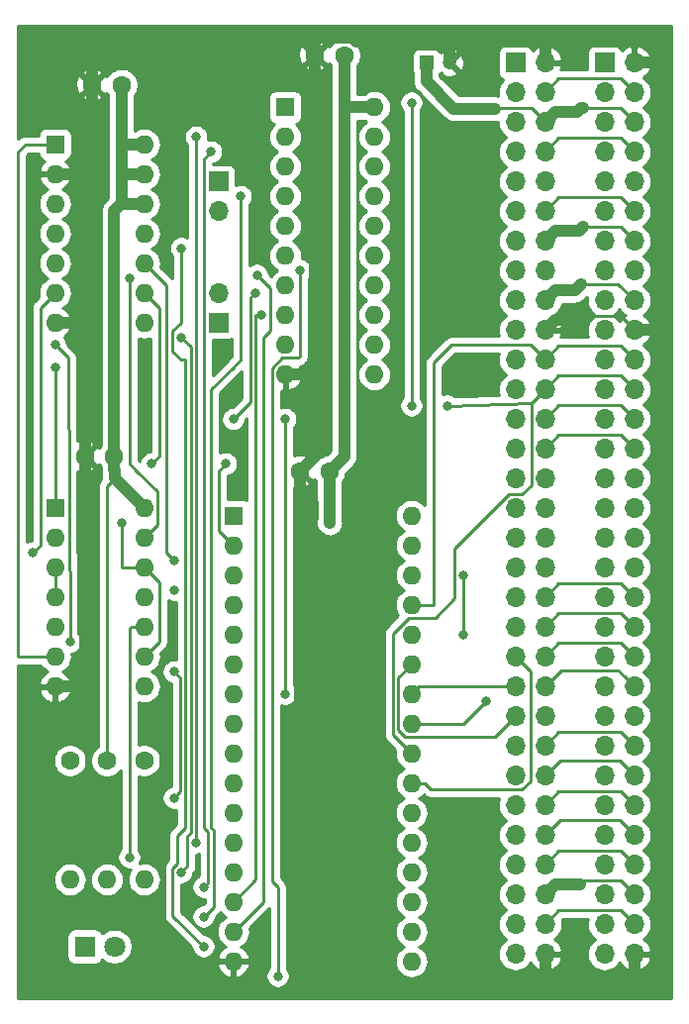
<source format=gbl>
G04 #@! TF.GenerationSoftware,KiCad,Pcbnew,(5.1.4)-1*
G04 #@! TF.CreationDate,2019-11-03T13:42:45-08:00*
G04 #@! TF.ProjectId,Tandy 1000 EX Memory Card,54616e64-7920-4313-9030-30204558204d,rev?*
G04 #@! TF.SameCoordinates,Original*
G04 #@! TF.FileFunction,Copper,L2,Bot*
G04 #@! TF.FilePolarity,Positive*
%FSLAX46Y46*%
G04 Gerber Fmt 4.6, Leading zero omitted, Abs format (unit mm)*
G04 Created by KiCad (PCBNEW (5.1.4)-1) date 2019-11-03 13:42:45*
%MOMM*%
%LPD*%
G04 APERTURE LIST*
%ADD10O,1.600000X1.600000*%
%ADD11C,1.600000*%
%ADD12O,1.700000X1.700000*%
%ADD13R,1.700000X1.700000*%
%ADD14R,1.600000X1.600000*%
%ADD15C,1.800000*%
%ADD16R,1.800000X1.800000*%
%ADD17C,1.200000*%
%ADD18R,1.200000X1.200000*%
%ADD19C,0.800000*%
%ADD20C,0.250000*%
%ADD21C,1.000000*%
%ADD22C,0.254000*%
G04 APERTURE END LIST*
D10*
X127000000Y-126365000D03*
D11*
X127000000Y-116205000D03*
D10*
X123825000Y-126365000D03*
D11*
X123825000Y-116205000D03*
D10*
X120650000Y-126365000D03*
D11*
X120650000Y-116205000D03*
D12*
X133350000Y-76200000D03*
D13*
X133350000Y-78740000D03*
D12*
X133350000Y-69215000D03*
D13*
X133350000Y-66675000D03*
D12*
X168910000Y-132715000D03*
X166370000Y-132715000D03*
X168910000Y-130175000D03*
X166370000Y-130175000D03*
X168910000Y-127635000D03*
X166370000Y-127635000D03*
X168910000Y-125095000D03*
X166370000Y-125095000D03*
X168910000Y-122555000D03*
X166370000Y-122555000D03*
X168910000Y-120015000D03*
X166370000Y-120015000D03*
X168910000Y-117475000D03*
X166370000Y-117475000D03*
X168910000Y-114935000D03*
X166370000Y-114935000D03*
X168910000Y-112395000D03*
X166370000Y-112395000D03*
X168910000Y-109855000D03*
X166370000Y-109855000D03*
X168910000Y-107315000D03*
X166370000Y-107315000D03*
X168910000Y-104775000D03*
X166370000Y-104775000D03*
X168910000Y-102235000D03*
X166370000Y-102235000D03*
X168910000Y-99695000D03*
X166370000Y-99695000D03*
X168910000Y-97155000D03*
X166370000Y-97155000D03*
X168910000Y-94615000D03*
X166370000Y-94615000D03*
X168910000Y-92075000D03*
X166370000Y-92075000D03*
X168910000Y-89535000D03*
X166370000Y-89535000D03*
X168910000Y-86995000D03*
X166370000Y-86995000D03*
X168910000Y-84455000D03*
X166370000Y-84455000D03*
X168910000Y-81915000D03*
X166370000Y-81915000D03*
X168910000Y-79375000D03*
X166370000Y-79375000D03*
X168910000Y-76835000D03*
X166370000Y-76835000D03*
X168910000Y-74295000D03*
X166370000Y-74295000D03*
X168910000Y-71755000D03*
X166370000Y-71755000D03*
X168910000Y-69215000D03*
X166370000Y-69215000D03*
X168910000Y-66675000D03*
X166370000Y-66675000D03*
X168910000Y-64135000D03*
X166370000Y-64135000D03*
X168910000Y-61595000D03*
X166370000Y-61595000D03*
X168910000Y-59055000D03*
X166370000Y-59055000D03*
X168910000Y-56515000D03*
D13*
X166370000Y-56515000D03*
D10*
X146685000Y-60325000D03*
X139065000Y-83185000D03*
X146685000Y-62865000D03*
X139065000Y-80645000D03*
X146685000Y-65405000D03*
X139065000Y-78105000D03*
X146685000Y-67945000D03*
X139065000Y-75565000D03*
X146685000Y-70485000D03*
X139065000Y-73025000D03*
X146685000Y-73025000D03*
X139065000Y-70485000D03*
X146685000Y-75565000D03*
X139065000Y-67945000D03*
X146685000Y-78105000D03*
X139065000Y-65405000D03*
X146685000Y-80645000D03*
X139065000Y-62865000D03*
X146685000Y-83185000D03*
D14*
X139065000Y-60325000D03*
D10*
X127000000Y-63500000D03*
X119380000Y-78740000D03*
X127000000Y-66040000D03*
X119380000Y-76200000D03*
X127000000Y-68580000D03*
X119380000Y-73660000D03*
X127000000Y-71120000D03*
X119380000Y-71120000D03*
X127000000Y-73660000D03*
X119380000Y-68580000D03*
X127000000Y-76200000D03*
X119380000Y-66040000D03*
X127000000Y-78740000D03*
D14*
X119380000Y-63500000D03*
D10*
X127000000Y-94615000D03*
X119380000Y-109855000D03*
X127000000Y-97155000D03*
X119380000Y-107315000D03*
X127000000Y-99695000D03*
X119380000Y-104775000D03*
X127000000Y-102235000D03*
X119380000Y-102235000D03*
X127000000Y-104775000D03*
X119380000Y-99695000D03*
X127000000Y-107315000D03*
X119380000Y-97155000D03*
X127000000Y-109855000D03*
D14*
X119380000Y-94615000D03*
D15*
X124460000Y-132080000D03*
D16*
X121920000Y-132080000D03*
D17*
X153130000Y-56515000D03*
D18*
X151130000Y-56515000D03*
D11*
X125055000Y-58420000D03*
X122555000Y-58420000D03*
D12*
X161290000Y-132715000D03*
X158750000Y-132715000D03*
X161290000Y-130175000D03*
X158750000Y-130175000D03*
X161290000Y-127635000D03*
X158750000Y-127635000D03*
X161290000Y-125095000D03*
X158750000Y-125095000D03*
X161290000Y-122555000D03*
X158750000Y-122555000D03*
X161290000Y-120015000D03*
X158750000Y-120015000D03*
X161290000Y-117475000D03*
X158750000Y-117475000D03*
X161290000Y-114935000D03*
X158750000Y-114935000D03*
X161290000Y-112395000D03*
X158750000Y-112395000D03*
X161290000Y-109855000D03*
X158750000Y-109855000D03*
X161290000Y-107315000D03*
X158750000Y-107315000D03*
X161290000Y-104775000D03*
X158750000Y-104775000D03*
X161290000Y-102235000D03*
X158750000Y-102235000D03*
X161290000Y-99695000D03*
X158750000Y-99695000D03*
X161290000Y-97155000D03*
X158750000Y-97155000D03*
X161290000Y-94615000D03*
X158750000Y-94615000D03*
X161290000Y-92075000D03*
X158750000Y-92075000D03*
X161290000Y-89535000D03*
X158750000Y-89535000D03*
X161290000Y-86995000D03*
X158750000Y-86995000D03*
X161290000Y-84455000D03*
X158750000Y-84455000D03*
X161290000Y-81915000D03*
X158750000Y-81915000D03*
X161290000Y-79375000D03*
X158750000Y-79375000D03*
X161290000Y-76835000D03*
X158750000Y-76835000D03*
X161290000Y-74295000D03*
X158750000Y-74295000D03*
X161290000Y-71755000D03*
X158750000Y-71755000D03*
X161290000Y-69215000D03*
X158750000Y-69215000D03*
X161290000Y-66675000D03*
X158750000Y-66675000D03*
X161290000Y-64135000D03*
X158750000Y-64135000D03*
X161290000Y-61595000D03*
X158750000Y-61595000D03*
X161290000Y-59055000D03*
X158750000Y-59055000D03*
X161290000Y-56515000D03*
D13*
X158750000Y-56515000D03*
D11*
X142835000Y-91440000D03*
X140335000Y-91440000D03*
X144105000Y-55880000D03*
X141605000Y-55880000D03*
X121920000Y-90170000D03*
X124420000Y-90170000D03*
D14*
X134620000Y-95250000D03*
D10*
X149860000Y-133350000D03*
X134620000Y-97790000D03*
X149860000Y-130810000D03*
X134620000Y-100330000D03*
X149860000Y-128270000D03*
X134620000Y-102870000D03*
X149860000Y-125730000D03*
X134620000Y-105410000D03*
X149860000Y-123190000D03*
X134620000Y-107950000D03*
X149860000Y-120650000D03*
X134620000Y-110490000D03*
X149860000Y-118110000D03*
X134620000Y-113030000D03*
X149860000Y-115570000D03*
X134620000Y-115570000D03*
X149860000Y-113030000D03*
X134620000Y-118110000D03*
X149860000Y-110490000D03*
X134620000Y-120650000D03*
X149860000Y-107950000D03*
X134620000Y-123190000D03*
X149860000Y-105410000D03*
X134620000Y-125730000D03*
X149860000Y-102870000D03*
X134620000Y-128270000D03*
X149860000Y-100330000D03*
X134620000Y-130810000D03*
X149860000Y-97790000D03*
X134620000Y-133350000D03*
X149860000Y-95250000D03*
D19*
X142875000Y-95885000D03*
X140335000Y-133350000D03*
X121920000Y-110490000D03*
X154940000Y-84455000D03*
X134620000Y-84455000D03*
X127000000Y-86360000D03*
X133350000Y-81915000D03*
X152908000Y-85852000D03*
X149860000Y-85852000D03*
X149860000Y-59944000D03*
X119380000Y-82550000D03*
X125095000Y-95885000D03*
X125730000Y-74930000D03*
X127635000Y-90805000D03*
X133985000Y-90805000D03*
X129540000Y-99060000D03*
X154305000Y-105410000D03*
X154305000Y-100330000D03*
X156210000Y-111125000D03*
X129540000Y-119380000D03*
X129540000Y-108585000D03*
X129540000Y-101600000D03*
X117475000Y-98425000D03*
X136525000Y-76200000D03*
X139065000Y-110490000D03*
X139065000Y-86995000D03*
X134620000Y-86995000D03*
X119380000Y-80645000D03*
X120650000Y-106045000D03*
X125730000Y-124460000D03*
X140335000Y-74295000D03*
X138430000Y-134620000D03*
X132080000Y-132080000D03*
X130175000Y-72390000D03*
X132080000Y-129540000D03*
X135255000Y-67945000D03*
X132080000Y-127000000D03*
X132715000Y-64135000D03*
X131445000Y-123190000D03*
X131445000Y-62865000D03*
X130175000Y-125730000D03*
X130175000Y-80010000D03*
X137033000Y-78105000D03*
X136652000Y-74676000D03*
D20*
X168060001Y-126785001D02*
X168910000Y-127635000D01*
X167734999Y-126459999D02*
X168060001Y-126785001D01*
X162465001Y-126459999D02*
X167734999Y-126459999D01*
X161290000Y-127635000D02*
X162465001Y-126459999D01*
X168060001Y-60745001D02*
X168910000Y-61595000D01*
X167734999Y-60419999D02*
X168060001Y-60745001D01*
D21*
X144105000Y-55880000D02*
X144105000Y-60285000D01*
X144145000Y-60325000D02*
X146685000Y-60325000D01*
X144105000Y-60285000D02*
X144145000Y-60325000D01*
X144105000Y-90170000D02*
X142835000Y-91440000D01*
X144105000Y-60285000D02*
X144105000Y-90170000D01*
X125055000Y-58420000D02*
X125055000Y-63460000D01*
X125095000Y-63500000D02*
X127000000Y-63500000D01*
X125055000Y-63460000D02*
X125095000Y-63500000D01*
X125055000Y-63460000D02*
X125055000Y-66000000D01*
X125095000Y-66040000D02*
X127000000Y-66040000D01*
X125055000Y-66000000D02*
X125095000Y-66040000D01*
X125055000Y-66000000D02*
X125055000Y-68540000D01*
X125095000Y-68580000D02*
X127000000Y-68580000D01*
X125055000Y-68540000D02*
X125095000Y-68580000D01*
X124420000Y-69175000D02*
X124420000Y-90170000D01*
X125055000Y-68540000D02*
X124420000Y-69175000D01*
X124420000Y-91301370D02*
X124460000Y-91341370D01*
X124420000Y-90170000D02*
X124420000Y-91301370D01*
X124460000Y-92075000D02*
X127000000Y-94615000D01*
X124460000Y-91341370D02*
X124460000Y-92075000D01*
X142835000Y-91440000D02*
X142875000Y-95885000D01*
X142875000Y-95885000D02*
X142835000Y-95845000D01*
D20*
X123825000Y-92710000D02*
X123825000Y-116205000D01*
X124460000Y-92075000D02*
X123825000Y-92710000D01*
D21*
X162139999Y-60745001D02*
X164044999Y-60745001D01*
X161290000Y-61595000D02*
X162139999Y-60745001D01*
X164370001Y-60419999D02*
X164559999Y-60419999D01*
X164044999Y-60745001D02*
X164370001Y-60419999D01*
D20*
X164559999Y-60419999D02*
X167734999Y-60419999D01*
D21*
X162139999Y-126785001D02*
X164298999Y-126785001D01*
X161290000Y-127635000D02*
X162139999Y-126785001D01*
X151130000Y-58115000D02*
X153467000Y-60452000D01*
X151130000Y-56515000D02*
X151130000Y-58115000D01*
X153467000Y-60452000D02*
X156972000Y-60452000D01*
D20*
X160440001Y-60745001D02*
X161290000Y-61595000D01*
X160114999Y-60419999D02*
X160440001Y-60745001D01*
X157004001Y-60419999D02*
X160114999Y-60419999D01*
X156972000Y-60452000D02*
X157004001Y-60419999D01*
D21*
X161290000Y-132715000D02*
X161290000Y-134620000D01*
X161290000Y-134620000D02*
X168910000Y-134620000D01*
X168910000Y-134620000D02*
X168910000Y-132715000D01*
X168910000Y-134620000D02*
X170815000Y-134620000D01*
X170815000Y-76835000D02*
X170815000Y-56515000D01*
X170815000Y-56515000D02*
X168910000Y-56515000D01*
X170815000Y-56515000D02*
X170815000Y-54610000D01*
X170815000Y-54610000D02*
X161290000Y-54610000D01*
X161290000Y-54610000D02*
X161290000Y-56515000D01*
X161290000Y-54610000D02*
X153035000Y-54610000D01*
X153130000Y-54705000D02*
X153130000Y-56515000D01*
X153035000Y-54610000D02*
X153130000Y-54705000D01*
X141605000Y-55880000D02*
X141605000Y-83185000D01*
X141605000Y-83185000D02*
X139065000Y-83185000D01*
X141605000Y-90170000D02*
X140335000Y-91440000D01*
X141605000Y-83185000D02*
X141605000Y-90170000D01*
X122555000Y-58420000D02*
X122555000Y-66040000D01*
X122555000Y-66040000D02*
X119380000Y-66040000D01*
X122555000Y-66040000D02*
X122555000Y-78740000D01*
X121920000Y-78740000D02*
X121920000Y-90170000D01*
X121920000Y-78740000D02*
X119380000Y-78740000D01*
X122555000Y-78740000D02*
X121920000Y-78740000D01*
X121920000Y-90170000D02*
X121920000Y-91301370D01*
X121920000Y-90170000D02*
X121920000Y-110490000D01*
X121285000Y-109855000D02*
X119380000Y-109855000D01*
X121920000Y-110490000D02*
X121285000Y-109855000D01*
X140335000Y-91440000D02*
X140335000Y-133350000D01*
X140335000Y-133350000D02*
X140335000Y-133350000D01*
X121920000Y-110490000D02*
X121920000Y-110490000D01*
X141605000Y-55880000D02*
X141605000Y-54748630D01*
X141973631Y-54379999D02*
X141605000Y-54748630D01*
X144825001Y-54379999D02*
X141973631Y-54379999D01*
X145150002Y-54705000D02*
X144825001Y-54379999D01*
X153130000Y-54705000D02*
X145150002Y-54705000D01*
X122555000Y-58420000D02*
X122555000Y-54610000D01*
X141466370Y-54610000D02*
X141605000Y-54748630D01*
X122555000Y-54610000D02*
X141466370Y-54610000D01*
D20*
X168060001Y-78525001D02*
X168910000Y-79375000D01*
X167734999Y-78199999D02*
X168060001Y-78525001D01*
D21*
X164234997Y-78525001D02*
X164559999Y-78199999D01*
X162139999Y-78525001D02*
X164234997Y-78525001D01*
X161290000Y-79375000D02*
X162139999Y-78525001D01*
D20*
X164559999Y-78199999D02*
X167734999Y-78199999D01*
D21*
X170815000Y-79375000D02*
X168910000Y-79375000D01*
X170815000Y-79375000D02*
X170815000Y-76835000D01*
X170815000Y-134620000D02*
X170815000Y-79375000D01*
D20*
X168060001Y-81065001D02*
X168910000Y-81915000D01*
X167734999Y-80739999D02*
X168060001Y-81065001D01*
X162465001Y-80739999D02*
X167734999Y-80739999D01*
X161290000Y-81915000D02*
X162465001Y-80739999D01*
X149860000Y-102870000D02*
X151765000Y-102870000D01*
X153289000Y-80645000D02*
X151765000Y-82169000D01*
X160020000Y-80645000D02*
X153289000Y-80645000D01*
X161290000Y-81915000D02*
X160020000Y-80645000D01*
X151765000Y-102870000D02*
X151765000Y-82169000D01*
X168060001Y-83605001D02*
X168910000Y-84455000D01*
X167734999Y-83279999D02*
X168060001Y-83605001D01*
X162465001Y-83279999D02*
X167734999Y-83279999D01*
X161290000Y-84455000D02*
X162465001Y-83279999D01*
X149609997Y-103995001D02*
X151909999Y-103995001D01*
X148284990Y-105320008D02*
X149609997Y-103995001D01*
X149860000Y-115570000D02*
X148284990Y-113994990D01*
X148284990Y-113994990D02*
X148284990Y-105320008D01*
X151909999Y-103995001D02*
X153579999Y-102325001D01*
X153579999Y-98045999D02*
X153579999Y-102325001D01*
X158185999Y-93439999D02*
X153579999Y-98045999D01*
X159290001Y-93439999D02*
X158185999Y-93439999D01*
X160114999Y-92615001D02*
X159290001Y-93439999D01*
X160114999Y-85630001D02*
X160114999Y-92615001D01*
X161290000Y-84455000D02*
X160114999Y-85630001D01*
X160114999Y-85630001D02*
X152908000Y-85852000D01*
X152908000Y-85852000D02*
X153129999Y-85630001D01*
X149860000Y-85852000D02*
X149860000Y-59944000D01*
X149860000Y-59944000D02*
X149860000Y-59944000D01*
X119380000Y-94615000D02*
X119380000Y-82550000D01*
X119380000Y-82550000D02*
X119380000Y-82550000D01*
X127799999Y-106515001D02*
X127000000Y-107315000D01*
X128270000Y-106045000D02*
X127799999Y-106515001D01*
X128270000Y-100965000D02*
X128270000Y-106045000D01*
X127000000Y-99695000D02*
X128270000Y-100965000D01*
X127000000Y-99695000D02*
X125095000Y-99695000D01*
X125095000Y-99695000D02*
X125095000Y-95885000D01*
X128125001Y-96029999D02*
X128125001Y-93200001D01*
X127000000Y-97155000D02*
X128125001Y-96029999D01*
X128125001Y-93200001D02*
X126365000Y-91440000D01*
X126365000Y-91440000D02*
X125730000Y-90805000D01*
X125730000Y-90805000D02*
X125730000Y-74930000D01*
X125730000Y-74930000D02*
X125730000Y-74930000D01*
X127000000Y-76200000D02*
X127799999Y-76999999D01*
X127799999Y-76999999D02*
X128270000Y-77470000D01*
X128270000Y-77470000D02*
X128270000Y-90170000D01*
X128270000Y-90170000D02*
X127635000Y-90805000D01*
X127635000Y-90805000D02*
X127635000Y-90805000D01*
X134620000Y-97790000D02*
X133350000Y-96520000D01*
X133350000Y-96520000D02*
X133350000Y-91440000D01*
X133350000Y-91440000D02*
X133985000Y-90805000D01*
X133985000Y-90805000D02*
X133985000Y-90805000D01*
X129540000Y-99060000D02*
X128905000Y-98425000D01*
X128905000Y-75565000D02*
X127000000Y-73660000D01*
X128905000Y-98425000D02*
X128905000Y-75565000D01*
X154305000Y-100330000D02*
X154305000Y-105410000D01*
X149860000Y-113030000D02*
X154305000Y-113030000D01*
X154305000Y-113030000D02*
X156210000Y-111125000D01*
X156210000Y-111125000D02*
X156210000Y-111125000D01*
X159599999Y-108164999D02*
X158750000Y-107315000D01*
X160020000Y-108585000D02*
X159599999Y-108164999D01*
X159314001Y-118650001D02*
X160020000Y-117944002D01*
X151531371Y-118650001D02*
X159314001Y-118650001D01*
X150991370Y-118110000D02*
X151531371Y-118650001D01*
X160020000Y-117944002D02*
X160020000Y-108585000D01*
X149860000Y-118110000D02*
X150991370Y-118110000D01*
X150495000Y-109855000D02*
X149860000Y-110490000D01*
X158750000Y-109855000D02*
X150495000Y-109855000D01*
X157900001Y-113244999D02*
X158750000Y-112395000D01*
X156989999Y-114155001D02*
X157900001Y-113244999D01*
X149319999Y-114155001D02*
X156989999Y-114155001D01*
X148734999Y-113570001D02*
X149319999Y-114155001D01*
X148734999Y-109075001D02*
X148734999Y-113570001D01*
X149860000Y-107950000D02*
X148734999Y-109075001D01*
X129939999Y-118980001D02*
X129540000Y-119380000D01*
X130094970Y-118825030D02*
X129939999Y-118980001D01*
X130094970Y-109139970D02*
X130094970Y-118825030D01*
X129540000Y-108585000D02*
X130094970Y-109139970D01*
X119380000Y-63500000D02*
X116840000Y-63500000D01*
X116840000Y-63500000D02*
X116205000Y-64135000D01*
X116205000Y-64135000D02*
X116205000Y-107315000D01*
X116205000Y-107315000D02*
X119380000Y-107315000D01*
X119380000Y-76200000D02*
X118110000Y-77470000D01*
X118110000Y-77470000D02*
X118110000Y-97790000D01*
X118110000Y-97790000D02*
X117475000Y-98425000D01*
X117475000Y-98425000D02*
X117475000Y-98425000D01*
X119380000Y-102235000D02*
X119380000Y-99695000D01*
X162465001Y-128999999D02*
X161290000Y-130175000D01*
X168910000Y-130175000D02*
X167734999Y-128999999D01*
X167734999Y-128999999D02*
X162465001Y-128999999D01*
X168060001Y-124245001D02*
X168910000Y-125095000D01*
X167734999Y-123919999D02*
X168060001Y-124245001D01*
X162465001Y-123919999D02*
X167734999Y-123919999D01*
X161290000Y-125095000D02*
X162465001Y-123919999D01*
X168060001Y-121705001D02*
X168910000Y-122555000D01*
X167640000Y-121285000D02*
X168060001Y-121705001D01*
X162560000Y-121285000D02*
X167640000Y-121285000D01*
X161290000Y-122555000D02*
X162560000Y-121285000D01*
X168060001Y-119165001D02*
X168910000Y-120015000D01*
X167734999Y-118839999D02*
X168060001Y-119165001D01*
X162465001Y-118839999D02*
X167734999Y-118839999D01*
X161290000Y-120015000D02*
X162465001Y-118839999D01*
X168060001Y-116625001D02*
X168910000Y-117475000D01*
X167640000Y-116205000D02*
X168060001Y-116625001D01*
X162560000Y-116205000D02*
X167640000Y-116205000D01*
X161290000Y-117475000D02*
X162560000Y-116205000D01*
X168060001Y-114085001D02*
X168910000Y-114935000D01*
X167734999Y-113759999D02*
X168060001Y-114085001D01*
X162465001Y-113759999D02*
X167734999Y-113759999D01*
X161290000Y-114935000D02*
X162465001Y-113759999D01*
X168060001Y-109005001D02*
X168910000Y-109855000D01*
X167545001Y-108490001D02*
X168060001Y-109005001D01*
X162654999Y-108490001D02*
X167545001Y-108490001D01*
X161290000Y-109855000D02*
X162654999Y-108490001D01*
X168060001Y-106465001D02*
X168910000Y-107315000D01*
X167734999Y-106139999D02*
X168060001Y-106465001D01*
X162465001Y-106139999D02*
X167734999Y-106139999D01*
X161290000Y-107315000D02*
X162465001Y-106139999D01*
X168060001Y-103925001D02*
X168910000Y-104775000D01*
X167734999Y-103599999D02*
X168060001Y-103925001D01*
X162465001Y-103599999D02*
X167734999Y-103599999D01*
X161290000Y-104775000D02*
X162465001Y-103599999D01*
X168060001Y-101385001D02*
X168910000Y-102235000D01*
X167734999Y-101059999D02*
X168060001Y-101385001D01*
X162465001Y-101059999D02*
X167734999Y-101059999D01*
X161290000Y-102235000D02*
X162465001Y-101059999D01*
X168060001Y-88685001D02*
X168910000Y-89535000D01*
X167734999Y-88359999D02*
X168060001Y-88685001D01*
X162465001Y-88359999D02*
X167734999Y-88359999D01*
X161290000Y-89535000D02*
X162465001Y-88359999D01*
X168060001Y-86145001D02*
X168910000Y-86995000D01*
X167734999Y-85819999D02*
X168060001Y-86145001D01*
X162465001Y-85819999D02*
X167734999Y-85819999D01*
X161290000Y-86995000D02*
X162465001Y-85819999D01*
X168910000Y-76835000D02*
X167545001Y-75470001D01*
D21*
X163855001Y-75985001D02*
X164370001Y-75470001D01*
X162139999Y-75985001D02*
X163855001Y-75985001D01*
X161290000Y-76835000D02*
X162139999Y-75985001D01*
D20*
X167545001Y-75470001D02*
X164370001Y-75470001D01*
X168060001Y-70905001D02*
X168910000Y-71755000D01*
X167734999Y-70579999D02*
X168060001Y-70905001D01*
D21*
X164234997Y-70905001D02*
X164559999Y-70579999D01*
X162139999Y-70905001D02*
X164234997Y-70905001D01*
X161290000Y-71755000D02*
X162139999Y-70905001D01*
D20*
X164559999Y-70579999D02*
X167734999Y-70579999D01*
X168060001Y-68365001D02*
X168910000Y-69215000D01*
X167734999Y-68039999D02*
X168060001Y-68365001D01*
X162465001Y-68039999D02*
X167734999Y-68039999D01*
X161290000Y-69215000D02*
X162465001Y-68039999D01*
X168060001Y-63285001D02*
X168910000Y-64135000D01*
X167734999Y-62959999D02*
X168060001Y-63285001D01*
X162465001Y-62959999D02*
X167734999Y-62959999D01*
X161290000Y-64135000D02*
X162465001Y-62959999D01*
X168060001Y-58205001D02*
X168910000Y-59055000D01*
X167734999Y-57879999D02*
X168060001Y-58205001D01*
X162465001Y-57879999D02*
X167734999Y-57879999D01*
X161290000Y-59055000D02*
X162465001Y-57879999D01*
X139065000Y-110490000D02*
X139065000Y-86995000D01*
X139065000Y-86995000D02*
X139065000Y-86995000D01*
X136125001Y-76599999D02*
X136525000Y-76200000D01*
X136074990Y-76650010D02*
X136125001Y-76599999D01*
X136074990Y-85540010D02*
X136074990Y-76650010D01*
X134620000Y-86995000D02*
X136074990Y-85540010D01*
X125868630Y-104775000D02*
X125730000Y-104913630D01*
X127000000Y-104775000D02*
X125868630Y-104775000D01*
X125730000Y-104913630D02*
X125730000Y-124460000D01*
X120505001Y-81770001D02*
X120650000Y-106045000D01*
X119380000Y-80645000D02*
X120505001Y-81770001D01*
X120650000Y-106045000D02*
X120505001Y-105900001D01*
X138430000Y-134620000D02*
X138430000Y-127000000D01*
X137939999Y-82644999D02*
X138814997Y-81770001D01*
X137939999Y-126509999D02*
X137939999Y-82644999D01*
X138430000Y-127000000D02*
X137939999Y-126509999D01*
X140335000Y-81625002D02*
X140190001Y-81770001D01*
X140335000Y-74295000D02*
X140335000Y-81625002D01*
X138814997Y-81770001D02*
X140190001Y-81770001D01*
X129449999Y-125381999D02*
X129826999Y-125004999D01*
X132080000Y-132080000D02*
X129449999Y-129449999D01*
X129449999Y-129449999D02*
X129449999Y-125381999D01*
X129826999Y-125004999D02*
X129826999Y-124173001D01*
X129826999Y-124173001D02*
X129826999Y-122637982D01*
X129826999Y-122637982D02*
X130544980Y-121920001D01*
X130544980Y-121920001D02*
X130544980Y-86995000D01*
X130544980Y-86995000D02*
X130544980Y-81915000D01*
X130544980Y-81915000D02*
X130175000Y-81915000D01*
X129449999Y-81189999D02*
X129449999Y-79465001D01*
X130175000Y-81915000D02*
X129449999Y-81189999D01*
X129449999Y-79465001D02*
X130175000Y-78740000D01*
X130175000Y-78740000D02*
X130175000Y-72390000D01*
X130175000Y-72390000D02*
X130175000Y-72390000D01*
X132930009Y-122133599D02*
X132715000Y-121918590D01*
X132080000Y-129540000D02*
X132930009Y-128689991D01*
X132930009Y-128689991D02*
X132930009Y-122133599D01*
X132715000Y-121918590D02*
X132715000Y-84455000D01*
X132715000Y-84455000D02*
X134620000Y-82550000D01*
X134620000Y-82550000D02*
X135255000Y-81915000D01*
X135255000Y-81915000D02*
X135255000Y-67945000D01*
X135255000Y-67945000D02*
X135255000Y-67945000D01*
X132479999Y-126600001D02*
X132479999Y-122319999D01*
X132080000Y-127000000D02*
X132479999Y-126600001D01*
X132479999Y-122319999D02*
X132080000Y-121920000D01*
X132080000Y-121920000D02*
X132080000Y-113665000D01*
X132080000Y-113665000D02*
X132080000Y-64770000D01*
X132080000Y-64770000D02*
X132715000Y-64135000D01*
X132715000Y-64135000D02*
X132715000Y-64135000D01*
X131445000Y-123190000D02*
X131445000Y-62865000D01*
X131445000Y-62865000D02*
X131445000Y-62865000D01*
X130719999Y-122645001D02*
X130994990Y-122370010D01*
X130175000Y-125730000D02*
X130719999Y-125185001D01*
X130719999Y-125185001D02*
X130719999Y-122645001D01*
X130994990Y-122370010D02*
X130994990Y-80829990D01*
X130994990Y-80829990D02*
X130175000Y-80010000D01*
X130175000Y-80010000D02*
X130175000Y-80010000D01*
X134620000Y-128270000D02*
X136525000Y-126365000D01*
X136525000Y-126365000D02*
X136525000Y-78105000D01*
X136525000Y-78105000D02*
X137033000Y-78105000D01*
X137033000Y-78105000D02*
X137033000Y-78105000D01*
X134620000Y-130810000D02*
X137160000Y-128270000D01*
X137160000Y-128270000D02*
X137160000Y-80010000D01*
X137758001Y-79411999D02*
X137758001Y-75782001D01*
X137160000Y-80010000D02*
X137758001Y-79411999D01*
X137758001Y-75782001D02*
X136652000Y-74676000D01*
X136652000Y-74676000D02*
X136652000Y-74676000D01*
D22*
G36*
X172060001Y-136500000D02*
G01*
X116230000Y-136500000D01*
X116230000Y-133699039D01*
X133228096Y-133699039D01*
X133268754Y-133833087D01*
X133388963Y-134087420D01*
X133556481Y-134313414D01*
X133764869Y-134502385D01*
X134006119Y-134647070D01*
X134270960Y-134741909D01*
X134493000Y-134620624D01*
X134493000Y-133477000D01*
X134747000Y-133477000D01*
X134747000Y-134620624D01*
X134969040Y-134741909D01*
X135233881Y-134647070D01*
X135475131Y-134502385D01*
X135683519Y-134313414D01*
X135851037Y-134087420D01*
X135971246Y-133833087D01*
X136011904Y-133699039D01*
X135889915Y-133477000D01*
X134747000Y-133477000D01*
X134493000Y-133477000D01*
X133350085Y-133477000D01*
X133228096Y-133699039D01*
X116230000Y-133699039D01*
X116230000Y-131180000D01*
X120381928Y-131180000D01*
X120381928Y-132980000D01*
X120394188Y-133104482D01*
X120430498Y-133224180D01*
X120489463Y-133334494D01*
X120568815Y-133431185D01*
X120665506Y-133510537D01*
X120775820Y-133569502D01*
X120895518Y-133605812D01*
X121020000Y-133618072D01*
X122820000Y-133618072D01*
X122944482Y-133605812D01*
X123064180Y-133569502D01*
X123174494Y-133510537D01*
X123271185Y-133431185D01*
X123350537Y-133334494D01*
X123409502Y-133224180D01*
X123415056Y-133205873D01*
X123481495Y-133272312D01*
X123732905Y-133440299D01*
X124012257Y-133556011D01*
X124308816Y-133615000D01*
X124611184Y-133615000D01*
X124907743Y-133556011D01*
X125187095Y-133440299D01*
X125438505Y-133272312D01*
X125652312Y-133058505D01*
X125820299Y-132807095D01*
X125936011Y-132527743D01*
X125995000Y-132231184D01*
X125995000Y-131928816D01*
X125936011Y-131632257D01*
X125820299Y-131352905D01*
X125652312Y-131101495D01*
X125438505Y-130887688D01*
X125187095Y-130719701D01*
X124907743Y-130603989D01*
X124611184Y-130545000D01*
X124308816Y-130545000D01*
X124012257Y-130603989D01*
X123732905Y-130719701D01*
X123481495Y-130887688D01*
X123415056Y-130954127D01*
X123409502Y-130935820D01*
X123350537Y-130825506D01*
X123271185Y-130728815D01*
X123174494Y-130649463D01*
X123064180Y-130590498D01*
X122944482Y-130554188D01*
X122820000Y-130541928D01*
X121020000Y-130541928D01*
X120895518Y-130554188D01*
X120775820Y-130590498D01*
X120665506Y-130649463D01*
X120568815Y-130728815D01*
X120489463Y-130825506D01*
X120430498Y-130935820D01*
X120394188Y-131055518D01*
X120381928Y-131180000D01*
X116230000Y-131180000D01*
X116230000Y-126365000D01*
X119208057Y-126365000D01*
X119235764Y-126646309D01*
X119317818Y-126916808D01*
X119451068Y-127166101D01*
X119630392Y-127384608D01*
X119848899Y-127563932D01*
X120098192Y-127697182D01*
X120368691Y-127779236D01*
X120579508Y-127800000D01*
X120720492Y-127800000D01*
X120931309Y-127779236D01*
X121201808Y-127697182D01*
X121451101Y-127563932D01*
X121669608Y-127384608D01*
X121848932Y-127166101D01*
X121982182Y-126916808D01*
X122064236Y-126646309D01*
X122091943Y-126365000D01*
X122383057Y-126365000D01*
X122410764Y-126646309D01*
X122492818Y-126916808D01*
X122626068Y-127166101D01*
X122805392Y-127384608D01*
X123023899Y-127563932D01*
X123273192Y-127697182D01*
X123543691Y-127779236D01*
X123754508Y-127800000D01*
X123895492Y-127800000D01*
X124106309Y-127779236D01*
X124376808Y-127697182D01*
X124626101Y-127563932D01*
X124844608Y-127384608D01*
X125023932Y-127166101D01*
X125157182Y-126916808D01*
X125239236Y-126646309D01*
X125266943Y-126365000D01*
X125239236Y-126083691D01*
X125157182Y-125813192D01*
X125023932Y-125563899D01*
X124844608Y-125345392D01*
X124626101Y-125166068D01*
X124376808Y-125032818D01*
X124106309Y-124950764D01*
X123895492Y-124930000D01*
X123754508Y-124930000D01*
X123543691Y-124950764D01*
X123273192Y-125032818D01*
X123023899Y-125166068D01*
X122805392Y-125345392D01*
X122626068Y-125563899D01*
X122492818Y-125813192D01*
X122410764Y-126083691D01*
X122383057Y-126365000D01*
X122091943Y-126365000D01*
X122064236Y-126083691D01*
X121982182Y-125813192D01*
X121848932Y-125563899D01*
X121669608Y-125345392D01*
X121451101Y-125166068D01*
X121201808Y-125032818D01*
X120931309Y-124950764D01*
X120720492Y-124930000D01*
X120579508Y-124930000D01*
X120368691Y-124950764D01*
X120098192Y-125032818D01*
X119848899Y-125166068D01*
X119630392Y-125345392D01*
X119451068Y-125563899D01*
X119317818Y-125813192D01*
X119235764Y-126083691D01*
X119208057Y-126365000D01*
X116230000Y-126365000D01*
X116230000Y-116063665D01*
X119215000Y-116063665D01*
X119215000Y-116346335D01*
X119270147Y-116623574D01*
X119378320Y-116884727D01*
X119535363Y-117119759D01*
X119735241Y-117319637D01*
X119970273Y-117476680D01*
X120231426Y-117584853D01*
X120508665Y-117640000D01*
X120791335Y-117640000D01*
X121068574Y-117584853D01*
X121329727Y-117476680D01*
X121564759Y-117319637D01*
X121764637Y-117119759D01*
X121921680Y-116884727D01*
X122029853Y-116623574D01*
X122085000Y-116346335D01*
X122085000Y-116063665D01*
X122029853Y-115786426D01*
X121921680Y-115525273D01*
X121764637Y-115290241D01*
X121564759Y-115090363D01*
X121329727Y-114933320D01*
X121068574Y-114825147D01*
X120791335Y-114770000D01*
X120508665Y-114770000D01*
X120231426Y-114825147D01*
X119970273Y-114933320D01*
X119735241Y-115090363D01*
X119535363Y-115290241D01*
X119378320Y-115525273D01*
X119270147Y-115786426D01*
X119215000Y-116063665D01*
X116230000Y-116063665D01*
X116230000Y-110204039D01*
X117988096Y-110204039D01*
X118028754Y-110338087D01*
X118148963Y-110592420D01*
X118316481Y-110818414D01*
X118524869Y-111007385D01*
X118766119Y-111152070D01*
X119030960Y-111246909D01*
X119253000Y-111125624D01*
X119253000Y-109982000D01*
X119507000Y-109982000D01*
X119507000Y-111125624D01*
X119729040Y-111246909D01*
X119993881Y-111152070D01*
X120235131Y-111007385D01*
X120443519Y-110818414D01*
X120611037Y-110592420D01*
X120731246Y-110338087D01*
X120771904Y-110204039D01*
X120649915Y-109982000D01*
X119507000Y-109982000D01*
X119253000Y-109982000D01*
X118110085Y-109982000D01*
X117988096Y-110204039D01*
X116230000Y-110204039D01*
X116230000Y-108076215D01*
X116242333Y-108075000D01*
X118159099Y-108075000D01*
X118181068Y-108116101D01*
X118360392Y-108334608D01*
X118578899Y-108513932D01*
X118716682Y-108587579D01*
X118524869Y-108702615D01*
X118316481Y-108891586D01*
X118148963Y-109117580D01*
X118028754Y-109371913D01*
X117988096Y-109505961D01*
X118110085Y-109728000D01*
X119253000Y-109728000D01*
X119253000Y-109708000D01*
X119507000Y-109708000D01*
X119507000Y-109728000D01*
X120649915Y-109728000D01*
X120771904Y-109505961D01*
X120731246Y-109371913D01*
X120611037Y-109117580D01*
X120443519Y-108891586D01*
X120235131Y-108702615D01*
X120043318Y-108587579D01*
X120181101Y-108513932D01*
X120399608Y-108334608D01*
X120578932Y-108116101D01*
X120712182Y-107866808D01*
X120794236Y-107596309D01*
X120821943Y-107315000D01*
X120797897Y-107070859D01*
X120951898Y-107040226D01*
X121140256Y-106962205D01*
X121309774Y-106848937D01*
X121453937Y-106704774D01*
X121567205Y-106535256D01*
X121645226Y-106346898D01*
X121685000Y-106146939D01*
X121685000Y-105943061D01*
X121645226Y-105743102D01*
X121567205Y-105554744D01*
X121453937Y-105385226D01*
X121405785Y-105337074D01*
X121322984Y-91475043D01*
X121433996Y-91527571D01*
X121708184Y-91596300D01*
X121990512Y-91610217D01*
X122270130Y-91568787D01*
X122536292Y-91473603D01*
X122661514Y-91406671D01*
X122733097Y-91162702D01*
X121920000Y-90349605D01*
X121905858Y-90363748D01*
X121726253Y-90184143D01*
X121740395Y-90170000D01*
X122099605Y-90170000D01*
X122912702Y-90983097D01*
X123156671Y-90911514D01*
X123170324Y-90882659D01*
X123285000Y-91054284D01*
X123285000Y-91245619D01*
X123279509Y-91301370D01*
X123285000Y-91357121D01*
X123285000Y-91357122D01*
X123301423Y-91523869D01*
X123325000Y-91601591D01*
X123325000Y-92019249D01*
X123319509Y-92075000D01*
X123325000Y-92130751D01*
X123325000Y-92130752D01*
X123325399Y-92134800D01*
X123314002Y-92146197D01*
X123284999Y-92169999D01*
X123229871Y-92237174D01*
X123190026Y-92285724D01*
X123147058Y-92366111D01*
X123119454Y-92417754D01*
X123075997Y-92561015D01*
X123065000Y-92672668D01*
X123065000Y-92672678D01*
X123061324Y-92710000D01*
X123065000Y-92747322D01*
X123065001Y-114986956D01*
X122910241Y-115090363D01*
X122710363Y-115290241D01*
X122553320Y-115525273D01*
X122445147Y-115786426D01*
X122390000Y-116063665D01*
X122390000Y-116346335D01*
X122445147Y-116623574D01*
X122553320Y-116884727D01*
X122710363Y-117119759D01*
X122910241Y-117319637D01*
X123145273Y-117476680D01*
X123406426Y-117584853D01*
X123683665Y-117640000D01*
X123966335Y-117640000D01*
X124243574Y-117584853D01*
X124504727Y-117476680D01*
X124739759Y-117319637D01*
X124939637Y-117119759D01*
X124970001Y-117074317D01*
X124970001Y-123756288D01*
X124926063Y-123800226D01*
X124812795Y-123969744D01*
X124734774Y-124158102D01*
X124695000Y-124358061D01*
X124695000Y-124561939D01*
X124734774Y-124761898D01*
X124812795Y-124950256D01*
X124926063Y-125119774D01*
X125070226Y-125263937D01*
X125239744Y-125377205D01*
X125428102Y-125455226D01*
X125628061Y-125495000D01*
X125831939Y-125495000D01*
X125862620Y-125488897D01*
X125801068Y-125563899D01*
X125667818Y-125813192D01*
X125585764Y-126083691D01*
X125558057Y-126365000D01*
X125585764Y-126646309D01*
X125667818Y-126916808D01*
X125801068Y-127166101D01*
X125980392Y-127384608D01*
X126198899Y-127563932D01*
X126448192Y-127697182D01*
X126718691Y-127779236D01*
X126929508Y-127800000D01*
X127070492Y-127800000D01*
X127281309Y-127779236D01*
X127551808Y-127697182D01*
X127801101Y-127563932D01*
X128019608Y-127384608D01*
X128198932Y-127166101D01*
X128332182Y-126916808D01*
X128414236Y-126646309D01*
X128441943Y-126365000D01*
X128414236Y-126083691D01*
X128332182Y-125813192D01*
X128198932Y-125563899D01*
X128019608Y-125345392D01*
X127801101Y-125166068D01*
X127551808Y-125032818D01*
X127281309Y-124950764D01*
X127070492Y-124930000D01*
X126929508Y-124930000D01*
X126718691Y-124950764D01*
X126628607Y-124978090D01*
X126647205Y-124950256D01*
X126725226Y-124761898D01*
X126765000Y-124561939D01*
X126765000Y-124358061D01*
X126725226Y-124158102D01*
X126647205Y-123969744D01*
X126533937Y-123800226D01*
X126490000Y-123756289D01*
X126490000Y-117546983D01*
X126581426Y-117584853D01*
X126858665Y-117640000D01*
X127141335Y-117640000D01*
X127418574Y-117584853D01*
X127679727Y-117476680D01*
X127914759Y-117319637D01*
X128114637Y-117119759D01*
X128271680Y-116884727D01*
X128379853Y-116623574D01*
X128435000Y-116346335D01*
X128435000Y-116063665D01*
X128379853Y-115786426D01*
X128271680Y-115525273D01*
X128114637Y-115290241D01*
X127914759Y-115090363D01*
X127679727Y-114933320D01*
X127418574Y-114825147D01*
X127141335Y-114770000D01*
X126858665Y-114770000D01*
X126581426Y-114825147D01*
X126490000Y-114863017D01*
X126490000Y-111199864D01*
X126718691Y-111269236D01*
X126929508Y-111290000D01*
X127070492Y-111290000D01*
X127281309Y-111269236D01*
X127551808Y-111187182D01*
X127801101Y-111053932D01*
X128019608Y-110874608D01*
X128198932Y-110656101D01*
X128332182Y-110406808D01*
X128414236Y-110136309D01*
X128441943Y-109855000D01*
X128414236Y-109573691D01*
X128332182Y-109303192D01*
X128198932Y-109053899D01*
X128019608Y-108835392D01*
X127801101Y-108656068D01*
X127668142Y-108585000D01*
X127801101Y-108513932D01*
X128019608Y-108334608D01*
X128198932Y-108116101D01*
X128332182Y-107866808D01*
X128414236Y-107596309D01*
X128441943Y-107315000D01*
X128414236Y-107033691D01*
X128400708Y-106989093D01*
X128780997Y-106608804D01*
X128810001Y-106585001D01*
X128904974Y-106469276D01*
X128975546Y-106337247D01*
X129019003Y-106193986D01*
X129030000Y-106082333D01*
X129030000Y-106082325D01*
X129033676Y-106045000D01*
X129030000Y-106007675D01*
X129030000Y-102504013D01*
X129049744Y-102517205D01*
X129238102Y-102595226D01*
X129438061Y-102635000D01*
X129641939Y-102635000D01*
X129784981Y-102606547D01*
X129784980Y-107578452D01*
X129641939Y-107550000D01*
X129438061Y-107550000D01*
X129238102Y-107589774D01*
X129049744Y-107667795D01*
X128880226Y-107781063D01*
X128736063Y-107925226D01*
X128622795Y-108094744D01*
X128544774Y-108283102D01*
X128505000Y-108483061D01*
X128505000Y-108686939D01*
X128544774Y-108886898D01*
X128622795Y-109075256D01*
X128736063Y-109244774D01*
X128880226Y-109388937D01*
X129049744Y-109502205D01*
X129238102Y-109580226D01*
X129334970Y-109599494D01*
X129334971Y-118365506D01*
X129238102Y-118384774D01*
X129049744Y-118462795D01*
X128880226Y-118576063D01*
X128736063Y-118720226D01*
X128622795Y-118889744D01*
X128544774Y-119078102D01*
X128505000Y-119278061D01*
X128505000Y-119481939D01*
X128544774Y-119681898D01*
X128622795Y-119870256D01*
X128736063Y-120039774D01*
X128880226Y-120183937D01*
X129049744Y-120297205D01*
X129238102Y-120375226D01*
X129438061Y-120415000D01*
X129641939Y-120415000D01*
X129784980Y-120386548D01*
X129784980Y-121605199D01*
X129315996Y-122074183D01*
X129286999Y-122097981D01*
X129263201Y-122126979D01*
X129263200Y-122126980D01*
X129192025Y-122213706D01*
X129121453Y-122345736D01*
X129101794Y-122410547D01*
X129084068Y-122468984D01*
X129077997Y-122488997D01*
X129063323Y-122637982D01*
X129067000Y-122675314D01*
X129066999Y-124135668D01*
X129066999Y-124690198D01*
X128938997Y-124818200D01*
X128909999Y-124841998D01*
X128886201Y-124870996D01*
X128886200Y-124870997D01*
X128815025Y-124957723D01*
X128744453Y-125089753D01*
X128721304Y-125166068D01*
X128704237Y-125222334D01*
X128700997Y-125233014D01*
X128686323Y-125381999D01*
X128690000Y-125419331D01*
X128689999Y-129412676D01*
X128686323Y-129449999D01*
X128689999Y-129487321D01*
X128689999Y-129487331D01*
X128700996Y-129598984D01*
X128744453Y-129742245D01*
X128815025Y-129874275D01*
X128854870Y-129922825D01*
X128909998Y-129990000D01*
X128939002Y-130013803D01*
X131045000Y-132119802D01*
X131045000Y-132181939D01*
X131084774Y-132381898D01*
X131162795Y-132570256D01*
X131276063Y-132739774D01*
X131420226Y-132883937D01*
X131589744Y-132997205D01*
X131778102Y-133075226D01*
X131978061Y-133115000D01*
X132181939Y-133115000D01*
X132381898Y-133075226D01*
X132570256Y-132997205D01*
X132739774Y-132883937D01*
X132883937Y-132739774D01*
X132997205Y-132570256D01*
X133075226Y-132381898D01*
X133115000Y-132181939D01*
X133115000Y-131978061D01*
X133075226Y-131778102D01*
X132997205Y-131589744D01*
X132883937Y-131420226D01*
X132739774Y-131276063D01*
X132570256Y-131162795D01*
X132381898Y-131084774D01*
X132181939Y-131045000D01*
X132119802Y-131045000D01*
X130209999Y-129135198D01*
X130209999Y-126765000D01*
X130276939Y-126765000D01*
X130476898Y-126725226D01*
X130665256Y-126647205D01*
X130834774Y-126533937D01*
X130978937Y-126389774D01*
X131092205Y-126220256D01*
X131170226Y-126031898D01*
X131210000Y-125831939D01*
X131210000Y-125769802D01*
X131231002Y-125748799D01*
X131260000Y-125725002D01*
X131313794Y-125659454D01*
X131354973Y-125609278D01*
X131425545Y-125477248D01*
X131432225Y-125455226D01*
X131469002Y-125333987D01*
X131479999Y-125222334D01*
X131479999Y-125222324D01*
X131483675Y-125185001D01*
X131479999Y-125147678D01*
X131479999Y-124225000D01*
X131546939Y-124225000D01*
X131720000Y-124190576D01*
X131719999Y-126028841D01*
X131589744Y-126082795D01*
X131420226Y-126196063D01*
X131276063Y-126340226D01*
X131162795Y-126509744D01*
X131084774Y-126698102D01*
X131045000Y-126898061D01*
X131045000Y-127101939D01*
X131084774Y-127301898D01*
X131162795Y-127490256D01*
X131276063Y-127659774D01*
X131420226Y-127803937D01*
X131589744Y-127917205D01*
X131778102Y-127995226D01*
X131978061Y-128035000D01*
X132170009Y-128035000D01*
X132170009Y-128375189D01*
X132040198Y-128505000D01*
X131978061Y-128505000D01*
X131778102Y-128544774D01*
X131589744Y-128622795D01*
X131420226Y-128736063D01*
X131276063Y-128880226D01*
X131162795Y-129049744D01*
X131084774Y-129238102D01*
X131045000Y-129438061D01*
X131045000Y-129641939D01*
X131084774Y-129841898D01*
X131162795Y-130030256D01*
X131276063Y-130199774D01*
X131420226Y-130343937D01*
X131589744Y-130457205D01*
X131778102Y-130535226D01*
X131978061Y-130575000D01*
X132181939Y-130575000D01*
X132381898Y-130535226D01*
X132570256Y-130457205D01*
X132739774Y-130343937D01*
X132883937Y-130199774D01*
X132997205Y-130030256D01*
X133075226Y-129841898D01*
X133115000Y-129641939D01*
X133115000Y-129579802D01*
X133441013Y-129253789D01*
X133470010Y-129229992D01*
X133510738Y-129180365D01*
X133600392Y-129289608D01*
X133818899Y-129468932D01*
X133951858Y-129540000D01*
X133818899Y-129611068D01*
X133600392Y-129790392D01*
X133421068Y-130008899D01*
X133287818Y-130258192D01*
X133205764Y-130528691D01*
X133178057Y-130810000D01*
X133205764Y-131091309D01*
X133287818Y-131361808D01*
X133421068Y-131611101D01*
X133600392Y-131829608D01*
X133818899Y-132008932D01*
X133956682Y-132082579D01*
X133764869Y-132197615D01*
X133556481Y-132386586D01*
X133388963Y-132612580D01*
X133268754Y-132866913D01*
X133228096Y-133000961D01*
X133350085Y-133223000D01*
X134493000Y-133223000D01*
X134493000Y-133203000D01*
X134747000Y-133203000D01*
X134747000Y-133223000D01*
X135889915Y-133223000D01*
X136011904Y-133000961D01*
X135971246Y-132866913D01*
X135851037Y-132612580D01*
X135683519Y-132386586D01*
X135475131Y-132197615D01*
X135283318Y-132082579D01*
X135421101Y-132008932D01*
X135639608Y-131829608D01*
X135818932Y-131611101D01*
X135952182Y-131361808D01*
X136034236Y-131091309D01*
X136061943Y-130810000D01*
X136034236Y-130528691D01*
X136020708Y-130484094D01*
X137670001Y-128834802D01*
X137670000Y-133916289D01*
X137626063Y-133960226D01*
X137512795Y-134129744D01*
X137434774Y-134318102D01*
X137395000Y-134518061D01*
X137395000Y-134721939D01*
X137434774Y-134921898D01*
X137512795Y-135110256D01*
X137626063Y-135279774D01*
X137770226Y-135423937D01*
X137939744Y-135537205D01*
X138128102Y-135615226D01*
X138328061Y-135655000D01*
X138531939Y-135655000D01*
X138731898Y-135615226D01*
X138920256Y-135537205D01*
X139089774Y-135423937D01*
X139233937Y-135279774D01*
X139347205Y-135110256D01*
X139425226Y-134921898D01*
X139465000Y-134721939D01*
X139465000Y-134518061D01*
X139425226Y-134318102D01*
X139347205Y-134129744D01*
X139233937Y-133960226D01*
X139190000Y-133916289D01*
X139190000Y-127037322D01*
X139193676Y-126999999D01*
X139190000Y-126962676D01*
X139190000Y-126962667D01*
X139179003Y-126851014D01*
X139135546Y-126707753D01*
X139097905Y-126637333D01*
X139064974Y-126575723D01*
X139014306Y-126513985D01*
X138970001Y-126459999D01*
X138940997Y-126436196D01*
X138699999Y-126195198D01*
X138699999Y-111459088D01*
X138763102Y-111485226D01*
X138963061Y-111525000D01*
X139166939Y-111525000D01*
X139366898Y-111485226D01*
X139555256Y-111407205D01*
X139724774Y-111293937D01*
X139868937Y-111149774D01*
X139982205Y-110980256D01*
X140060226Y-110791898D01*
X140100000Y-110591939D01*
X140100000Y-110388061D01*
X140060226Y-110188102D01*
X139982205Y-109999744D01*
X139868937Y-109830226D01*
X139825000Y-109786289D01*
X139825000Y-105320008D01*
X147521314Y-105320008D01*
X147524991Y-105357340D01*
X147524990Y-113957668D01*
X147521314Y-113994990D01*
X147524990Y-114032312D01*
X147524990Y-114032322D01*
X147535987Y-114143975D01*
X147574519Y-114271001D01*
X147579444Y-114287236D01*
X147650016Y-114419266D01*
X147687549Y-114465000D01*
X147744989Y-114534991D01*
X147773993Y-114558794D01*
X148459292Y-115244094D01*
X148445764Y-115288691D01*
X148418057Y-115570000D01*
X148445764Y-115851309D01*
X148527818Y-116121808D01*
X148661068Y-116371101D01*
X148840392Y-116589608D01*
X149058899Y-116768932D01*
X149191858Y-116840000D01*
X149058899Y-116911068D01*
X148840392Y-117090392D01*
X148661068Y-117308899D01*
X148527818Y-117558192D01*
X148445764Y-117828691D01*
X148418057Y-118110000D01*
X148445764Y-118391309D01*
X148527818Y-118661808D01*
X148661068Y-118911101D01*
X148840392Y-119129608D01*
X149058899Y-119308932D01*
X149191858Y-119380000D01*
X149058899Y-119451068D01*
X148840392Y-119630392D01*
X148661068Y-119848899D01*
X148527818Y-120098192D01*
X148445764Y-120368691D01*
X148418057Y-120650000D01*
X148445764Y-120931309D01*
X148527818Y-121201808D01*
X148661068Y-121451101D01*
X148840392Y-121669608D01*
X149058899Y-121848932D01*
X149191858Y-121920000D01*
X149058899Y-121991068D01*
X148840392Y-122170392D01*
X148661068Y-122388899D01*
X148527818Y-122638192D01*
X148445764Y-122908691D01*
X148418057Y-123190000D01*
X148445764Y-123471309D01*
X148527818Y-123741808D01*
X148661068Y-123991101D01*
X148840392Y-124209608D01*
X149058899Y-124388932D01*
X149191858Y-124460000D01*
X149058899Y-124531068D01*
X148840392Y-124710392D01*
X148661068Y-124928899D01*
X148527818Y-125178192D01*
X148445764Y-125448691D01*
X148418057Y-125730000D01*
X148445764Y-126011309D01*
X148527818Y-126281808D01*
X148661068Y-126531101D01*
X148840392Y-126749608D01*
X149058899Y-126928932D01*
X149191858Y-127000000D01*
X149058899Y-127071068D01*
X148840392Y-127250392D01*
X148661068Y-127468899D01*
X148527818Y-127718192D01*
X148445764Y-127988691D01*
X148418057Y-128270000D01*
X148445764Y-128551309D01*
X148527818Y-128821808D01*
X148661068Y-129071101D01*
X148840392Y-129289608D01*
X149058899Y-129468932D01*
X149191858Y-129540000D01*
X149058899Y-129611068D01*
X148840392Y-129790392D01*
X148661068Y-130008899D01*
X148527818Y-130258192D01*
X148445764Y-130528691D01*
X148418057Y-130810000D01*
X148445764Y-131091309D01*
X148527818Y-131361808D01*
X148661068Y-131611101D01*
X148840392Y-131829608D01*
X149058899Y-132008932D01*
X149191858Y-132080000D01*
X149058899Y-132151068D01*
X148840392Y-132330392D01*
X148661068Y-132548899D01*
X148527818Y-132798192D01*
X148445764Y-133068691D01*
X148418057Y-133350000D01*
X148445764Y-133631309D01*
X148527818Y-133901808D01*
X148661068Y-134151101D01*
X148840392Y-134369608D01*
X149058899Y-134548932D01*
X149308192Y-134682182D01*
X149578691Y-134764236D01*
X149789508Y-134785000D01*
X149930492Y-134785000D01*
X150141309Y-134764236D01*
X150411808Y-134682182D01*
X150661101Y-134548932D01*
X150879608Y-134369608D01*
X151058932Y-134151101D01*
X151192182Y-133901808D01*
X151274236Y-133631309D01*
X151301943Y-133350000D01*
X151274236Y-133068691D01*
X151192182Y-132798192D01*
X151058932Y-132548899D01*
X150879608Y-132330392D01*
X150661101Y-132151068D01*
X150528142Y-132080000D01*
X150661101Y-132008932D01*
X150879608Y-131829608D01*
X151058932Y-131611101D01*
X151192182Y-131361808D01*
X151274236Y-131091309D01*
X151301943Y-130810000D01*
X151274236Y-130528691D01*
X151192182Y-130258192D01*
X151058932Y-130008899D01*
X150879608Y-129790392D01*
X150661101Y-129611068D01*
X150528142Y-129540000D01*
X150661101Y-129468932D01*
X150879608Y-129289608D01*
X151058932Y-129071101D01*
X151192182Y-128821808D01*
X151274236Y-128551309D01*
X151301943Y-128270000D01*
X151274236Y-127988691D01*
X151192182Y-127718192D01*
X151058932Y-127468899D01*
X150879608Y-127250392D01*
X150661101Y-127071068D01*
X150528142Y-127000000D01*
X150661101Y-126928932D01*
X150879608Y-126749608D01*
X151058932Y-126531101D01*
X151192182Y-126281808D01*
X151274236Y-126011309D01*
X151301943Y-125730000D01*
X151274236Y-125448691D01*
X151192182Y-125178192D01*
X151058932Y-124928899D01*
X150879608Y-124710392D01*
X150661101Y-124531068D01*
X150528142Y-124460000D01*
X150661101Y-124388932D01*
X150879608Y-124209608D01*
X151058932Y-123991101D01*
X151192182Y-123741808D01*
X151274236Y-123471309D01*
X151301943Y-123190000D01*
X151274236Y-122908691D01*
X151192182Y-122638192D01*
X151058932Y-122388899D01*
X150879608Y-122170392D01*
X150661101Y-121991068D01*
X150528142Y-121920000D01*
X150661101Y-121848932D01*
X150879608Y-121669608D01*
X151058932Y-121451101D01*
X151192182Y-121201808D01*
X151274236Y-120931309D01*
X151301943Y-120650000D01*
X151274236Y-120368691D01*
X151192182Y-120098192D01*
X151058932Y-119848899D01*
X150879608Y-119630392D01*
X150661101Y-119451068D01*
X150528142Y-119380000D01*
X150661101Y-119308932D01*
X150879608Y-119129608D01*
X150905106Y-119098538D01*
X150967571Y-119161003D01*
X150991370Y-119190002D01*
X151107095Y-119284975D01*
X151239124Y-119355547D01*
X151382385Y-119399004D01*
X151494038Y-119410001D01*
X151494046Y-119410001D01*
X151531371Y-119413677D01*
X151568696Y-119410001D01*
X157389556Y-119410001D01*
X157371401Y-119443966D01*
X157286487Y-119723889D01*
X157257815Y-120015000D01*
X157286487Y-120306111D01*
X157371401Y-120586034D01*
X157509294Y-120844014D01*
X157694866Y-121070134D01*
X157920986Y-121255706D01*
X157975791Y-121285000D01*
X157920986Y-121314294D01*
X157694866Y-121499866D01*
X157509294Y-121725986D01*
X157371401Y-121983966D01*
X157286487Y-122263889D01*
X157257815Y-122555000D01*
X157286487Y-122846111D01*
X157371401Y-123126034D01*
X157509294Y-123384014D01*
X157694866Y-123610134D01*
X157920986Y-123795706D01*
X157975791Y-123825000D01*
X157920986Y-123854294D01*
X157694866Y-124039866D01*
X157509294Y-124265986D01*
X157371401Y-124523966D01*
X157286487Y-124803889D01*
X157257815Y-125095000D01*
X157286487Y-125386111D01*
X157371401Y-125666034D01*
X157509294Y-125924014D01*
X157694866Y-126150134D01*
X157920986Y-126335706D01*
X157975791Y-126365000D01*
X157920986Y-126394294D01*
X157694866Y-126579866D01*
X157509294Y-126805986D01*
X157371401Y-127063966D01*
X157286487Y-127343889D01*
X157257815Y-127635000D01*
X157286487Y-127926111D01*
X157371401Y-128206034D01*
X157509294Y-128464014D01*
X157694866Y-128690134D01*
X157920986Y-128875706D01*
X157975791Y-128905000D01*
X157920986Y-128934294D01*
X157694866Y-129119866D01*
X157509294Y-129345986D01*
X157371401Y-129603966D01*
X157286487Y-129883889D01*
X157257815Y-130175000D01*
X157286487Y-130466111D01*
X157371401Y-130746034D01*
X157509294Y-131004014D01*
X157694866Y-131230134D01*
X157920986Y-131415706D01*
X157975791Y-131445000D01*
X157920986Y-131474294D01*
X157694866Y-131659866D01*
X157509294Y-131885986D01*
X157371401Y-132143966D01*
X157286487Y-132423889D01*
X157257815Y-132715000D01*
X157286487Y-133006111D01*
X157371401Y-133286034D01*
X157509294Y-133544014D01*
X157694866Y-133770134D01*
X157920986Y-133955706D01*
X158178966Y-134093599D01*
X158458889Y-134178513D01*
X158677050Y-134200000D01*
X158822950Y-134200000D01*
X159041111Y-134178513D01*
X159321034Y-134093599D01*
X159579014Y-133955706D01*
X159805134Y-133770134D01*
X159990706Y-133544014D01*
X160021584Y-133486244D01*
X160192412Y-133715269D01*
X160408645Y-133910178D01*
X160658748Y-134059157D01*
X160933109Y-134156481D01*
X161163000Y-134035814D01*
X161163000Y-132842000D01*
X161417000Y-132842000D01*
X161417000Y-134035814D01*
X161646891Y-134156481D01*
X161921252Y-134059157D01*
X162171355Y-133910178D01*
X162387588Y-133715269D01*
X162561641Y-133481920D01*
X162686825Y-133219099D01*
X162731476Y-133071890D01*
X162610155Y-132842000D01*
X161417000Y-132842000D01*
X161163000Y-132842000D01*
X161143000Y-132842000D01*
X161143000Y-132588000D01*
X161163000Y-132588000D01*
X161163000Y-132568000D01*
X161417000Y-132568000D01*
X161417000Y-132588000D01*
X162610155Y-132588000D01*
X162731476Y-132358110D01*
X162686825Y-132210901D01*
X162561641Y-131948080D01*
X162387588Y-131714731D01*
X162171355Y-131519822D01*
X162054477Y-131450201D01*
X162119014Y-131415706D01*
X162345134Y-131230134D01*
X162530706Y-131004014D01*
X162668599Y-130746034D01*
X162753513Y-130466111D01*
X162782185Y-130175000D01*
X162753513Y-129883889D01*
X162730797Y-129809005D01*
X162779803Y-129759999D01*
X164944069Y-129759999D01*
X164906487Y-129883889D01*
X164877815Y-130175000D01*
X164906487Y-130466111D01*
X164991401Y-130746034D01*
X165129294Y-131004014D01*
X165314866Y-131230134D01*
X165540986Y-131415706D01*
X165595791Y-131445000D01*
X165540986Y-131474294D01*
X165314866Y-131659866D01*
X165129294Y-131885986D01*
X164991401Y-132143966D01*
X164906487Y-132423889D01*
X164877815Y-132715000D01*
X164906487Y-133006111D01*
X164991401Y-133286034D01*
X165129294Y-133544014D01*
X165314866Y-133770134D01*
X165540986Y-133955706D01*
X165798966Y-134093599D01*
X166078889Y-134178513D01*
X166297050Y-134200000D01*
X166442950Y-134200000D01*
X166661111Y-134178513D01*
X166941034Y-134093599D01*
X167199014Y-133955706D01*
X167425134Y-133770134D01*
X167610706Y-133544014D01*
X167641584Y-133486244D01*
X167812412Y-133715269D01*
X168028645Y-133910178D01*
X168278748Y-134059157D01*
X168553109Y-134156481D01*
X168783000Y-134035814D01*
X168783000Y-132842000D01*
X169037000Y-132842000D01*
X169037000Y-134035814D01*
X169266891Y-134156481D01*
X169541252Y-134059157D01*
X169791355Y-133910178D01*
X170007588Y-133715269D01*
X170181641Y-133481920D01*
X170306825Y-133219099D01*
X170351476Y-133071890D01*
X170230155Y-132842000D01*
X169037000Y-132842000D01*
X168783000Y-132842000D01*
X168763000Y-132842000D01*
X168763000Y-132588000D01*
X168783000Y-132588000D01*
X168783000Y-132568000D01*
X169037000Y-132568000D01*
X169037000Y-132588000D01*
X170230155Y-132588000D01*
X170351476Y-132358110D01*
X170306825Y-132210901D01*
X170181641Y-131948080D01*
X170007588Y-131714731D01*
X169791355Y-131519822D01*
X169674477Y-131450201D01*
X169739014Y-131415706D01*
X169965134Y-131230134D01*
X170150706Y-131004014D01*
X170288599Y-130746034D01*
X170373513Y-130466111D01*
X170402185Y-130175000D01*
X170373513Y-129883889D01*
X170288599Y-129603966D01*
X170150706Y-129345986D01*
X169965134Y-129119866D01*
X169739014Y-128934294D01*
X169684209Y-128905000D01*
X169739014Y-128875706D01*
X169965134Y-128690134D01*
X170150706Y-128464014D01*
X170288599Y-128206034D01*
X170373513Y-127926111D01*
X170402185Y-127635000D01*
X170373513Y-127343889D01*
X170288599Y-127063966D01*
X170150706Y-126805986D01*
X169965134Y-126579866D01*
X169739014Y-126394294D01*
X169684209Y-126365000D01*
X169739014Y-126335706D01*
X169965134Y-126150134D01*
X170150706Y-125924014D01*
X170288599Y-125666034D01*
X170373513Y-125386111D01*
X170402185Y-125095000D01*
X170373513Y-124803889D01*
X170288599Y-124523966D01*
X170150706Y-124265986D01*
X169965134Y-124039866D01*
X169739014Y-123854294D01*
X169684209Y-123825000D01*
X169739014Y-123795706D01*
X169965134Y-123610134D01*
X170150706Y-123384014D01*
X170288599Y-123126034D01*
X170373513Y-122846111D01*
X170402185Y-122555000D01*
X170373513Y-122263889D01*
X170288599Y-121983966D01*
X170150706Y-121725986D01*
X169965134Y-121499866D01*
X169739014Y-121314294D01*
X169684209Y-121285000D01*
X169739014Y-121255706D01*
X169965134Y-121070134D01*
X170150706Y-120844014D01*
X170288599Y-120586034D01*
X170373513Y-120306111D01*
X170402185Y-120015000D01*
X170373513Y-119723889D01*
X170288599Y-119443966D01*
X170150706Y-119185986D01*
X169965134Y-118959866D01*
X169739014Y-118774294D01*
X169684209Y-118745000D01*
X169739014Y-118715706D01*
X169965134Y-118530134D01*
X170150706Y-118304014D01*
X170288599Y-118046034D01*
X170373513Y-117766111D01*
X170402185Y-117475000D01*
X170373513Y-117183889D01*
X170288599Y-116903966D01*
X170150706Y-116645986D01*
X169965134Y-116419866D01*
X169739014Y-116234294D01*
X169684209Y-116205000D01*
X169739014Y-116175706D01*
X169965134Y-115990134D01*
X170150706Y-115764014D01*
X170288599Y-115506034D01*
X170373513Y-115226111D01*
X170402185Y-114935000D01*
X170373513Y-114643889D01*
X170288599Y-114363966D01*
X170150706Y-114105986D01*
X169965134Y-113879866D01*
X169739014Y-113694294D01*
X169684209Y-113665000D01*
X169739014Y-113635706D01*
X169965134Y-113450134D01*
X170150706Y-113224014D01*
X170288599Y-112966034D01*
X170373513Y-112686111D01*
X170402185Y-112395000D01*
X170373513Y-112103889D01*
X170288599Y-111823966D01*
X170150706Y-111565986D01*
X169965134Y-111339866D01*
X169739014Y-111154294D01*
X169684209Y-111125000D01*
X169739014Y-111095706D01*
X169965134Y-110910134D01*
X170150706Y-110684014D01*
X170288599Y-110426034D01*
X170373513Y-110146111D01*
X170402185Y-109855000D01*
X170373513Y-109563889D01*
X170288599Y-109283966D01*
X170150706Y-109025986D01*
X169965134Y-108799866D01*
X169739014Y-108614294D01*
X169684209Y-108585000D01*
X169739014Y-108555706D01*
X169965134Y-108370134D01*
X170150706Y-108144014D01*
X170288599Y-107886034D01*
X170373513Y-107606111D01*
X170402185Y-107315000D01*
X170373513Y-107023889D01*
X170288599Y-106743966D01*
X170150706Y-106485986D01*
X169965134Y-106259866D01*
X169739014Y-106074294D01*
X169684209Y-106045000D01*
X169739014Y-106015706D01*
X169965134Y-105830134D01*
X170150706Y-105604014D01*
X170288599Y-105346034D01*
X170373513Y-105066111D01*
X170402185Y-104775000D01*
X170373513Y-104483889D01*
X170288599Y-104203966D01*
X170150706Y-103945986D01*
X169965134Y-103719866D01*
X169739014Y-103534294D01*
X169684209Y-103505000D01*
X169739014Y-103475706D01*
X169965134Y-103290134D01*
X170150706Y-103064014D01*
X170288599Y-102806034D01*
X170373513Y-102526111D01*
X170402185Y-102235000D01*
X170373513Y-101943889D01*
X170288599Y-101663966D01*
X170150706Y-101405986D01*
X169965134Y-101179866D01*
X169739014Y-100994294D01*
X169684209Y-100965000D01*
X169739014Y-100935706D01*
X169965134Y-100750134D01*
X170150706Y-100524014D01*
X170288599Y-100266034D01*
X170373513Y-99986111D01*
X170402185Y-99695000D01*
X170373513Y-99403889D01*
X170288599Y-99123966D01*
X170150706Y-98865986D01*
X169965134Y-98639866D01*
X169739014Y-98454294D01*
X169684209Y-98425000D01*
X169739014Y-98395706D01*
X169965134Y-98210134D01*
X170150706Y-97984014D01*
X170288599Y-97726034D01*
X170373513Y-97446111D01*
X170402185Y-97155000D01*
X170373513Y-96863889D01*
X170288599Y-96583966D01*
X170150706Y-96325986D01*
X169965134Y-96099866D01*
X169739014Y-95914294D01*
X169684209Y-95885000D01*
X169739014Y-95855706D01*
X169965134Y-95670134D01*
X170150706Y-95444014D01*
X170288599Y-95186034D01*
X170373513Y-94906111D01*
X170402185Y-94615000D01*
X170373513Y-94323889D01*
X170288599Y-94043966D01*
X170150706Y-93785986D01*
X169965134Y-93559866D01*
X169739014Y-93374294D01*
X169684209Y-93345000D01*
X169739014Y-93315706D01*
X169965134Y-93130134D01*
X170150706Y-92904014D01*
X170288599Y-92646034D01*
X170373513Y-92366111D01*
X170402185Y-92075000D01*
X170373513Y-91783889D01*
X170288599Y-91503966D01*
X170150706Y-91245986D01*
X169965134Y-91019866D01*
X169739014Y-90834294D01*
X169684209Y-90805000D01*
X169739014Y-90775706D01*
X169965134Y-90590134D01*
X170150706Y-90364014D01*
X170288599Y-90106034D01*
X170373513Y-89826111D01*
X170402185Y-89535000D01*
X170373513Y-89243889D01*
X170288599Y-88963966D01*
X170150706Y-88705986D01*
X169965134Y-88479866D01*
X169739014Y-88294294D01*
X169684209Y-88265000D01*
X169739014Y-88235706D01*
X169965134Y-88050134D01*
X170150706Y-87824014D01*
X170288599Y-87566034D01*
X170373513Y-87286111D01*
X170402185Y-86995000D01*
X170373513Y-86703889D01*
X170288599Y-86423966D01*
X170150706Y-86165986D01*
X169965134Y-85939866D01*
X169739014Y-85754294D01*
X169684209Y-85725000D01*
X169739014Y-85695706D01*
X169965134Y-85510134D01*
X170150706Y-85284014D01*
X170288599Y-85026034D01*
X170373513Y-84746111D01*
X170402185Y-84455000D01*
X170373513Y-84163889D01*
X170288599Y-83883966D01*
X170150706Y-83625986D01*
X169965134Y-83399866D01*
X169739014Y-83214294D01*
X169684209Y-83185000D01*
X169739014Y-83155706D01*
X169965134Y-82970134D01*
X170150706Y-82744014D01*
X170288599Y-82486034D01*
X170373513Y-82206111D01*
X170402185Y-81915000D01*
X170373513Y-81623889D01*
X170288599Y-81343966D01*
X170150706Y-81085986D01*
X169965134Y-80859866D01*
X169739014Y-80674294D01*
X169674477Y-80639799D01*
X169791355Y-80570178D01*
X170007588Y-80375269D01*
X170181641Y-80141920D01*
X170306825Y-79879099D01*
X170351476Y-79731890D01*
X170230155Y-79502000D01*
X169037000Y-79502000D01*
X169037000Y-79522000D01*
X168783000Y-79522000D01*
X168783000Y-79502000D01*
X168763000Y-79502000D01*
X168763000Y-79248000D01*
X168783000Y-79248000D01*
X168783000Y-79228000D01*
X169037000Y-79228000D01*
X169037000Y-79248000D01*
X170230155Y-79248000D01*
X170351476Y-79018110D01*
X170306825Y-78870901D01*
X170181641Y-78608080D01*
X170007588Y-78374731D01*
X169791355Y-78179822D01*
X169674477Y-78110201D01*
X169739014Y-78075706D01*
X169965134Y-77890134D01*
X170150706Y-77664014D01*
X170288599Y-77406034D01*
X170373513Y-77126111D01*
X170402185Y-76835000D01*
X170373513Y-76543889D01*
X170288599Y-76263966D01*
X170150706Y-76005986D01*
X169965134Y-75779866D01*
X169739014Y-75594294D01*
X169684209Y-75565000D01*
X169739014Y-75535706D01*
X169965134Y-75350134D01*
X170150706Y-75124014D01*
X170288599Y-74866034D01*
X170373513Y-74586111D01*
X170402185Y-74295000D01*
X170373513Y-74003889D01*
X170288599Y-73723966D01*
X170150706Y-73465986D01*
X169965134Y-73239866D01*
X169739014Y-73054294D01*
X169684209Y-73025000D01*
X169739014Y-72995706D01*
X169965134Y-72810134D01*
X170150706Y-72584014D01*
X170288599Y-72326034D01*
X170373513Y-72046111D01*
X170402185Y-71755000D01*
X170373513Y-71463889D01*
X170288599Y-71183966D01*
X170150706Y-70925986D01*
X169965134Y-70699866D01*
X169739014Y-70514294D01*
X169684209Y-70485000D01*
X169739014Y-70455706D01*
X169965134Y-70270134D01*
X170150706Y-70044014D01*
X170288599Y-69786034D01*
X170373513Y-69506111D01*
X170402185Y-69215000D01*
X170373513Y-68923889D01*
X170288599Y-68643966D01*
X170150706Y-68385986D01*
X169965134Y-68159866D01*
X169739014Y-67974294D01*
X169684209Y-67945000D01*
X169739014Y-67915706D01*
X169965134Y-67730134D01*
X170150706Y-67504014D01*
X170288599Y-67246034D01*
X170373513Y-66966111D01*
X170402185Y-66675000D01*
X170373513Y-66383889D01*
X170288599Y-66103966D01*
X170150706Y-65845986D01*
X169965134Y-65619866D01*
X169739014Y-65434294D01*
X169684209Y-65405000D01*
X169739014Y-65375706D01*
X169965134Y-65190134D01*
X170150706Y-64964014D01*
X170288599Y-64706034D01*
X170373513Y-64426111D01*
X170402185Y-64135000D01*
X170373513Y-63843889D01*
X170288599Y-63563966D01*
X170150706Y-63305986D01*
X169965134Y-63079866D01*
X169739014Y-62894294D01*
X169684209Y-62865000D01*
X169739014Y-62835706D01*
X169965134Y-62650134D01*
X170150706Y-62424014D01*
X170288599Y-62166034D01*
X170373513Y-61886111D01*
X170402185Y-61595000D01*
X170373513Y-61303889D01*
X170288599Y-61023966D01*
X170150706Y-60765986D01*
X169965134Y-60539866D01*
X169739014Y-60354294D01*
X169684209Y-60325000D01*
X169739014Y-60295706D01*
X169965134Y-60110134D01*
X170150706Y-59884014D01*
X170288599Y-59626034D01*
X170373513Y-59346111D01*
X170402185Y-59055000D01*
X170373513Y-58763889D01*
X170288599Y-58483966D01*
X170150706Y-58225986D01*
X169965134Y-57999866D01*
X169739014Y-57814294D01*
X169674477Y-57779799D01*
X169791355Y-57710178D01*
X170007588Y-57515269D01*
X170181641Y-57281920D01*
X170306825Y-57019099D01*
X170351476Y-56871890D01*
X170230155Y-56642000D01*
X169037000Y-56642000D01*
X169037000Y-56662000D01*
X168783000Y-56662000D01*
X168783000Y-56642000D01*
X168763000Y-56642000D01*
X168763000Y-56388000D01*
X168783000Y-56388000D01*
X168783000Y-55194186D01*
X169037000Y-55194186D01*
X169037000Y-56388000D01*
X170230155Y-56388000D01*
X170351476Y-56158110D01*
X170306825Y-56010901D01*
X170181641Y-55748080D01*
X170007588Y-55514731D01*
X169791355Y-55319822D01*
X169541252Y-55170843D01*
X169266891Y-55073519D01*
X169037000Y-55194186D01*
X168783000Y-55194186D01*
X168553109Y-55073519D01*
X168278748Y-55170843D01*
X168028645Y-55319822D01*
X167832498Y-55496626D01*
X167809502Y-55420820D01*
X167750537Y-55310506D01*
X167671185Y-55213815D01*
X167574494Y-55134463D01*
X167464180Y-55075498D01*
X167344482Y-55039188D01*
X167220000Y-55026928D01*
X165520000Y-55026928D01*
X165395518Y-55039188D01*
X165275820Y-55075498D01*
X165165506Y-55134463D01*
X165068815Y-55213815D01*
X164989463Y-55310506D01*
X164930498Y-55420820D01*
X164894188Y-55540518D01*
X164881928Y-55665000D01*
X164881928Y-57119999D01*
X162638765Y-57119999D01*
X162686825Y-57019099D01*
X162731476Y-56871890D01*
X162610155Y-56642000D01*
X161417000Y-56642000D01*
X161417000Y-56662000D01*
X161163000Y-56662000D01*
X161163000Y-56642000D01*
X161143000Y-56642000D01*
X161143000Y-56388000D01*
X161163000Y-56388000D01*
X161163000Y-55194186D01*
X161417000Y-55194186D01*
X161417000Y-56388000D01*
X162610155Y-56388000D01*
X162731476Y-56158110D01*
X162686825Y-56010901D01*
X162561641Y-55748080D01*
X162387588Y-55514731D01*
X162171355Y-55319822D01*
X161921252Y-55170843D01*
X161646891Y-55073519D01*
X161417000Y-55194186D01*
X161163000Y-55194186D01*
X160933109Y-55073519D01*
X160658748Y-55170843D01*
X160408645Y-55319822D01*
X160212498Y-55496626D01*
X160189502Y-55420820D01*
X160130537Y-55310506D01*
X160051185Y-55213815D01*
X159954494Y-55134463D01*
X159844180Y-55075498D01*
X159724482Y-55039188D01*
X159600000Y-55026928D01*
X157900000Y-55026928D01*
X157775518Y-55039188D01*
X157655820Y-55075498D01*
X157545506Y-55134463D01*
X157448815Y-55213815D01*
X157369463Y-55310506D01*
X157310498Y-55420820D01*
X157274188Y-55540518D01*
X157261928Y-55665000D01*
X157261928Y-57365000D01*
X157274188Y-57489482D01*
X157310498Y-57609180D01*
X157369463Y-57719494D01*
X157448815Y-57816185D01*
X157545506Y-57895537D01*
X157655820Y-57954502D01*
X157724687Y-57975393D01*
X157694866Y-57999866D01*
X157509294Y-58225986D01*
X157371401Y-58483966D01*
X157286487Y-58763889D01*
X157257815Y-59055000D01*
X157286487Y-59346111D01*
X157291571Y-59362870D01*
X157194499Y-59333423D01*
X157027752Y-59317000D01*
X153937132Y-59317000D01*
X152265000Y-57644869D01*
X152265000Y-57461144D01*
X152284858Y-57423994D01*
X152342736Y-57481872D01*
X152459842Y-57364766D01*
X152507148Y-57588348D01*
X152728516Y-57689237D01*
X152965313Y-57745000D01*
X153208438Y-57753495D01*
X153448549Y-57714395D01*
X153676418Y-57629202D01*
X153752852Y-57588348D01*
X153800159Y-57364764D01*
X153130000Y-56694605D01*
X153115858Y-56708748D01*
X152936253Y-56529143D01*
X152950395Y-56515000D01*
X153309605Y-56515000D01*
X153979764Y-57185159D01*
X154203348Y-57137852D01*
X154304237Y-56916484D01*
X154360000Y-56679687D01*
X154368495Y-56436562D01*
X154329395Y-56196451D01*
X154244202Y-55968582D01*
X154203348Y-55892148D01*
X153979764Y-55844841D01*
X153309605Y-56515000D01*
X152950395Y-56515000D01*
X152936253Y-56500858D01*
X153115858Y-56321253D01*
X153130000Y-56335395D01*
X153800159Y-55665236D01*
X153752852Y-55441652D01*
X153531484Y-55340763D01*
X153294687Y-55285000D01*
X153051562Y-55276505D01*
X152811451Y-55315605D01*
X152583582Y-55400798D01*
X152507148Y-55441652D01*
X152459842Y-55665234D01*
X152342736Y-55548128D01*
X152284858Y-55606006D01*
X152260537Y-55560506D01*
X152181185Y-55463815D01*
X152084494Y-55384463D01*
X151974180Y-55325498D01*
X151854482Y-55289188D01*
X151730000Y-55276928D01*
X150530000Y-55276928D01*
X150405518Y-55289188D01*
X150285820Y-55325498D01*
X150175506Y-55384463D01*
X150078815Y-55463815D01*
X149999463Y-55560506D01*
X149940498Y-55670820D01*
X149904188Y-55790518D01*
X149891928Y-55915000D01*
X149891928Y-57115000D01*
X149904188Y-57239482D01*
X149940498Y-57359180D01*
X149995000Y-57461144D01*
X149995000Y-58059249D01*
X149989509Y-58115000D01*
X149995000Y-58170751D01*
X149995000Y-58170752D01*
X150011423Y-58337499D01*
X150019538Y-58364249D01*
X150076324Y-58551446D01*
X150102066Y-58599605D01*
X150181717Y-58748623D01*
X150323552Y-58921449D01*
X150366860Y-58956991D01*
X152625009Y-61215141D01*
X152660551Y-61258449D01*
X152833377Y-61400284D01*
X152945099Y-61460000D01*
X153030553Y-61505676D01*
X153244501Y-61570577D01*
X153466999Y-61592491D01*
X153522751Y-61587000D01*
X157027752Y-61587000D01*
X157194499Y-61570577D01*
X157262245Y-61550026D01*
X157257815Y-61595000D01*
X157286487Y-61886111D01*
X157371401Y-62166034D01*
X157509294Y-62424014D01*
X157694866Y-62650134D01*
X157920986Y-62835706D01*
X157975791Y-62865000D01*
X157920986Y-62894294D01*
X157694866Y-63079866D01*
X157509294Y-63305986D01*
X157371401Y-63563966D01*
X157286487Y-63843889D01*
X157257815Y-64135000D01*
X157286487Y-64426111D01*
X157371401Y-64706034D01*
X157509294Y-64964014D01*
X157694866Y-65190134D01*
X157920986Y-65375706D01*
X157975791Y-65405000D01*
X157920986Y-65434294D01*
X157694866Y-65619866D01*
X157509294Y-65845986D01*
X157371401Y-66103966D01*
X157286487Y-66383889D01*
X157257815Y-66675000D01*
X157286487Y-66966111D01*
X157371401Y-67246034D01*
X157509294Y-67504014D01*
X157694866Y-67730134D01*
X157920986Y-67915706D01*
X157975791Y-67945000D01*
X157920986Y-67974294D01*
X157694866Y-68159866D01*
X157509294Y-68385986D01*
X157371401Y-68643966D01*
X157286487Y-68923889D01*
X157257815Y-69215000D01*
X157286487Y-69506111D01*
X157371401Y-69786034D01*
X157509294Y-70044014D01*
X157694866Y-70270134D01*
X157920986Y-70455706D01*
X157975791Y-70485000D01*
X157920986Y-70514294D01*
X157694866Y-70699866D01*
X157509294Y-70925986D01*
X157371401Y-71183966D01*
X157286487Y-71463889D01*
X157257815Y-71755000D01*
X157286487Y-72046111D01*
X157371401Y-72326034D01*
X157509294Y-72584014D01*
X157694866Y-72810134D01*
X157920986Y-72995706D01*
X157975791Y-73025000D01*
X157920986Y-73054294D01*
X157694866Y-73239866D01*
X157509294Y-73465986D01*
X157371401Y-73723966D01*
X157286487Y-74003889D01*
X157257815Y-74295000D01*
X157286487Y-74586111D01*
X157371401Y-74866034D01*
X157509294Y-75124014D01*
X157694866Y-75350134D01*
X157920986Y-75535706D01*
X157975791Y-75565000D01*
X157920986Y-75594294D01*
X157694866Y-75779866D01*
X157509294Y-76005986D01*
X157371401Y-76263966D01*
X157286487Y-76543889D01*
X157257815Y-76835000D01*
X157286487Y-77126111D01*
X157371401Y-77406034D01*
X157509294Y-77664014D01*
X157694866Y-77890134D01*
X157920986Y-78075706D01*
X157975791Y-78105000D01*
X157920986Y-78134294D01*
X157694866Y-78319866D01*
X157509294Y-78545986D01*
X157371401Y-78803966D01*
X157286487Y-79083889D01*
X157257815Y-79375000D01*
X157286487Y-79666111D01*
X157352886Y-79885000D01*
X153326322Y-79885000D01*
X153288999Y-79881324D01*
X153251676Y-79885000D01*
X153251667Y-79885000D01*
X153140014Y-79895997D01*
X152996753Y-79939454D01*
X152864724Y-80010026D01*
X152848685Y-80023189D01*
X152777996Y-80081201D01*
X152777992Y-80081205D01*
X152748999Y-80104999D01*
X152725205Y-80133992D01*
X151253998Y-81605201D01*
X151225000Y-81628999D01*
X151201202Y-81657997D01*
X151201201Y-81657998D01*
X151130026Y-81744724D01*
X151059454Y-81876754D01*
X151015998Y-82020015D01*
X151001324Y-82169000D01*
X151005001Y-82206333D01*
X151005000Y-94383183D01*
X150879608Y-94230392D01*
X150661101Y-94051068D01*
X150411808Y-93917818D01*
X150141309Y-93835764D01*
X149930492Y-93815000D01*
X149789508Y-93815000D01*
X149578691Y-93835764D01*
X149308192Y-93917818D01*
X149058899Y-94051068D01*
X148840392Y-94230392D01*
X148661068Y-94448899D01*
X148527818Y-94698192D01*
X148445764Y-94968691D01*
X148418057Y-95250000D01*
X148445764Y-95531309D01*
X148527818Y-95801808D01*
X148661068Y-96051101D01*
X148840392Y-96269608D01*
X149058899Y-96448932D01*
X149191858Y-96520000D01*
X149058899Y-96591068D01*
X148840392Y-96770392D01*
X148661068Y-96988899D01*
X148527818Y-97238192D01*
X148445764Y-97508691D01*
X148418057Y-97790000D01*
X148445764Y-98071309D01*
X148527818Y-98341808D01*
X148661068Y-98591101D01*
X148840392Y-98809608D01*
X149058899Y-98988932D01*
X149191858Y-99060000D01*
X149058899Y-99131068D01*
X148840392Y-99310392D01*
X148661068Y-99528899D01*
X148527818Y-99778192D01*
X148445764Y-100048691D01*
X148418057Y-100330000D01*
X148445764Y-100611309D01*
X148527818Y-100881808D01*
X148661068Y-101131101D01*
X148840392Y-101349608D01*
X149058899Y-101528932D01*
X149191858Y-101600000D01*
X149058899Y-101671068D01*
X148840392Y-101850392D01*
X148661068Y-102068899D01*
X148527818Y-102318192D01*
X148445764Y-102588691D01*
X148418057Y-102870000D01*
X148445764Y-103151309D01*
X148527818Y-103421808D01*
X148661068Y-103671101D01*
X148750330Y-103779867D01*
X147773988Y-104756209D01*
X147744990Y-104780007D01*
X147721192Y-104809005D01*
X147721191Y-104809006D01*
X147650016Y-104895732D01*
X147579444Y-105027762D01*
X147567467Y-105067247D01*
X147535988Y-105171022D01*
X147526729Y-105265027D01*
X147521314Y-105320008D01*
X139825000Y-105320008D01*
X139825000Y-92786217D01*
X139848996Y-92797571D01*
X140123184Y-92866300D01*
X140405512Y-92880217D01*
X140685130Y-92838787D01*
X140951292Y-92743603D01*
X141076514Y-92676671D01*
X141148097Y-92432702D01*
X140335000Y-91619605D01*
X140320858Y-91633748D01*
X140141253Y-91454143D01*
X140155395Y-91440000D01*
X140514605Y-91440000D01*
X141327702Y-92253097D01*
X141571671Y-92181514D01*
X141585324Y-92152659D01*
X141708020Y-92336287D01*
X141736982Y-95554727D01*
X141716423Y-95622502D01*
X141694509Y-95845000D01*
X141716423Y-96067498D01*
X141781324Y-96281446D01*
X141886717Y-96478622D01*
X141993012Y-96608143D01*
X142036630Y-96651761D01*
X142075841Y-96698673D01*
X142158913Y-96765607D01*
X142241378Y-96833284D01*
X142245922Y-96835713D01*
X142249936Y-96838947D01*
X142344454Y-96888379D01*
X142438554Y-96938676D01*
X142443489Y-96940173D01*
X142448053Y-96942560D01*
X142550342Y-96972587D01*
X142652502Y-97003577D01*
X142657635Y-97004083D01*
X142662576Y-97005533D01*
X142768747Y-97015026D01*
X142875000Y-97025491D01*
X142880133Y-97024985D01*
X142885262Y-97025444D01*
X142991247Y-97014042D01*
X143097499Y-97003577D01*
X143102434Y-97002080D01*
X143107555Y-97001529D01*
X143209265Y-96969673D01*
X143311447Y-96938676D01*
X143315998Y-96936243D01*
X143320910Y-96934705D01*
X143414422Y-96883635D01*
X143508623Y-96833284D01*
X143512612Y-96830011D01*
X143517130Y-96827543D01*
X143598917Y-96759181D01*
X143681449Y-96691449D01*
X143684720Y-96687463D01*
X143688673Y-96684159D01*
X143755577Y-96601124D01*
X143823284Y-96518623D01*
X143825714Y-96514076D01*
X143828947Y-96510064D01*
X143878355Y-96415592D01*
X143928676Y-96321447D01*
X143930174Y-96316510D01*
X143932560Y-96311947D01*
X143962578Y-96209689D01*
X143993577Y-96107499D01*
X143994083Y-96102365D01*
X143995533Y-96097424D01*
X144005026Y-95991254D01*
X144015491Y-95885000D01*
X144009498Y-95824148D01*
X143977897Y-92312465D01*
X144106680Y-92119727D01*
X144214853Y-91858574D01*
X144262850Y-91617282D01*
X144868140Y-91011992D01*
X144911449Y-90976449D01*
X145053284Y-90803623D01*
X145158676Y-90606447D01*
X145223577Y-90392499D01*
X145240000Y-90225752D01*
X145240000Y-90225745D01*
X145245490Y-90170001D01*
X145240000Y-90114257D01*
X145240000Y-61460000D01*
X145805998Y-61460000D01*
X145883899Y-61523932D01*
X146016858Y-61595000D01*
X145883899Y-61666068D01*
X145665392Y-61845392D01*
X145486068Y-62063899D01*
X145352818Y-62313192D01*
X145270764Y-62583691D01*
X145243057Y-62865000D01*
X145270764Y-63146309D01*
X145352818Y-63416808D01*
X145486068Y-63666101D01*
X145665392Y-63884608D01*
X145883899Y-64063932D01*
X146016858Y-64135000D01*
X145883899Y-64206068D01*
X145665392Y-64385392D01*
X145486068Y-64603899D01*
X145352818Y-64853192D01*
X145270764Y-65123691D01*
X145243057Y-65405000D01*
X145270764Y-65686309D01*
X145352818Y-65956808D01*
X145486068Y-66206101D01*
X145665392Y-66424608D01*
X145883899Y-66603932D01*
X146016858Y-66675000D01*
X145883899Y-66746068D01*
X145665392Y-66925392D01*
X145486068Y-67143899D01*
X145352818Y-67393192D01*
X145270764Y-67663691D01*
X145243057Y-67945000D01*
X145270764Y-68226309D01*
X145352818Y-68496808D01*
X145486068Y-68746101D01*
X145665392Y-68964608D01*
X145883899Y-69143932D01*
X146016858Y-69215000D01*
X145883899Y-69286068D01*
X145665392Y-69465392D01*
X145486068Y-69683899D01*
X145352818Y-69933192D01*
X145270764Y-70203691D01*
X145243057Y-70485000D01*
X145270764Y-70766309D01*
X145352818Y-71036808D01*
X145486068Y-71286101D01*
X145665392Y-71504608D01*
X145883899Y-71683932D01*
X146016858Y-71755000D01*
X145883899Y-71826068D01*
X145665392Y-72005392D01*
X145486068Y-72223899D01*
X145352818Y-72473192D01*
X145270764Y-72743691D01*
X145243057Y-73025000D01*
X145270764Y-73306309D01*
X145352818Y-73576808D01*
X145486068Y-73826101D01*
X145665392Y-74044608D01*
X145883899Y-74223932D01*
X146016858Y-74295000D01*
X145883899Y-74366068D01*
X145665392Y-74545392D01*
X145486068Y-74763899D01*
X145352818Y-75013192D01*
X145270764Y-75283691D01*
X145243057Y-75565000D01*
X145270764Y-75846309D01*
X145352818Y-76116808D01*
X145486068Y-76366101D01*
X145665392Y-76584608D01*
X145883899Y-76763932D01*
X146016858Y-76835000D01*
X145883899Y-76906068D01*
X145665392Y-77085392D01*
X145486068Y-77303899D01*
X145352818Y-77553192D01*
X145270764Y-77823691D01*
X145243057Y-78105000D01*
X145270764Y-78386309D01*
X145352818Y-78656808D01*
X145486068Y-78906101D01*
X145665392Y-79124608D01*
X145883899Y-79303932D01*
X146016858Y-79375000D01*
X145883899Y-79446068D01*
X145665392Y-79625392D01*
X145486068Y-79843899D01*
X145352818Y-80093192D01*
X145270764Y-80363691D01*
X145243057Y-80645000D01*
X145270764Y-80926309D01*
X145352818Y-81196808D01*
X145486068Y-81446101D01*
X145665392Y-81664608D01*
X145883899Y-81843932D01*
X146016858Y-81915000D01*
X145883899Y-81986068D01*
X145665392Y-82165392D01*
X145486068Y-82383899D01*
X145352818Y-82633192D01*
X145270764Y-82903691D01*
X145243057Y-83185000D01*
X145270764Y-83466309D01*
X145352818Y-83736808D01*
X145486068Y-83986101D01*
X145665392Y-84204608D01*
X145883899Y-84383932D01*
X146133192Y-84517182D01*
X146403691Y-84599236D01*
X146614508Y-84620000D01*
X146755492Y-84620000D01*
X146966309Y-84599236D01*
X147236808Y-84517182D01*
X147486101Y-84383932D01*
X147704608Y-84204608D01*
X147883932Y-83986101D01*
X148017182Y-83736808D01*
X148099236Y-83466309D01*
X148126943Y-83185000D01*
X148099236Y-82903691D01*
X148017182Y-82633192D01*
X147883932Y-82383899D01*
X147704608Y-82165392D01*
X147486101Y-81986068D01*
X147353142Y-81915000D01*
X147486101Y-81843932D01*
X147704608Y-81664608D01*
X147883932Y-81446101D01*
X148017182Y-81196808D01*
X148099236Y-80926309D01*
X148126943Y-80645000D01*
X148099236Y-80363691D01*
X148017182Y-80093192D01*
X147883932Y-79843899D01*
X147704608Y-79625392D01*
X147486101Y-79446068D01*
X147353142Y-79375000D01*
X147486101Y-79303932D01*
X147704608Y-79124608D01*
X147883932Y-78906101D01*
X148017182Y-78656808D01*
X148099236Y-78386309D01*
X148126943Y-78105000D01*
X148099236Y-77823691D01*
X148017182Y-77553192D01*
X147883932Y-77303899D01*
X147704608Y-77085392D01*
X147486101Y-76906068D01*
X147353142Y-76835000D01*
X147486101Y-76763932D01*
X147704608Y-76584608D01*
X147883932Y-76366101D01*
X148017182Y-76116808D01*
X148099236Y-75846309D01*
X148126943Y-75565000D01*
X148099236Y-75283691D01*
X148017182Y-75013192D01*
X147883932Y-74763899D01*
X147704608Y-74545392D01*
X147486101Y-74366068D01*
X147353142Y-74295000D01*
X147486101Y-74223932D01*
X147704608Y-74044608D01*
X147883932Y-73826101D01*
X148017182Y-73576808D01*
X148099236Y-73306309D01*
X148126943Y-73025000D01*
X148099236Y-72743691D01*
X148017182Y-72473192D01*
X147883932Y-72223899D01*
X147704608Y-72005392D01*
X147486101Y-71826068D01*
X147353142Y-71755000D01*
X147486101Y-71683932D01*
X147704608Y-71504608D01*
X147883932Y-71286101D01*
X148017182Y-71036808D01*
X148099236Y-70766309D01*
X148126943Y-70485000D01*
X148099236Y-70203691D01*
X148017182Y-69933192D01*
X147883932Y-69683899D01*
X147704608Y-69465392D01*
X147486101Y-69286068D01*
X147353142Y-69215000D01*
X147486101Y-69143932D01*
X147704608Y-68964608D01*
X147883932Y-68746101D01*
X148017182Y-68496808D01*
X148099236Y-68226309D01*
X148126943Y-67945000D01*
X148099236Y-67663691D01*
X148017182Y-67393192D01*
X147883932Y-67143899D01*
X147704608Y-66925392D01*
X147486101Y-66746068D01*
X147353142Y-66675000D01*
X147486101Y-66603932D01*
X147704608Y-66424608D01*
X147883932Y-66206101D01*
X148017182Y-65956808D01*
X148099236Y-65686309D01*
X148126943Y-65405000D01*
X148099236Y-65123691D01*
X148017182Y-64853192D01*
X147883932Y-64603899D01*
X147704608Y-64385392D01*
X147486101Y-64206068D01*
X147353142Y-64135000D01*
X147486101Y-64063932D01*
X147704608Y-63884608D01*
X147883932Y-63666101D01*
X148017182Y-63416808D01*
X148099236Y-63146309D01*
X148126943Y-62865000D01*
X148099236Y-62583691D01*
X148017182Y-62313192D01*
X147883932Y-62063899D01*
X147704608Y-61845392D01*
X147486101Y-61666068D01*
X147353142Y-61595000D01*
X147486101Y-61523932D01*
X147704608Y-61344608D01*
X147883932Y-61126101D01*
X148017182Y-60876808D01*
X148099236Y-60606309D01*
X148126943Y-60325000D01*
X148099236Y-60043691D01*
X148038073Y-59842061D01*
X148825000Y-59842061D01*
X148825000Y-60045939D01*
X148864774Y-60245898D01*
X148942795Y-60434256D01*
X149056063Y-60603774D01*
X149100001Y-60647712D01*
X149100000Y-85148289D01*
X149056063Y-85192226D01*
X148942795Y-85361744D01*
X148864774Y-85550102D01*
X148825000Y-85750061D01*
X148825000Y-85953939D01*
X148864774Y-86153898D01*
X148942795Y-86342256D01*
X149056063Y-86511774D01*
X149200226Y-86655937D01*
X149369744Y-86769205D01*
X149558102Y-86847226D01*
X149758061Y-86887000D01*
X149961939Y-86887000D01*
X150161898Y-86847226D01*
X150350256Y-86769205D01*
X150519774Y-86655937D01*
X150663937Y-86511774D01*
X150777205Y-86342256D01*
X150855226Y-86153898D01*
X150895000Y-85953939D01*
X150895000Y-85750061D01*
X150855226Y-85550102D01*
X150777205Y-85361744D01*
X150663937Y-85192226D01*
X150620000Y-85148289D01*
X150620000Y-60647711D01*
X150663937Y-60603774D01*
X150777205Y-60434256D01*
X150855226Y-60245898D01*
X150895000Y-60045939D01*
X150895000Y-59842061D01*
X150855226Y-59642102D01*
X150777205Y-59453744D01*
X150663937Y-59284226D01*
X150519774Y-59140063D01*
X150350256Y-59026795D01*
X150161898Y-58948774D01*
X149961939Y-58909000D01*
X149758061Y-58909000D01*
X149558102Y-58948774D01*
X149369744Y-59026795D01*
X149200226Y-59140063D01*
X149056063Y-59284226D01*
X148942795Y-59453744D01*
X148864774Y-59642102D01*
X148825000Y-59842061D01*
X148038073Y-59842061D01*
X148017182Y-59773192D01*
X147883932Y-59523899D01*
X147704608Y-59305392D01*
X147486101Y-59126068D01*
X147236808Y-58992818D01*
X146966309Y-58910764D01*
X146755492Y-58890000D01*
X146614508Y-58890000D01*
X146403691Y-58910764D01*
X146133192Y-58992818D01*
X145883899Y-59126068D01*
X145805998Y-59190000D01*
X145240000Y-59190000D01*
X145240000Y-56764284D01*
X145376680Y-56559727D01*
X145484853Y-56298574D01*
X145540000Y-56021335D01*
X145540000Y-55738665D01*
X145484853Y-55461426D01*
X145376680Y-55200273D01*
X145219637Y-54965241D01*
X145019759Y-54765363D01*
X144784727Y-54608320D01*
X144523574Y-54500147D01*
X144246335Y-54445000D01*
X143963665Y-54445000D01*
X143686426Y-54500147D01*
X143425273Y-54608320D01*
X143190241Y-54765363D01*
X142990363Y-54965241D01*
X142856308Y-55165869D01*
X142841671Y-55138486D01*
X142597702Y-55066903D01*
X141784605Y-55880000D01*
X142597702Y-56693097D01*
X142841671Y-56621514D01*
X142855324Y-56592659D01*
X142970000Y-56764284D01*
X142970001Y-60229239D01*
X142964509Y-60285000D01*
X142970000Y-60340751D01*
X142970001Y-89699867D01*
X142657718Y-90012150D01*
X142416426Y-90060147D01*
X142155273Y-90168320D01*
X141920241Y-90325363D01*
X141720363Y-90525241D01*
X141586308Y-90725869D01*
X141571671Y-90698486D01*
X141327702Y-90626903D01*
X140514605Y-91440000D01*
X140155395Y-91440000D01*
X140141253Y-91425858D01*
X140320858Y-91246253D01*
X140335000Y-91260395D01*
X141148097Y-90447298D01*
X141076514Y-90203329D01*
X140821004Y-90082429D01*
X140546816Y-90013700D01*
X140264488Y-89999783D01*
X139984870Y-90041213D01*
X139825000Y-90098385D01*
X139825000Y-87698711D01*
X139868937Y-87654774D01*
X139982205Y-87485256D01*
X140060226Y-87296898D01*
X140100000Y-87096939D01*
X140100000Y-86893061D01*
X140060226Y-86693102D01*
X139982205Y-86504744D01*
X139868937Y-86335226D01*
X139724774Y-86191063D01*
X139555256Y-86077795D01*
X139366898Y-85999774D01*
X139166939Y-85960000D01*
X138963061Y-85960000D01*
X138763102Y-85999774D01*
X138699999Y-86025912D01*
X138699999Y-84571193D01*
X138715960Y-84576909D01*
X138938000Y-84455624D01*
X138938000Y-83312000D01*
X139192000Y-83312000D01*
X139192000Y-84455624D01*
X139414040Y-84576909D01*
X139678881Y-84482070D01*
X139920131Y-84337385D01*
X140128519Y-84148414D01*
X140296037Y-83922420D01*
X140416246Y-83668087D01*
X140456904Y-83534039D01*
X140334915Y-83312000D01*
X139192000Y-83312000D01*
X138938000Y-83312000D01*
X138918000Y-83312000D01*
X138918000Y-83058000D01*
X138938000Y-83058000D01*
X138938000Y-83038000D01*
X139192000Y-83038000D01*
X139192000Y-83058000D01*
X140334915Y-83058000D01*
X140456904Y-82835961D01*
X140416246Y-82701913D01*
X140330204Y-82519869D01*
X140338987Y-82519004D01*
X140482248Y-82475547D01*
X140614277Y-82404975D01*
X140730002Y-82310002D01*
X140753805Y-82280998D01*
X140845997Y-82188806D01*
X140875001Y-82165003D01*
X140969974Y-82049278D01*
X141040546Y-81917249D01*
X141084003Y-81773988D01*
X141095000Y-81662335D01*
X141098677Y-81625002D01*
X141095000Y-81587669D01*
X141095000Y-74998711D01*
X141138937Y-74954774D01*
X141252205Y-74785256D01*
X141330226Y-74596898D01*
X141370000Y-74396939D01*
X141370000Y-74193061D01*
X141330226Y-73993102D01*
X141252205Y-73804744D01*
X141138937Y-73635226D01*
X140994774Y-73491063D01*
X140825256Y-73377795D01*
X140636898Y-73299774D01*
X140482897Y-73269141D01*
X140506943Y-73025000D01*
X140479236Y-72743691D01*
X140397182Y-72473192D01*
X140263932Y-72223899D01*
X140084608Y-72005392D01*
X139866101Y-71826068D01*
X139733142Y-71755000D01*
X139866101Y-71683932D01*
X140084608Y-71504608D01*
X140263932Y-71286101D01*
X140397182Y-71036808D01*
X140479236Y-70766309D01*
X140506943Y-70485000D01*
X140479236Y-70203691D01*
X140397182Y-69933192D01*
X140263932Y-69683899D01*
X140084608Y-69465392D01*
X139866101Y-69286068D01*
X139733142Y-69215000D01*
X139866101Y-69143932D01*
X140084608Y-68964608D01*
X140263932Y-68746101D01*
X140397182Y-68496808D01*
X140479236Y-68226309D01*
X140506943Y-67945000D01*
X140479236Y-67663691D01*
X140397182Y-67393192D01*
X140263932Y-67143899D01*
X140084608Y-66925392D01*
X139866101Y-66746068D01*
X139733142Y-66675000D01*
X139866101Y-66603932D01*
X140084608Y-66424608D01*
X140263932Y-66206101D01*
X140397182Y-65956808D01*
X140479236Y-65686309D01*
X140506943Y-65405000D01*
X140479236Y-65123691D01*
X140397182Y-64853192D01*
X140263932Y-64603899D01*
X140084608Y-64385392D01*
X139866101Y-64206068D01*
X139733142Y-64135000D01*
X139866101Y-64063932D01*
X140084608Y-63884608D01*
X140263932Y-63666101D01*
X140397182Y-63416808D01*
X140479236Y-63146309D01*
X140506943Y-62865000D01*
X140479236Y-62583691D01*
X140397182Y-62313192D01*
X140263932Y-62063899D01*
X140084608Y-61845392D01*
X139971518Y-61752581D01*
X139989482Y-61750812D01*
X140109180Y-61714502D01*
X140219494Y-61655537D01*
X140316185Y-61576185D01*
X140395537Y-61479494D01*
X140454502Y-61369180D01*
X140490812Y-61249482D01*
X140503072Y-61125000D01*
X140503072Y-59525000D01*
X140490812Y-59400518D01*
X140454502Y-59280820D01*
X140395537Y-59170506D01*
X140316185Y-59073815D01*
X140219494Y-58994463D01*
X140109180Y-58935498D01*
X139989482Y-58899188D01*
X139865000Y-58886928D01*
X138265000Y-58886928D01*
X138140518Y-58899188D01*
X138020820Y-58935498D01*
X137910506Y-58994463D01*
X137813815Y-59073815D01*
X137734463Y-59170506D01*
X137675498Y-59280820D01*
X137639188Y-59400518D01*
X137626928Y-59525000D01*
X137626928Y-61125000D01*
X137639188Y-61249482D01*
X137675498Y-61369180D01*
X137734463Y-61479494D01*
X137813815Y-61576185D01*
X137910506Y-61655537D01*
X138020820Y-61714502D01*
X138140518Y-61750812D01*
X138158482Y-61752581D01*
X138045392Y-61845392D01*
X137866068Y-62063899D01*
X137732818Y-62313192D01*
X137650764Y-62583691D01*
X137623057Y-62865000D01*
X137650764Y-63146309D01*
X137732818Y-63416808D01*
X137866068Y-63666101D01*
X138045392Y-63884608D01*
X138263899Y-64063932D01*
X138396858Y-64135000D01*
X138263899Y-64206068D01*
X138045392Y-64385392D01*
X137866068Y-64603899D01*
X137732818Y-64853192D01*
X137650764Y-65123691D01*
X137623057Y-65405000D01*
X137650764Y-65686309D01*
X137732818Y-65956808D01*
X137866068Y-66206101D01*
X138045392Y-66424608D01*
X138263899Y-66603932D01*
X138396858Y-66675000D01*
X138263899Y-66746068D01*
X138045392Y-66925392D01*
X137866068Y-67143899D01*
X137732818Y-67393192D01*
X137650764Y-67663691D01*
X137623057Y-67945000D01*
X137650764Y-68226309D01*
X137732818Y-68496808D01*
X137866068Y-68746101D01*
X138045392Y-68964608D01*
X138263899Y-69143932D01*
X138396858Y-69215000D01*
X138263899Y-69286068D01*
X138045392Y-69465392D01*
X137866068Y-69683899D01*
X137732818Y-69933192D01*
X137650764Y-70203691D01*
X137623057Y-70485000D01*
X137650764Y-70766309D01*
X137732818Y-71036808D01*
X137866068Y-71286101D01*
X138045392Y-71504608D01*
X138263899Y-71683932D01*
X138396858Y-71755000D01*
X138263899Y-71826068D01*
X138045392Y-72005392D01*
X137866068Y-72223899D01*
X137732818Y-72473192D01*
X137650764Y-72743691D01*
X137623057Y-73025000D01*
X137650764Y-73306309D01*
X137732818Y-73576808D01*
X137866068Y-73826101D01*
X138045392Y-74044608D01*
X138263899Y-74223932D01*
X138396858Y-74295000D01*
X138263899Y-74366068D01*
X138045392Y-74545392D01*
X137866068Y-74763899D01*
X137848175Y-74797374D01*
X137687000Y-74636199D01*
X137687000Y-74574061D01*
X137647226Y-74374102D01*
X137569205Y-74185744D01*
X137455937Y-74016226D01*
X137311774Y-73872063D01*
X137142256Y-73758795D01*
X136953898Y-73680774D01*
X136753939Y-73641000D01*
X136550061Y-73641000D01*
X136350102Y-73680774D01*
X136161744Y-73758795D01*
X136015000Y-73856846D01*
X136015000Y-68648711D01*
X136058937Y-68604774D01*
X136172205Y-68435256D01*
X136250226Y-68246898D01*
X136290000Y-68046939D01*
X136290000Y-67843061D01*
X136250226Y-67643102D01*
X136172205Y-67454744D01*
X136058937Y-67285226D01*
X135914774Y-67141063D01*
X135745256Y-67027795D01*
X135556898Y-66949774D01*
X135356939Y-66910000D01*
X135153061Y-66910000D01*
X134953102Y-66949774D01*
X134838072Y-66997421D01*
X134838072Y-65825000D01*
X134825812Y-65700518D01*
X134789502Y-65580820D01*
X134730537Y-65470506D01*
X134651185Y-65373815D01*
X134554494Y-65294463D01*
X134444180Y-65235498D01*
X134324482Y-65199188D01*
X134200000Y-65186928D01*
X132840000Y-65186928D01*
X132840000Y-65165413D01*
X133016898Y-65130226D01*
X133205256Y-65052205D01*
X133374774Y-64938937D01*
X133518937Y-64794774D01*
X133632205Y-64625256D01*
X133710226Y-64436898D01*
X133750000Y-64236939D01*
X133750000Y-64033061D01*
X133710226Y-63833102D01*
X133632205Y-63644744D01*
X133518937Y-63475226D01*
X133374774Y-63331063D01*
X133205256Y-63217795D01*
X133016898Y-63139774D01*
X132816939Y-63100000D01*
X132613061Y-63100000D01*
X132446961Y-63133039D01*
X132480000Y-62966939D01*
X132480000Y-62763061D01*
X132440226Y-62563102D01*
X132362205Y-62374744D01*
X132248937Y-62205226D01*
X132104774Y-62061063D01*
X131935256Y-61947795D01*
X131746898Y-61869774D01*
X131546939Y-61830000D01*
X131343061Y-61830000D01*
X131143102Y-61869774D01*
X130954744Y-61947795D01*
X130785226Y-62061063D01*
X130641063Y-62205226D01*
X130527795Y-62374744D01*
X130449774Y-62563102D01*
X130410000Y-62763061D01*
X130410000Y-62966939D01*
X130449774Y-63166898D01*
X130527795Y-63355256D01*
X130641063Y-63524774D01*
X130685001Y-63568712D01*
X130685001Y-71485988D01*
X130665256Y-71472795D01*
X130476898Y-71394774D01*
X130276939Y-71355000D01*
X130073061Y-71355000D01*
X129873102Y-71394774D01*
X129684744Y-71472795D01*
X129515226Y-71586063D01*
X129371063Y-71730226D01*
X129257795Y-71899744D01*
X129179774Y-72088102D01*
X129140000Y-72288061D01*
X129140000Y-72491939D01*
X129179774Y-72691898D01*
X129257795Y-72880256D01*
X129371063Y-73049774D01*
X129415001Y-73093712D01*
X129415001Y-75000199D01*
X128400708Y-73985906D01*
X128414236Y-73941309D01*
X128441943Y-73660000D01*
X128414236Y-73378691D01*
X128332182Y-73108192D01*
X128198932Y-72858899D01*
X128019608Y-72640392D01*
X127801101Y-72461068D01*
X127668142Y-72390000D01*
X127801101Y-72318932D01*
X128019608Y-72139608D01*
X128198932Y-71921101D01*
X128332182Y-71671808D01*
X128414236Y-71401309D01*
X128441943Y-71120000D01*
X128414236Y-70838691D01*
X128332182Y-70568192D01*
X128198932Y-70318899D01*
X128019608Y-70100392D01*
X127801101Y-69921068D01*
X127668142Y-69850000D01*
X127801101Y-69778932D01*
X128019608Y-69599608D01*
X128198932Y-69381101D01*
X128332182Y-69131808D01*
X128414236Y-68861309D01*
X128441943Y-68580000D01*
X128414236Y-68298691D01*
X128332182Y-68028192D01*
X128198932Y-67778899D01*
X128019608Y-67560392D01*
X127801101Y-67381068D01*
X127668142Y-67310000D01*
X127801101Y-67238932D01*
X128019608Y-67059608D01*
X128198932Y-66841101D01*
X128332182Y-66591808D01*
X128414236Y-66321309D01*
X128441943Y-66040000D01*
X128414236Y-65758691D01*
X128332182Y-65488192D01*
X128198932Y-65238899D01*
X128019608Y-65020392D01*
X127801101Y-64841068D01*
X127668142Y-64770000D01*
X127801101Y-64698932D01*
X128019608Y-64519608D01*
X128198932Y-64301101D01*
X128332182Y-64051808D01*
X128414236Y-63781309D01*
X128441943Y-63500000D01*
X128414236Y-63218691D01*
X128332182Y-62948192D01*
X128198932Y-62698899D01*
X128019608Y-62480392D01*
X127801101Y-62301068D01*
X127551808Y-62167818D01*
X127281309Y-62085764D01*
X127070492Y-62065000D01*
X126929508Y-62065000D01*
X126718691Y-62085764D01*
X126448192Y-62167818D01*
X126198899Y-62301068D01*
X126190000Y-62308371D01*
X126190000Y-59304284D01*
X126326680Y-59099727D01*
X126434853Y-58838574D01*
X126490000Y-58561335D01*
X126490000Y-58278665D01*
X126434853Y-58001426D01*
X126326680Y-57740273D01*
X126169637Y-57505241D01*
X125969759Y-57305363D01*
X125734727Y-57148320D01*
X125473574Y-57040147D01*
X125196335Y-56985000D01*
X124913665Y-56985000D01*
X124636426Y-57040147D01*
X124375273Y-57148320D01*
X124140241Y-57305363D01*
X123940363Y-57505241D01*
X123806308Y-57705869D01*
X123791671Y-57678486D01*
X123547702Y-57606903D01*
X122734605Y-58420000D01*
X123547702Y-59233097D01*
X123791671Y-59161514D01*
X123805324Y-59132659D01*
X123920000Y-59304284D01*
X123920001Y-63404239D01*
X123914509Y-63460000D01*
X123920000Y-63515752D01*
X123920001Y-65944239D01*
X123914509Y-66000000D01*
X123920000Y-66055752D01*
X123920001Y-68069868D01*
X123656864Y-68333005D01*
X123613551Y-68368551D01*
X123471716Y-68541377D01*
X123384259Y-68705000D01*
X123366324Y-68738554D01*
X123301423Y-68952502D01*
X123279509Y-69175000D01*
X123285000Y-69230751D01*
X123285001Y-89285715D01*
X123171308Y-89455869D01*
X123156671Y-89428486D01*
X122912702Y-89356903D01*
X122099605Y-90170000D01*
X121740395Y-90170000D01*
X121726253Y-90155858D01*
X121905858Y-89976253D01*
X121920000Y-89990395D01*
X122733097Y-89177298D01*
X122661514Y-88933329D01*
X122406004Y-88812429D01*
X122131816Y-88743700D01*
X121849488Y-88729783D01*
X121569870Y-88771213D01*
X121307394Y-88865079D01*
X121265224Y-81805066D01*
X121268677Y-81770001D01*
X121264778Y-81730408D01*
X121264764Y-81728130D01*
X121261120Y-81693266D01*
X121254004Y-81621015D01*
X121253338Y-81618819D01*
X121253100Y-81616544D01*
X121231655Y-81547340D01*
X121210547Y-81477754D01*
X121209465Y-81475730D01*
X121208788Y-81473545D01*
X121174237Y-81409823D01*
X121139975Y-81345725D01*
X121138520Y-81343952D01*
X121137429Y-81341940D01*
X121091135Y-81286213D01*
X121068800Y-81258998D01*
X121067184Y-81257382D01*
X121041766Y-81226785D01*
X121014402Y-81204601D01*
X120415000Y-80605199D01*
X120415000Y-80543061D01*
X120375226Y-80343102D01*
X120297205Y-80154744D01*
X120183937Y-79985226D01*
X120145094Y-79946383D01*
X120235131Y-79892385D01*
X120443519Y-79703414D01*
X120611037Y-79477420D01*
X120731246Y-79223087D01*
X120771904Y-79089039D01*
X120649915Y-78867000D01*
X119507000Y-78867000D01*
X119507000Y-78887000D01*
X119253000Y-78887000D01*
X119253000Y-78867000D01*
X119233000Y-78867000D01*
X119233000Y-78613000D01*
X119253000Y-78613000D01*
X119253000Y-78593000D01*
X119507000Y-78593000D01*
X119507000Y-78613000D01*
X120649915Y-78613000D01*
X120771904Y-78390961D01*
X120731246Y-78256913D01*
X120611037Y-78002580D01*
X120443519Y-77776586D01*
X120235131Y-77587615D01*
X120043318Y-77472579D01*
X120181101Y-77398932D01*
X120399608Y-77219608D01*
X120578932Y-77001101D01*
X120712182Y-76751808D01*
X120794236Y-76481309D01*
X120821943Y-76200000D01*
X120794236Y-75918691D01*
X120712182Y-75648192D01*
X120578932Y-75398899D01*
X120399608Y-75180392D01*
X120181101Y-75001068D01*
X120048142Y-74930000D01*
X120181101Y-74858932D01*
X120399608Y-74679608D01*
X120578932Y-74461101D01*
X120712182Y-74211808D01*
X120794236Y-73941309D01*
X120821943Y-73660000D01*
X120794236Y-73378691D01*
X120712182Y-73108192D01*
X120578932Y-72858899D01*
X120399608Y-72640392D01*
X120181101Y-72461068D01*
X120048142Y-72390000D01*
X120181101Y-72318932D01*
X120399608Y-72139608D01*
X120578932Y-71921101D01*
X120712182Y-71671808D01*
X120794236Y-71401309D01*
X120821943Y-71120000D01*
X120794236Y-70838691D01*
X120712182Y-70568192D01*
X120578932Y-70318899D01*
X120399608Y-70100392D01*
X120181101Y-69921068D01*
X120048142Y-69850000D01*
X120181101Y-69778932D01*
X120399608Y-69599608D01*
X120578932Y-69381101D01*
X120712182Y-69131808D01*
X120794236Y-68861309D01*
X120821943Y-68580000D01*
X120794236Y-68298691D01*
X120712182Y-68028192D01*
X120578932Y-67778899D01*
X120399608Y-67560392D01*
X120181101Y-67381068D01*
X120043318Y-67307421D01*
X120235131Y-67192385D01*
X120443519Y-67003414D01*
X120611037Y-66777420D01*
X120731246Y-66523087D01*
X120771904Y-66389039D01*
X120649915Y-66167000D01*
X119507000Y-66167000D01*
X119507000Y-66187000D01*
X119253000Y-66187000D01*
X119253000Y-66167000D01*
X118110085Y-66167000D01*
X117988096Y-66389039D01*
X118028754Y-66523087D01*
X118148963Y-66777420D01*
X118316481Y-67003414D01*
X118524869Y-67192385D01*
X118716682Y-67307421D01*
X118578899Y-67381068D01*
X118360392Y-67560392D01*
X118181068Y-67778899D01*
X118047818Y-68028192D01*
X117965764Y-68298691D01*
X117938057Y-68580000D01*
X117965764Y-68861309D01*
X118047818Y-69131808D01*
X118181068Y-69381101D01*
X118360392Y-69599608D01*
X118578899Y-69778932D01*
X118711858Y-69850000D01*
X118578899Y-69921068D01*
X118360392Y-70100392D01*
X118181068Y-70318899D01*
X118047818Y-70568192D01*
X117965764Y-70838691D01*
X117938057Y-71120000D01*
X117965764Y-71401309D01*
X118047818Y-71671808D01*
X118181068Y-71921101D01*
X118360392Y-72139608D01*
X118578899Y-72318932D01*
X118711858Y-72390000D01*
X118578899Y-72461068D01*
X118360392Y-72640392D01*
X118181068Y-72858899D01*
X118047818Y-73108192D01*
X117965764Y-73378691D01*
X117938057Y-73660000D01*
X117965764Y-73941309D01*
X118047818Y-74211808D01*
X118181068Y-74461101D01*
X118360392Y-74679608D01*
X118578899Y-74858932D01*
X118711858Y-74930000D01*
X118578899Y-75001068D01*
X118360392Y-75180392D01*
X118181068Y-75398899D01*
X118047818Y-75648192D01*
X117965764Y-75918691D01*
X117938057Y-76200000D01*
X117965764Y-76481309D01*
X117979292Y-76525906D01*
X117599003Y-76906196D01*
X117569999Y-76929999D01*
X117529592Y-76979236D01*
X117475026Y-77045724D01*
X117435324Y-77120001D01*
X117404454Y-77177754D01*
X117360997Y-77321015D01*
X117350000Y-77432668D01*
X117350000Y-77432678D01*
X117346324Y-77470000D01*
X117350000Y-77507322D01*
X117350001Y-97394587D01*
X117173102Y-97429774D01*
X116984744Y-97507795D01*
X116965000Y-97520987D01*
X116965000Y-64449801D01*
X117154802Y-64260000D01*
X117941928Y-64260000D01*
X117941928Y-64300000D01*
X117954188Y-64424482D01*
X117990498Y-64544180D01*
X118049463Y-64654494D01*
X118128815Y-64751185D01*
X118225506Y-64830537D01*
X118335820Y-64889502D01*
X118455518Y-64925812D01*
X118480080Y-64928231D01*
X118316481Y-65076586D01*
X118148963Y-65302580D01*
X118028754Y-65556913D01*
X117988096Y-65690961D01*
X118110085Y-65913000D01*
X119253000Y-65913000D01*
X119253000Y-65893000D01*
X119507000Y-65893000D01*
X119507000Y-65913000D01*
X120649915Y-65913000D01*
X120771904Y-65690961D01*
X120731246Y-65556913D01*
X120611037Y-65302580D01*
X120443519Y-65076586D01*
X120279920Y-64928231D01*
X120304482Y-64925812D01*
X120424180Y-64889502D01*
X120534494Y-64830537D01*
X120631185Y-64751185D01*
X120710537Y-64654494D01*
X120769502Y-64544180D01*
X120805812Y-64424482D01*
X120818072Y-64300000D01*
X120818072Y-62700000D01*
X120805812Y-62575518D01*
X120769502Y-62455820D01*
X120710537Y-62345506D01*
X120631185Y-62248815D01*
X120534494Y-62169463D01*
X120424180Y-62110498D01*
X120304482Y-62074188D01*
X120180000Y-62061928D01*
X118580000Y-62061928D01*
X118455518Y-62074188D01*
X118335820Y-62110498D01*
X118225506Y-62169463D01*
X118128815Y-62248815D01*
X118049463Y-62345506D01*
X117990498Y-62455820D01*
X117954188Y-62575518D01*
X117941928Y-62700000D01*
X117941928Y-62740000D01*
X116877333Y-62740000D01*
X116840000Y-62736323D01*
X116802667Y-62740000D01*
X116691014Y-62750997D01*
X116547753Y-62794454D01*
X116415724Y-62865026D01*
X116299999Y-62959999D01*
X116276200Y-62988998D01*
X116230000Y-63035198D01*
X116230000Y-59412702D01*
X121741903Y-59412702D01*
X121813486Y-59656671D01*
X122068996Y-59777571D01*
X122343184Y-59846300D01*
X122625512Y-59860217D01*
X122905130Y-59818787D01*
X123171292Y-59723603D01*
X123296514Y-59656671D01*
X123368097Y-59412702D01*
X122555000Y-58599605D01*
X121741903Y-59412702D01*
X116230000Y-59412702D01*
X116230000Y-58490512D01*
X121114783Y-58490512D01*
X121156213Y-58770130D01*
X121251397Y-59036292D01*
X121318329Y-59161514D01*
X121562298Y-59233097D01*
X122375395Y-58420000D01*
X121562298Y-57606903D01*
X121318329Y-57678486D01*
X121197429Y-57933996D01*
X121128700Y-58208184D01*
X121114783Y-58490512D01*
X116230000Y-58490512D01*
X116230000Y-57427298D01*
X121741903Y-57427298D01*
X122555000Y-58240395D01*
X123368097Y-57427298D01*
X123296514Y-57183329D01*
X123041004Y-57062429D01*
X122766816Y-56993700D01*
X122484488Y-56979783D01*
X122204870Y-57021213D01*
X121938708Y-57116397D01*
X121813486Y-57183329D01*
X121741903Y-57427298D01*
X116230000Y-57427298D01*
X116230000Y-56872702D01*
X140791903Y-56872702D01*
X140863486Y-57116671D01*
X141118996Y-57237571D01*
X141393184Y-57306300D01*
X141675512Y-57320217D01*
X141955130Y-57278787D01*
X142221292Y-57183603D01*
X142346514Y-57116671D01*
X142418097Y-56872702D01*
X141605000Y-56059605D01*
X140791903Y-56872702D01*
X116230000Y-56872702D01*
X116230000Y-55950512D01*
X140164783Y-55950512D01*
X140206213Y-56230130D01*
X140301397Y-56496292D01*
X140368329Y-56621514D01*
X140612298Y-56693097D01*
X141425395Y-55880000D01*
X140612298Y-55066903D01*
X140368329Y-55138486D01*
X140247429Y-55393996D01*
X140178700Y-55668184D01*
X140164783Y-55950512D01*
X116230000Y-55950512D01*
X116230000Y-54887298D01*
X140791903Y-54887298D01*
X141605000Y-55700395D01*
X142418097Y-54887298D01*
X142346514Y-54643329D01*
X142091004Y-54522429D01*
X141816816Y-54453700D01*
X141534488Y-54439783D01*
X141254870Y-54481213D01*
X140988708Y-54576397D01*
X140863486Y-54643329D01*
X140791903Y-54887298D01*
X116230000Y-54887298D01*
X116230000Y-53365000D01*
X172060000Y-53365000D01*
X172060001Y-136500000D01*
X172060001Y-136500000D01*
G37*
X172060001Y-136500000D02*
X116230000Y-136500000D01*
X116230000Y-133699039D01*
X133228096Y-133699039D01*
X133268754Y-133833087D01*
X133388963Y-134087420D01*
X133556481Y-134313414D01*
X133764869Y-134502385D01*
X134006119Y-134647070D01*
X134270960Y-134741909D01*
X134493000Y-134620624D01*
X134493000Y-133477000D01*
X134747000Y-133477000D01*
X134747000Y-134620624D01*
X134969040Y-134741909D01*
X135233881Y-134647070D01*
X135475131Y-134502385D01*
X135683519Y-134313414D01*
X135851037Y-134087420D01*
X135971246Y-133833087D01*
X136011904Y-133699039D01*
X135889915Y-133477000D01*
X134747000Y-133477000D01*
X134493000Y-133477000D01*
X133350085Y-133477000D01*
X133228096Y-133699039D01*
X116230000Y-133699039D01*
X116230000Y-131180000D01*
X120381928Y-131180000D01*
X120381928Y-132980000D01*
X120394188Y-133104482D01*
X120430498Y-133224180D01*
X120489463Y-133334494D01*
X120568815Y-133431185D01*
X120665506Y-133510537D01*
X120775820Y-133569502D01*
X120895518Y-133605812D01*
X121020000Y-133618072D01*
X122820000Y-133618072D01*
X122944482Y-133605812D01*
X123064180Y-133569502D01*
X123174494Y-133510537D01*
X123271185Y-133431185D01*
X123350537Y-133334494D01*
X123409502Y-133224180D01*
X123415056Y-133205873D01*
X123481495Y-133272312D01*
X123732905Y-133440299D01*
X124012257Y-133556011D01*
X124308816Y-133615000D01*
X124611184Y-133615000D01*
X124907743Y-133556011D01*
X125187095Y-133440299D01*
X125438505Y-133272312D01*
X125652312Y-133058505D01*
X125820299Y-132807095D01*
X125936011Y-132527743D01*
X125995000Y-132231184D01*
X125995000Y-131928816D01*
X125936011Y-131632257D01*
X125820299Y-131352905D01*
X125652312Y-131101495D01*
X125438505Y-130887688D01*
X125187095Y-130719701D01*
X124907743Y-130603989D01*
X124611184Y-130545000D01*
X124308816Y-130545000D01*
X124012257Y-130603989D01*
X123732905Y-130719701D01*
X123481495Y-130887688D01*
X123415056Y-130954127D01*
X123409502Y-130935820D01*
X123350537Y-130825506D01*
X123271185Y-130728815D01*
X123174494Y-130649463D01*
X123064180Y-130590498D01*
X122944482Y-130554188D01*
X122820000Y-130541928D01*
X121020000Y-130541928D01*
X120895518Y-130554188D01*
X120775820Y-130590498D01*
X120665506Y-130649463D01*
X120568815Y-130728815D01*
X120489463Y-130825506D01*
X120430498Y-130935820D01*
X120394188Y-131055518D01*
X120381928Y-131180000D01*
X116230000Y-131180000D01*
X116230000Y-126365000D01*
X119208057Y-126365000D01*
X119235764Y-126646309D01*
X119317818Y-126916808D01*
X119451068Y-127166101D01*
X119630392Y-127384608D01*
X119848899Y-127563932D01*
X120098192Y-127697182D01*
X120368691Y-127779236D01*
X120579508Y-127800000D01*
X120720492Y-127800000D01*
X120931309Y-127779236D01*
X121201808Y-127697182D01*
X121451101Y-127563932D01*
X121669608Y-127384608D01*
X121848932Y-127166101D01*
X121982182Y-126916808D01*
X122064236Y-126646309D01*
X122091943Y-126365000D01*
X122383057Y-126365000D01*
X122410764Y-126646309D01*
X122492818Y-126916808D01*
X122626068Y-127166101D01*
X122805392Y-127384608D01*
X123023899Y-127563932D01*
X123273192Y-127697182D01*
X123543691Y-127779236D01*
X123754508Y-127800000D01*
X123895492Y-127800000D01*
X124106309Y-127779236D01*
X124376808Y-127697182D01*
X124626101Y-127563932D01*
X124844608Y-127384608D01*
X125023932Y-127166101D01*
X125157182Y-126916808D01*
X125239236Y-126646309D01*
X125266943Y-126365000D01*
X125239236Y-126083691D01*
X125157182Y-125813192D01*
X125023932Y-125563899D01*
X124844608Y-125345392D01*
X124626101Y-125166068D01*
X124376808Y-125032818D01*
X124106309Y-124950764D01*
X123895492Y-124930000D01*
X123754508Y-124930000D01*
X123543691Y-124950764D01*
X123273192Y-125032818D01*
X123023899Y-125166068D01*
X122805392Y-125345392D01*
X122626068Y-125563899D01*
X122492818Y-125813192D01*
X122410764Y-126083691D01*
X122383057Y-126365000D01*
X122091943Y-126365000D01*
X122064236Y-126083691D01*
X121982182Y-125813192D01*
X121848932Y-125563899D01*
X121669608Y-125345392D01*
X121451101Y-125166068D01*
X121201808Y-125032818D01*
X120931309Y-124950764D01*
X120720492Y-124930000D01*
X120579508Y-124930000D01*
X120368691Y-124950764D01*
X120098192Y-125032818D01*
X119848899Y-125166068D01*
X119630392Y-125345392D01*
X119451068Y-125563899D01*
X119317818Y-125813192D01*
X119235764Y-126083691D01*
X119208057Y-126365000D01*
X116230000Y-126365000D01*
X116230000Y-116063665D01*
X119215000Y-116063665D01*
X119215000Y-116346335D01*
X119270147Y-116623574D01*
X119378320Y-116884727D01*
X119535363Y-117119759D01*
X119735241Y-117319637D01*
X119970273Y-117476680D01*
X120231426Y-117584853D01*
X120508665Y-117640000D01*
X120791335Y-117640000D01*
X121068574Y-117584853D01*
X121329727Y-117476680D01*
X121564759Y-117319637D01*
X121764637Y-117119759D01*
X121921680Y-116884727D01*
X122029853Y-116623574D01*
X122085000Y-116346335D01*
X122085000Y-116063665D01*
X122029853Y-115786426D01*
X121921680Y-115525273D01*
X121764637Y-115290241D01*
X121564759Y-115090363D01*
X121329727Y-114933320D01*
X121068574Y-114825147D01*
X120791335Y-114770000D01*
X120508665Y-114770000D01*
X120231426Y-114825147D01*
X119970273Y-114933320D01*
X119735241Y-115090363D01*
X119535363Y-115290241D01*
X119378320Y-115525273D01*
X119270147Y-115786426D01*
X119215000Y-116063665D01*
X116230000Y-116063665D01*
X116230000Y-110204039D01*
X117988096Y-110204039D01*
X118028754Y-110338087D01*
X118148963Y-110592420D01*
X118316481Y-110818414D01*
X118524869Y-111007385D01*
X118766119Y-111152070D01*
X119030960Y-111246909D01*
X119253000Y-111125624D01*
X119253000Y-109982000D01*
X119507000Y-109982000D01*
X119507000Y-111125624D01*
X119729040Y-111246909D01*
X119993881Y-111152070D01*
X120235131Y-111007385D01*
X120443519Y-110818414D01*
X120611037Y-110592420D01*
X120731246Y-110338087D01*
X120771904Y-110204039D01*
X120649915Y-109982000D01*
X119507000Y-109982000D01*
X119253000Y-109982000D01*
X118110085Y-109982000D01*
X117988096Y-110204039D01*
X116230000Y-110204039D01*
X116230000Y-108076215D01*
X116242333Y-108075000D01*
X118159099Y-108075000D01*
X118181068Y-108116101D01*
X118360392Y-108334608D01*
X118578899Y-108513932D01*
X118716682Y-108587579D01*
X118524869Y-108702615D01*
X118316481Y-108891586D01*
X118148963Y-109117580D01*
X118028754Y-109371913D01*
X117988096Y-109505961D01*
X118110085Y-109728000D01*
X119253000Y-109728000D01*
X119253000Y-109708000D01*
X119507000Y-109708000D01*
X119507000Y-109728000D01*
X120649915Y-109728000D01*
X120771904Y-109505961D01*
X120731246Y-109371913D01*
X120611037Y-109117580D01*
X120443519Y-108891586D01*
X120235131Y-108702615D01*
X120043318Y-108587579D01*
X120181101Y-108513932D01*
X120399608Y-108334608D01*
X120578932Y-108116101D01*
X120712182Y-107866808D01*
X120794236Y-107596309D01*
X120821943Y-107315000D01*
X120797897Y-107070859D01*
X120951898Y-107040226D01*
X121140256Y-106962205D01*
X121309774Y-106848937D01*
X121453937Y-106704774D01*
X121567205Y-106535256D01*
X121645226Y-106346898D01*
X121685000Y-106146939D01*
X121685000Y-105943061D01*
X121645226Y-105743102D01*
X121567205Y-105554744D01*
X121453937Y-105385226D01*
X121405785Y-105337074D01*
X121322984Y-91475043D01*
X121433996Y-91527571D01*
X121708184Y-91596300D01*
X121990512Y-91610217D01*
X122270130Y-91568787D01*
X122536292Y-91473603D01*
X122661514Y-91406671D01*
X122733097Y-91162702D01*
X121920000Y-90349605D01*
X121905858Y-90363748D01*
X121726253Y-90184143D01*
X121740395Y-90170000D01*
X122099605Y-90170000D01*
X122912702Y-90983097D01*
X123156671Y-90911514D01*
X123170324Y-90882659D01*
X123285000Y-91054284D01*
X123285000Y-91245619D01*
X123279509Y-91301370D01*
X123285000Y-91357121D01*
X123285000Y-91357122D01*
X123301423Y-91523869D01*
X123325000Y-91601591D01*
X123325000Y-92019249D01*
X123319509Y-92075000D01*
X123325000Y-92130751D01*
X123325000Y-92130752D01*
X123325399Y-92134800D01*
X123314002Y-92146197D01*
X123284999Y-92169999D01*
X123229871Y-92237174D01*
X123190026Y-92285724D01*
X123147058Y-92366111D01*
X123119454Y-92417754D01*
X123075997Y-92561015D01*
X123065000Y-92672668D01*
X123065000Y-92672678D01*
X123061324Y-92710000D01*
X123065000Y-92747322D01*
X123065001Y-114986956D01*
X122910241Y-115090363D01*
X122710363Y-115290241D01*
X122553320Y-115525273D01*
X122445147Y-115786426D01*
X122390000Y-116063665D01*
X122390000Y-116346335D01*
X122445147Y-116623574D01*
X122553320Y-116884727D01*
X122710363Y-117119759D01*
X122910241Y-117319637D01*
X123145273Y-117476680D01*
X123406426Y-117584853D01*
X123683665Y-117640000D01*
X123966335Y-117640000D01*
X124243574Y-117584853D01*
X124504727Y-117476680D01*
X124739759Y-117319637D01*
X124939637Y-117119759D01*
X124970001Y-117074317D01*
X124970001Y-123756288D01*
X124926063Y-123800226D01*
X124812795Y-123969744D01*
X124734774Y-124158102D01*
X124695000Y-124358061D01*
X124695000Y-124561939D01*
X124734774Y-124761898D01*
X124812795Y-124950256D01*
X124926063Y-125119774D01*
X125070226Y-125263937D01*
X125239744Y-125377205D01*
X125428102Y-125455226D01*
X125628061Y-125495000D01*
X125831939Y-125495000D01*
X125862620Y-125488897D01*
X125801068Y-125563899D01*
X125667818Y-125813192D01*
X125585764Y-126083691D01*
X125558057Y-126365000D01*
X125585764Y-126646309D01*
X125667818Y-126916808D01*
X125801068Y-127166101D01*
X125980392Y-127384608D01*
X126198899Y-127563932D01*
X126448192Y-127697182D01*
X126718691Y-127779236D01*
X126929508Y-127800000D01*
X127070492Y-127800000D01*
X127281309Y-127779236D01*
X127551808Y-127697182D01*
X127801101Y-127563932D01*
X128019608Y-127384608D01*
X128198932Y-127166101D01*
X128332182Y-126916808D01*
X128414236Y-126646309D01*
X128441943Y-126365000D01*
X128414236Y-126083691D01*
X128332182Y-125813192D01*
X128198932Y-125563899D01*
X128019608Y-125345392D01*
X127801101Y-125166068D01*
X127551808Y-125032818D01*
X127281309Y-124950764D01*
X127070492Y-124930000D01*
X126929508Y-124930000D01*
X126718691Y-124950764D01*
X126628607Y-124978090D01*
X126647205Y-124950256D01*
X126725226Y-124761898D01*
X126765000Y-124561939D01*
X126765000Y-124358061D01*
X126725226Y-124158102D01*
X126647205Y-123969744D01*
X126533937Y-123800226D01*
X126490000Y-123756289D01*
X126490000Y-117546983D01*
X126581426Y-117584853D01*
X126858665Y-117640000D01*
X127141335Y-117640000D01*
X127418574Y-117584853D01*
X127679727Y-117476680D01*
X127914759Y-117319637D01*
X128114637Y-117119759D01*
X128271680Y-116884727D01*
X128379853Y-116623574D01*
X128435000Y-116346335D01*
X128435000Y-116063665D01*
X128379853Y-115786426D01*
X128271680Y-115525273D01*
X128114637Y-115290241D01*
X127914759Y-115090363D01*
X127679727Y-114933320D01*
X127418574Y-114825147D01*
X127141335Y-114770000D01*
X126858665Y-114770000D01*
X126581426Y-114825147D01*
X126490000Y-114863017D01*
X126490000Y-111199864D01*
X126718691Y-111269236D01*
X126929508Y-111290000D01*
X127070492Y-111290000D01*
X127281309Y-111269236D01*
X127551808Y-111187182D01*
X127801101Y-111053932D01*
X128019608Y-110874608D01*
X128198932Y-110656101D01*
X128332182Y-110406808D01*
X128414236Y-110136309D01*
X128441943Y-109855000D01*
X128414236Y-109573691D01*
X128332182Y-109303192D01*
X128198932Y-109053899D01*
X128019608Y-108835392D01*
X127801101Y-108656068D01*
X127668142Y-108585000D01*
X127801101Y-108513932D01*
X128019608Y-108334608D01*
X128198932Y-108116101D01*
X128332182Y-107866808D01*
X128414236Y-107596309D01*
X128441943Y-107315000D01*
X128414236Y-107033691D01*
X128400708Y-106989093D01*
X128780997Y-106608804D01*
X128810001Y-106585001D01*
X128904974Y-106469276D01*
X128975546Y-106337247D01*
X129019003Y-106193986D01*
X129030000Y-106082333D01*
X129030000Y-106082325D01*
X129033676Y-106045000D01*
X129030000Y-106007675D01*
X129030000Y-102504013D01*
X129049744Y-102517205D01*
X129238102Y-102595226D01*
X129438061Y-102635000D01*
X129641939Y-102635000D01*
X129784981Y-102606547D01*
X129784980Y-107578452D01*
X129641939Y-107550000D01*
X129438061Y-107550000D01*
X129238102Y-107589774D01*
X129049744Y-107667795D01*
X128880226Y-107781063D01*
X128736063Y-107925226D01*
X128622795Y-108094744D01*
X128544774Y-108283102D01*
X128505000Y-108483061D01*
X128505000Y-108686939D01*
X128544774Y-108886898D01*
X128622795Y-109075256D01*
X128736063Y-109244774D01*
X128880226Y-109388937D01*
X129049744Y-109502205D01*
X129238102Y-109580226D01*
X129334970Y-109599494D01*
X129334971Y-118365506D01*
X129238102Y-118384774D01*
X129049744Y-118462795D01*
X128880226Y-118576063D01*
X128736063Y-118720226D01*
X128622795Y-118889744D01*
X128544774Y-119078102D01*
X128505000Y-119278061D01*
X128505000Y-119481939D01*
X128544774Y-119681898D01*
X128622795Y-119870256D01*
X128736063Y-120039774D01*
X128880226Y-120183937D01*
X129049744Y-120297205D01*
X129238102Y-120375226D01*
X129438061Y-120415000D01*
X129641939Y-120415000D01*
X129784980Y-120386548D01*
X129784980Y-121605199D01*
X129315996Y-122074183D01*
X129286999Y-122097981D01*
X129263201Y-122126979D01*
X129263200Y-122126980D01*
X129192025Y-122213706D01*
X129121453Y-122345736D01*
X129101794Y-122410547D01*
X129084068Y-122468984D01*
X129077997Y-122488997D01*
X129063323Y-122637982D01*
X129067000Y-122675314D01*
X129066999Y-124135668D01*
X129066999Y-124690198D01*
X128938997Y-124818200D01*
X128909999Y-124841998D01*
X128886201Y-124870996D01*
X128886200Y-124870997D01*
X128815025Y-124957723D01*
X128744453Y-125089753D01*
X128721304Y-125166068D01*
X128704237Y-125222334D01*
X128700997Y-125233014D01*
X128686323Y-125381999D01*
X128690000Y-125419331D01*
X128689999Y-129412676D01*
X128686323Y-129449999D01*
X128689999Y-129487321D01*
X128689999Y-129487331D01*
X128700996Y-129598984D01*
X128744453Y-129742245D01*
X128815025Y-129874275D01*
X128854870Y-129922825D01*
X128909998Y-129990000D01*
X128939002Y-130013803D01*
X131045000Y-132119802D01*
X131045000Y-132181939D01*
X131084774Y-132381898D01*
X131162795Y-132570256D01*
X131276063Y-132739774D01*
X131420226Y-132883937D01*
X131589744Y-132997205D01*
X131778102Y-133075226D01*
X131978061Y-133115000D01*
X132181939Y-133115000D01*
X132381898Y-133075226D01*
X132570256Y-132997205D01*
X132739774Y-132883937D01*
X132883937Y-132739774D01*
X132997205Y-132570256D01*
X133075226Y-132381898D01*
X133115000Y-132181939D01*
X133115000Y-131978061D01*
X133075226Y-131778102D01*
X132997205Y-131589744D01*
X132883937Y-131420226D01*
X132739774Y-131276063D01*
X132570256Y-131162795D01*
X132381898Y-131084774D01*
X132181939Y-131045000D01*
X132119802Y-131045000D01*
X130209999Y-129135198D01*
X130209999Y-126765000D01*
X130276939Y-126765000D01*
X130476898Y-126725226D01*
X130665256Y-126647205D01*
X130834774Y-126533937D01*
X130978937Y-126389774D01*
X131092205Y-126220256D01*
X131170226Y-126031898D01*
X131210000Y-125831939D01*
X131210000Y-125769802D01*
X131231002Y-125748799D01*
X131260000Y-125725002D01*
X131313794Y-125659454D01*
X131354973Y-125609278D01*
X131425545Y-125477248D01*
X131432225Y-125455226D01*
X131469002Y-125333987D01*
X131479999Y-125222334D01*
X131479999Y-125222324D01*
X131483675Y-125185001D01*
X131479999Y-125147678D01*
X131479999Y-124225000D01*
X131546939Y-124225000D01*
X131720000Y-124190576D01*
X131719999Y-126028841D01*
X131589744Y-126082795D01*
X131420226Y-126196063D01*
X131276063Y-126340226D01*
X131162795Y-126509744D01*
X131084774Y-126698102D01*
X131045000Y-126898061D01*
X131045000Y-127101939D01*
X131084774Y-127301898D01*
X131162795Y-127490256D01*
X131276063Y-127659774D01*
X131420226Y-127803937D01*
X131589744Y-127917205D01*
X131778102Y-127995226D01*
X131978061Y-128035000D01*
X132170009Y-128035000D01*
X132170009Y-128375189D01*
X132040198Y-128505000D01*
X131978061Y-128505000D01*
X131778102Y-128544774D01*
X131589744Y-128622795D01*
X131420226Y-128736063D01*
X131276063Y-128880226D01*
X131162795Y-129049744D01*
X131084774Y-129238102D01*
X131045000Y-129438061D01*
X131045000Y-129641939D01*
X131084774Y-129841898D01*
X131162795Y-130030256D01*
X131276063Y-130199774D01*
X131420226Y-130343937D01*
X131589744Y-130457205D01*
X131778102Y-130535226D01*
X131978061Y-130575000D01*
X132181939Y-130575000D01*
X132381898Y-130535226D01*
X132570256Y-130457205D01*
X132739774Y-130343937D01*
X132883937Y-130199774D01*
X132997205Y-130030256D01*
X133075226Y-129841898D01*
X133115000Y-129641939D01*
X133115000Y-129579802D01*
X133441013Y-129253789D01*
X133470010Y-129229992D01*
X133510738Y-129180365D01*
X133600392Y-129289608D01*
X133818899Y-129468932D01*
X133951858Y-129540000D01*
X133818899Y-129611068D01*
X133600392Y-129790392D01*
X133421068Y-130008899D01*
X133287818Y-130258192D01*
X133205764Y-130528691D01*
X133178057Y-130810000D01*
X133205764Y-131091309D01*
X133287818Y-131361808D01*
X133421068Y-131611101D01*
X133600392Y-131829608D01*
X133818899Y-132008932D01*
X133956682Y-132082579D01*
X133764869Y-132197615D01*
X133556481Y-132386586D01*
X133388963Y-132612580D01*
X133268754Y-132866913D01*
X133228096Y-133000961D01*
X133350085Y-133223000D01*
X134493000Y-133223000D01*
X134493000Y-133203000D01*
X134747000Y-133203000D01*
X134747000Y-133223000D01*
X135889915Y-133223000D01*
X136011904Y-133000961D01*
X135971246Y-132866913D01*
X135851037Y-132612580D01*
X135683519Y-132386586D01*
X135475131Y-132197615D01*
X135283318Y-132082579D01*
X135421101Y-132008932D01*
X135639608Y-131829608D01*
X135818932Y-131611101D01*
X135952182Y-131361808D01*
X136034236Y-131091309D01*
X136061943Y-130810000D01*
X136034236Y-130528691D01*
X136020708Y-130484094D01*
X137670001Y-128834802D01*
X137670000Y-133916289D01*
X137626063Y-133960226D01*
X137512795Y-134129744D01*
X137434774Y-134318102D01*
X137395000Y-134518061D01*
X137395000Y-134721939D01*
X137434774Y-134921898D01*
X137512795Y-135110256D01*
X137626063Y-135279774D01*
X137770226Y-135423937D01*
X137939744Y-135537205D01*
X138128102Y-135615226D01*
X138328061Y-135655000D01*
X138531939Y-135655000D01*
X138731898Y-135615226D01*
X138920256Y-135537205D01*
X139089774Y-135423937D01*
X139233937Y-135279774D01*
X139347205Y-135110256D01*
X139425226Y-134921898D01*
X139465000Y-134721939D01*
X139465000Y-134518061D01*
X139425226Y-134318102D01*
X139347205Y-134129744D01*
X139233937Y-133960226D01*
X139190000Y-133916289D01*
X139190000Y-127037322D01*
X139193676Y-126999999D01*
X139190000Y-126962676D01*
X139190000Y-126962667D01*
X139179003Y-126851014D01*
X139135546Y-126707753D01*
X139097905Y-126637333D01*
X139064974Y-126575723D01*
X139014306Y-126513985D01*
X138970001Y-126459999D01*
X138940997Y-126436196D01*
X138699999Y-126195198D01*
X138699999Y-111459088D01*
X138763102Y-111485226D01*
X138963061Y-111525000D01*
X139166939Y-111525000D01*
X139366898Y-111485226D01*
X139555256Y-111407205D01*
X139724774Y-111293937D01*
X139868937Y-111149774D01*
X139982205Y-110980256D01*
X140060226Y-110791898D01*
X140100000Y-110591939D01*
X140100000Y-110388061D01*
X140060226Y-110188102D01*
X139982205Y-109999744D01*
X139868937Y-109830226D01*
X139825000Y-109786289D01*
X139825000Y-105320008D01*
X147521314Y-105320008D01*
X147524991Y-105357340D01*
X147524990Y-113957668D01*
X147521314Y-113994990D01*
X147524990Y-114032312D01*
X147524990Y-114032322D01*
X147535987Y-114143975D01*
X147574519Y-114271001D01*
X147579444Y-114287236D01*
X147650016Y-114419266D01*
X147687549Y-114465000D01*
X147744989Y-114534991D01*
X147773993Y-114558794D01*
X148459292Y-115244094D01*
X148445764Y-115288691D01*
X148418057Y-115570000D01*
X148445764Y-115851309D01*
X148527818Y-116121808D01*
X148661068Y-116371101D01*
X148840392Y-116589608D01*
X149058899Y-116768932D01*
X149191858Y-116840000D01*
X149058899Y-116911068D01*
X148840392Y-117090392D01*
X148661068Y-117308899D01*
X148527818Y-117558192D01*
X148445764Y-117828691D01*
X148418057Y-118110000D01*
X148445764Y-118391309D01*
X148527818Y-118661808D01*
X148661068Y-118911101D01*
X148840392Y-119129608D01*
X149058899Y-119308932D01*
X149191858Y-119380000D01*
X149058899Y-119451068D01*
X148840392Y-119630392D01*
X148661068Y-119848899D01*
X148527818Y-120098192D01*
X148445764Y-120368691D01*
X148418057Y-120650000D01*
X148445764Y-120931309D01*
X148527818Y-121201808D01*
X148661068Y-121451101D01*
X148840392Y-121669608D01*
X149058899Y-121848932D01*
X149191858Y-121920000D01*
X149058899Y-121991068D01*
X148840392Y-122170392D01*
X148661068Y-122388899D01*
X148527818Y-122638192D01*
X148445764Y-122908691D01*
X148418057Y-123190000D01*
X148445764Y-123471309D01*
X148527818Y-123741808D01*
X148661068Y-123991101D01*
X148840392Y-124209608D01*
X149058899Y-124388932D01*
X149191858Y-124460000D01*
X149058899Y-124531068D01*
X148840392Y-124710392D01*
X148661068Y-124928899D01*
X148527818Y-125178192D01*
X148445764Y-125448691D01*
X148418057Y-125730000D01*
X148445764Y-126011309D01*
X148527818Y-126281808D01*
X148661068Y-126531101D01*
X148840392Y-126749608D01*
X149058899Y-126928932D01*
X149191858Y-127000000D01*
X149058899Y-127071068D01*
X148840392Y-127250392D01*
X148661068Y-127468899D01*
X148527818Y-127718192D01*
X148445764Y-127988691D01*
X148418057Y-128270000D01*
X148445764Y-128551309D01*
X148527818Y-128821808D01*
X148661068Y-129071101D01*
X148840392Y-129289608D01*
X149058899Y-129468932D01*
X149191858Y-129540000D01*
X149058899Y-129611068D01*
X148840392Y-129790392D01*
X148661068Y-130008899D01*
X148527818Y-130258192D01*
X148445764Y-130528691D01*
X148418057Y-130810000D01*
X148445764Y-131091309D01*
X148527818Y-131361808D01*
X148661068Y-131611101D01*
X148840392Y-131829608D01*
X149058899Y-132008932D01*
X149191858Y-132080000D01*
X149058899Y-132151068D01*
X148840392Y-132330392D01*
X148661068Y-132548899D01*
X148527818Y-132798192D01*
X148445764Y-133068691D01*
X148418057Y-133350000D01*
X148445764Y-133631309D01*
X148527818Y-133901808D01*
X148661068Y-134151101D01*
X148840392Y-134369608D01*
X149058899Y-134548932D01*
X149308192Y-134682182D01*
X149578691Y-134764236D01*
X149789508Y-134785000D01*
X149930492Y-134785000D01*
X150141309Y-134764236D01*
X150411808Y-134682182D01*
X150661101Y-134548932D01*
X150879608Y-134369608D01*
X151058932Y-134151101D01*
X151192182Y-133901808D01*
X151274236Y-133631309D01*
X151301943Y-133350000D01*
X151274236Y-133068691D01*
X151192182Y-132798192D01*
X151058932Y-132548899D01*
X150879608Y-132330392D01*
X150661101Y-132151068D01*
X150528142Y-132080000D01*
X150661101Y-132008932D01*
X150879608Y-131829608D01*
X151058932Y-131611101D01*
X151192182Y-131361808D01*
X151274236Y-131091309D01*
X151301943Y-130810000D01*
X151274236Y-130528691D01*
X151192182Y-130258192D01*
X151058932Y-130008899D01*
X150879608Y-129790392D01*
X150661101Y-129611068D01*
X150528142Y-129540000D01*
X150661101Y-129468932D01*
X150879608Y-129289608D01*
X151058932Y-129071101D01*
X151192182Y-128821808D01*
X151274236Y-128551309D01*
X151301943Y-128270000D01*
X151274236Y-127988691D01*
X151192182Y-127718192D01*
X151058932Y-127468899D01*
X150879608Y-127250392D01*
X150661101Y-127071068D01*
X150528142Y-127000000D01*
X150661101Y-126928932D01*
X150879608Y-126749608D01*
X151058932Y-126531101D01*
X151192182Y-126281808D01*
X151274236Y-126011309D01*
X151301943Y-125730000D01*
X151274236Y-125448691D01*
X151192182Y-125178192D01*
X151058932Y-124928899D01*
X150879608Y-124710392D01*
X150661101Y-124531068D01*
X150528142Y-124460000D01*
X150661101Y-124388932D01*
X150879608Y-124209608D01*
X151058932Y-123991101D01*
X151192182Y-123741808D01*
X151274236Y-123471309D01*
X151301943Y-123190000D01*
X151274236Y-122908691D01*
X151192182Y-122638192D01*
X151058932Y-122388899D01*
X150879608Y-122170392D01*
X150661101Y-121991068D01*
X150528142Y-121920000D01*
X150661101Y-121848932D01*
X150879608Y-121669608D01*
X151058932Y-121451101D01*
X151192182Y-121201808D01*
X151274236Y-120931309D01*
X151301943Y-120650000D01*
X151274236Y-120368691D01*
X151192182Y-120098192D01*
X151058932Y-119848899D01*
X150879608Y-119630392D01*
X150661101Y-119451068D01*
X150528142Y-119380000D01*
X150661101Y-119308932D01*
X150879608Y-119129608D01*
X150905106Y-119098538D01*
X150967571Y-119161003D01*
X150991370Y-119190002D01*
X151107095Y-119284975D01*
X151239124Y-119355547D01*
X151382385Y-119399004D01*
X151494038Y-119410001D01*
X151494046Y-119410001D01*
X151531371Y-119413677D01*
X151568696Y-119410001D01*
X157389556Y-119410001D01*
X157371401Y-119443966D01*
X157286487Y-119723889D01*
X157257815Y-120015000D01*
X157286487Y-120306111D01*
X157371401Y-120586034D01*
X157509294Y-120844014D01*
X157694866Y-121070134D01*
X157920986Y-121255706D01*
X157975791Y-121285000D01*
X157920986Y-121314294D01*
X157694866Y-121499866D01*
X157509294Y-121725986D01*
X157371401Y-121983966D01*
X157286487Y-122263889D01*
X157257815Y-122555000D01*
X157286487Y-122846111D01*
X157371401Y-123126034D01*
X157509294Y-123384014D01*
X157694866Y-123610134D01*
X157920986Y-123795706D01*
X157975791Y-123825000D01*
X157920986Y-123854294D01*
X157694866Y-124039866D01*
X157509294Y-124265986D01*
X157371401Y-124523966D01*
X157286487Y-124803889D01*
X157257815Y-125095000D01*
X157286487Y-125386111D01*
X157371401Y-125666034D01*
X157509294Y-125924014D01*
X157694866Y-126150134D01*
X157920986Y-126335706D01*
X157975791Y-126365000D01*
X157920986Y-126394294D01*
X157694866Y-126579866D01*
X157509294Y-126805986D01*
X157371401Y-127063966D01*
X157286487Y-127343889D01*
X157257815Y-127635000D01*
X157286487Y-127926111D01*
X157371401Y-128206034D01*
X157509294Y-128464014D01*
X157694866Y-128690134D01*
X157920986Y-128875706D01*
X157975791Y-128905000D01*
X157920986Y-128934294D01*
X157694866Y-129119866D01*
X157509294Y-129345986D01*
X157371401Y-129603966D01*
X157286487Y-129883889D01*
X157257815Y-130175000D01*
X157286487Y-130466111D01*
X157371401Y-130746034D01*
X157509294Y-131004014D01*
X157694866Y-131230134D01*
X157920986Y-131415706D01*
X157975791Y-131445000D01*
X157920986Y-131474294D01*
X157694866Y-131659866D01*
X157509294Y-131885986D01*
X157371401Y-132143966D01*
X157286487Y-132423889D01*
X157257815Y-132715000D01*
X157286487Y-133006111D01*
X157371401Y-133286034D01*
X157509294Y-133544014D01*
X157694866Y-133770134D01*
X157920986Y-133955706D01*
X158178966Y-134093599D01*
X158458889Y-134178513D01*
X158677050Y-134200000D01*
X158822950Y-134200000D01*
X159041111Y-134178513D01*
X159321034Y-134093599D01*
X159579014Y-133955706D01*
X159805134Y-133770134D01*
X159990706Y-133544014D01*
X160021584Y-133486244D01*
X160192412Y-133715269D01*
X160408645Y-133910178D01*
X160658748Y-134059157D01*
X160933109Y-134156481D01*
X161163000Y-134035814D01*
X161163000Y-132842000D01*
X161417000Y-132842000D01*
X161417000Y-134035814D01*
X161646891Y-134156481D01*
X161921252Y-134059157D01*
X162171355Y-133910178D01*
X162387588Y-133715269D01*
X162561641Y-133481920D01*
X162686825Y-133219099D01*
X162731476Y-133071890D01*
X162610155Y-132842000D01*
X161417000Y-132842000D01*
X161163000Y-132842000D01*
X161143000Y-132842000D01*
X161143000Y-132588000D01*
X161163000Y-132588000D01*
X161163000Y-132568000D01*
X161417000Y-132568000D01*
X161417000Y-132588000D01*
X162610155Y-132588000D01*
X162731476Y-132358110D01*
X162686825Y-132210901D01*
X162561641Y-131948080D01*
X162387588Y-131714731D01*
X162171355Y-131519822D01*
X162054477Y-131450201D01*
X162119014Y-131415706D01*
X162345134Y-131230134D01*
X162530706Y-131004014D01*
X162668599Y-130746034D01*
X162753513Y-130466111D01*
X162782185Y-130175000D01*
X162753513Y-129883889D01*
X162730797Y-129809005D01*
X162779803Y-129759999D01*
X164944069Y-129759999D01*
X164906487Y-129883889D01*
X164877815Y-130175000D01*
X164906487Y-130466111D01*
X164991401Y-130746034D01*
X165129294Y-131004014D01*
X165314866Y-131230134D01*
X165540986Y-131415706D01*
X165595791Y-131445000D01*
X165540986Y-131474294D01*
X165314866Y-131659866D01*
X165129294Y-131885986D01*
X164991401Y-132143966D01*
X164906487Y-132423889D01*
X164877815Y-132715000D01*
X164906487Y-133006111D01*
X164991401Y-133286034D01*
X165129294Y-133544014D01*
X165314866Y-133770134D01*
X165540986Y-133955706D01*
X165798966Y-134093599D01*
X166078889Y-134178513D01*
X166297050Y-134200000D01*
X166442950Y-134200000D01*
X166661111Y-134178513D01*
X166941034Y-134093599D01*
X167199014Y-133955706D01*
X167425134Y-133770134D01*
X167610706Y-133544014D01*
X167641584Y-133486244D01*
X167812412Y-133715269D01*
X168028645Y-133910178D01*
X168278748Y-134059157D01*
X168553109Y-134156481D01*
X168783000Y-134035814D01*
X168783000Y-132842000D01*
X169037000Y-132842000D01*
X169037000Y-134035814D01*
X169266891Y-134156481D01*
X169541252Y-134059157D01*
X169791355Y-133910178D01*
X170007588Y-133715269D01*
X170181641Y-133481920D01*
X170306825Y-133219099D01*
X170351476Y-133071890D01*
X170230155Y-132842000D01*
X169037000Y-132842000D01*
X168783000Y-132842000D01*
X168763000Y-132842000D01*
X168763000Y-132588000D01*
X168783000Y-132588000D01*
X168783000Y-132568000D01*
X169037000Y-132568000D01*
X169037000Y-132588000D01*
X170230155Y-132588000D01*
X170351476Y-132358110D01*
X170306825Y-132210901D01*
X170181641Y-131948080D01*
X170007588Y-131714731D01*
X169791355Y-131519822D01*
X169674477Y-131450201D01*
X169739014Y-131415706D01*
X169965134Y-131230134D01*
X170150706Y-131004014D01*
X170288599Y-130746034D01*
X170373513Y-130466111D01*
X170402185Y-130175000D01*
X170373513Y-129883889D01*
X170288599Y-129603966D01*
X170150706Y-129345986D01*
X169965134Y-129119866D01*
X169739014Y-128934294D01*
X169684209Y-128905000D01*
X169739014Y-128875706D01*
X169965134Y-128690134D01*
X170150706Y-128464014D01*
X170288599Y-128206034D01*
X170373513Y-127926111D01*
X170402185Y-127635000D01*
X170373513Y-127343889D01*
X170288599Y-127063966D01*
X170150706Y-126805986D01*
X169965134Y-126579866D01*
X169739014Y-126394294D01*
X169684209Y-126365000D01*
X169739014Y-126335706D01*
X169965134Y-126150134D01*
X170150706Y-125924014D01*
X170288599Y-125666034D01*
X170373513Y-125386111D01*
X170402185Y-125095000D01*
X170373513Y-124803889D01*
X170288599Y-124523966D01*
X170150706Y-124265986D01*
X169965134Y-124039866D01*
X169739014Y-123854294D01*
X169684209Y-123825000D01*
X169739014Y-123795706D01*
X169965134Y-123610134D01*
X170150706Y-123384014D01*
X170288599Y-123126034D01*
X170373513Y-122846111D01*
X170402185Y-122555000D01*
X170373513Y-122263889D01*
X170288599Y-121983966D01*
X170150706Y-121725986D01*
X169965134Y-121499866D01*
X169739014Y-121314294D01*
X169684209Y-121285000D01*
X169739014Y-121255706D01*
X169965134Y-121070134D01*
X170150706Y-120844014D01*
X170288599Y-120586034D01*
X170373513Y-120306111D01*
X170402185Y-120015000D01*
X170373513Y-119723889D01*
X170288599Y-119443966D01*
X170150706Y-119185986D01*
X169965134Y-118959866D01*
X169739014Y-118774294D01*
X169684209Y-118745000D01*
X169739014Y-118715706D01*
X169965134Y-118530134D01*
X170150706Y-118304014D01*
X170288599Y-118046034D01*
X170373513Y-117766111D01*
X170402185Y-117475000D01*
X170373513Y-117183889D01*
X170288599Y-116903966D01*
X170150706Y-116645986D01*
X169965134Y-116419866D01*
X169739014Y-116234294D01*
X169684209Y-116205000D01*
X169739014Y-116175706D01*
X169965134Y-115990134D01*
X170150706Y-115764014D01*
X170288599Y-115506034D01*
X170373513Y-115226111D01*
X170402185Y-114935000D01*
X170373513Y-114643889D01*
X170288599Y-114363966D01*
X170150706Y-114105986D01*
X169965134Y-113879866D01*
X169739014Y-113694294D01*
X169684209Y-113665000D01*
X169739014Y-113635706D01*
X169965134Y-113450134D01*
X170150706Y-113224014D01*
X170288599Y-112966034D01*
X170373513Y-112686111D01*
X170402185Y-112395000D01*
X170373513Y-112103889D01*
X170288599Y-111823966D01*
X170150706Y-111565986D01*
X169965134Y-111339866D01*
X169739014Y-111154294D01*
X169684209Y-111125000D01*
X169739014Y-111095706D01*
X169965134Y-110910134D01*
X170150706Y-110684014D01*
X170288599Y-110426034D01*
X170373513Y-110146111D01*
X170402185Y-109855000D01*
X170373513Y-109563889D01*
X170288599Y-109283966D01*
X170150706Y-109025986D01*
X169965134Y-108799866D01*
X169739014Y-108614294D01*
X169684209Y-108585000D01*
X169739014Y-108555706D01*
X169965134Y-108370134D01*
X170150706Y-108144014D01*
X170288599Y-107886034D01*
X170373513Y-107606111D01*
X170402185Y-107315000D01*
X170373513Y-107023889D01*
X170288599Y-106743966D01*
X170150706Y-106485986D01*
X169965134Y-106259866D01*
X169739014Y-106074294D01*
X169684209Y-106045000D01*
X169739014Y-106015706D01*
X169965134Y-105830134D01*
X170150706Y-105604014D01*
X170288599Y-105346034D01*
X170373513Y-105066111D01*
X170402185Y-104775000D01*
X170373513Y-104483889D01*
X170288599Y-104203966D01*
X170150706Y-103945986D01*
X169965134Y-103719866D01*
X169739014Y-103534294D01*
X169684209Y-103505000D01*
X169739014Y-103475706D01*
X169965134Y-103290134D01*
X170150706Y-103064014D01*
X170288599Y-102806034D01*
X170373513Y-102526111D01*
X170402185Y-102235000D01*
X170373513Y-101943889D01*
X170288599Y-101663966D01*
X170150706Y-101405986D01*
X169965134Y-101179866D01*
X169739014Y-100994294D01*
X169684209Y-100965000D01*
X169739014Y-100935706D01*
X169965134Y-100750134D01*
X170150706Y-100524014D01*
X170288599Y-100266034D01*
X170373513Y-99986111D01*
X170402185Y-99695000D01*
X170373513Y-99403889D01*
X170288599Y-99123966D01*
X170150706Y-98865986D01*
X169965134Y-98639866D01*
X169739014Y-98454294D01*
X169684209Y-98425000D01*
X169739014Y-98395706D01*
X169965134Y-98210134D01*
X170150706Y-97984014D01*
X170288599Y-97726034D01*
X170373513Y-97446111D01*
X170402185Y-97155000D01*
X170373513Y-96863889D01*
X170288599Y-96583966D01*
X170150706Y-96325986D01*
X169965134Y-96099866D01*
X169739014Y-95914294D01*
X169684209Y-95885000D01*
X169739014Y-95855706D01*
X169965134Y-95670134D01*
X170150706Y-95444014D01*
X170288599Y-95186034D01*
X170373513Y-94906111D01*
X170402185Y-94615000D01*
X170373513Y-94323889D01*
X170288599Y-94043966D01*
X170150706Y-93785986D01*
X169965134Y-93559866D01*
X169739014Y-93374294D01*
X169684209Y-93345000D01*
X169739014Y-93315706D01*
X169965134Y-93130134D01*
X170150706Y-92904014D01*
X170288599Y-92646034D01*
X170373513Y-92366111D01*
X170402185Y-92075000D01*
X170373513Y-91783889D01*
X170288599Y-91503966D01*
X170150706Y-91245986D01*
X169965134Y-91019866D01*
X169739014Y-90834294D01*
X169684209Y-90805000D01*
X169739014Y-90775706D01*
X169965134Y-90590134D01*
X170150706Y-90364014D01*
X170288599Y-90106034D01*
X170373513Y-89826111D01*
X170402185Y-89535000D01*
X170373513Y-89243889D01*
X170288599Y-88963966D01*
X170150706Y-88705986D01*
X169965134Y-88479866D01*
X169739014Y-88294294D01*
X169684209Y-88265000D01*
X169739014Y-88235706D01*
X169965134Y-88050134D01*
X170150706Y-87824014D01*
X170288599Y-87566034D01*
X170373513Y-87286111D01*
X170402185Y-86995000D01*
X170373513Y-86703889D01*
X170288599Y-86423966D01*
X170150706Y-86165986D01*
X169965134Y-85939866D01*
X169739014Y-85754294D01*
X169684209Y-85725000D01*
X169739014Y-85695706D01*
X169965134Y-85510134D01*
X170150706Y-85284014D01*
X170288599Y-85026034D01*
X170373513Y-84746111D01*
X170402185Y-84455000D01*
X170373513Y-84163889D01*
X170288599Y-83883966D01*
X170150706Y-83625986D01*
X169965134Y-83399866D01*
X169739014Y-83214294D01*
X169684209Y-83185000D01*
X169739014Y-83155706D01*
X169965134Y-82970134D01*
X170150706Y-82744014D01*
X170288599Y-82486034D01*
X170373513Y-82206111D01*
X170402185Y-81915000D01*
X170373513Y-81623889D01*
X170288599Y-81343966D01*
X170150706Y-81085986D01*
X169965134Y-80859866D01*
X169739014Y-80674294D01*
X169674477Y-80639799D01*
X169791355Y-80570178D01*
X170007588Y-80375269D01*
X170181641Y-80141920D01*
X170306825Y-79879099D01*
X170351476Y-79731890D01*
X170230155Y-79502000D01*
X169037000Y-79502000D01*
X169037000Y-79522000D01*
X168783000Y-79522000D01*
X168783000Y-79502000D01*
X168763000Y-79502000D01*
X168763000Y-79248000D01*
X168783000Y-79248000D01*
X168783000Y-79228000D01*
X169037000Y-79228000D01*
X169037000Y-79248000D01*
X170230155Y-79248000D01*
X170351476Y-79018110D01*
X170306825Y-78870901D01*
X170181641Y-78608080D01*
X170007588Y-78374731D01*
X169791355Y-78179822D01*
X169674477Y-78110201D01*
X169739014Y-78075706D01*
X169965134Y-77890134D01*
X170150706Y-77664014D01*
X170288599Y-77406034D01*
X170373513Y-77126111D01*
X170402185Y-76835000D01*
X170373513Y-76543889D01*
X170288599Y-76263966D01*
X170150706Y-76005986D01*
X169965134Y-75779866D01*
X169739014Y-75594294D01*
X169684209Y-75565000D01*
X169739014Y-75535706D01*
X169965134Y-75350134D01*
X170150706Y-75124014D01*
X170288599Y-74866034D01*
X170373513Y-74586111D01*
X170402185Y-74295000D01*
X170373513Y-74003889D01*
X170288599Y-73723966D01*
X170150706Y-73465986D01*
X169965134Y-73239866D01*
X169739014Y-73054294D01*
X169684209Y-73025000D01*
X169739014Y-72995706D01*
X169965134Y-72810134D01*
X170150706Y-72584014D01*
X170288599Y-72326034D01*
X170373513Y-72046111D01*
X170402185Y-71755000D01*
X170373513Y-71463889D01*
X170288599Y-71183966D01*
X170150706Y-70925986D01*
X169965134Y-70699866D01*
X169739014Y-70514294D01*
X169684209Y-70485000D01*
X169739014Y-70455706D01*
X169965134Y-70270134D01*
X170150706Y-70044014D01*
X170288599Y-69786034D01*
X170373513Y-69506111D01*
X170402185Y-69215000D01*
X170373513Y-68923889D01*
X170288599Y-68643966D01*
X170150706Y-68385986D01*
X169965134Y-68159866D01*
X169739014Y-67974294D01*
X169684209Y-67945000D01*
X169739014Y-67915706D01*
X169965134Y-67730134D01*
X170150706Y-67504014D01*
X170288599Y-67246034D01*
X170373513Y-66966111D01*
X170402185Y-66675000D01*
X170373513Y-66383889D01*
X170288599Y-66103966D01*
X170150706Y-65845986D01*
X169965134Y-65619866D01*
X169739014Y-65434294D01*
X169684209Y-65405000D01*
X169739014Y-65375706D01*
X169965134Y-65190134D01*
X170150706Y-64964014D01*
X170288599Y-64706034D01*
X170373513Y-64426111D01*
X170402185Y-64135000D01*
X170373513Y-63843889D01*
X170288599Y-63563966D01*
X170150706Y-63305986D01*
X169965134Y-63079866D01*
X169739014Y-62894294D01*
X169684209Y-62865000D01*
X169739014Y-62835706D01*
X169965134Y-62650134D01*
X170150706Y-62424014D01*
X170288599Y-62166034D01*
X170373513Y-61886111D01*
X170402185Y-61595000D01*
X170373513Y-61303889D01*
X170288599Y-61023966D01*
X170150706Y-60765986D01*
X169965134Y-60539866D01*
X169739014Y-60354294D01*
X169684209Y-60325000D01*
X169739014Y-60295706D01*
X169965134Y-60110134D01*
X170150706Y-59884014D01*
X170288599Y-59626034D01*
X170373513Y-59346111D01*
X170402185Y-59055000D01*
X170373513Y-58763889D01*
X170288599Y-58483966D01*
X170150706Y-58225986D01*
X169965134Y-57999866D01*
X169739014Y-57814294D01*
X169674477Y-57779799D01*
X169791355Y-57710178D01*
X170007588Y-57515269D01*
X170181641Y-57281920D01*
X170306825Y-57019099D01*
X170351476Y-56871890D01*
X170230155Y-56642000D01*
X169037000Y-56642000D01*
X169037000Y-56662000D01*
X168783000Y-56662000D01*
X168783000Y-56642000D01*
X168763000Y-56642000D01*
X168763000Y-56388000D01*
X168783000Y-56388000D01*
X168783000Y-55194186D01*
X169037000Y-55194186D01*
X169037000Y-56388000D01*
X170230155Y-56388000D01*
X170351476Y-56158110D01*
X170306825Y-56010901D01*
X170181641Y-55748080D01*
X170007588Y-55514731D01*
X169791355Y-55319822D01*
X169541252Y-55170843D01*
X169266891Y-55073519D01*
X169037000Y-55194186D01*
X168783000Y-55194186D01*
X168553109Y-55073519D01*
X168278748Y-55170843D01*
X168028645Y-55319822D01*
X167832498Y-55496626D01*
X167809502Y-55420820D01*
X167750537Y-55310506D01*
X167671185Y-55213815D01*
X167574494Y-55134463D01*
X167464180Y-55075498D01*
X167344482Y-55039188D01*
X167220000Y-55026928D01*
X165520000Y-55026928D01*
X165395518Y-55039188D01*
X165275820Y-55075498D01*
X165165506Y-55134463D01*
X165068815Y-55213815D01*
X164989463Y-55310506D01*
X164930498Y-55420820D01*
X164894188Y-55540518D01*
X164881928Y-55665000D01*
X164881928Y-57119999D01*
X162638765Y-57119999D01*
X162686825Y-57019099D01*
X162731476Y-56871890D01*
X162610155Y-56642000D01*
X161417000Y-56642000D01*
X161417000Y-56662000D01*
X161163000Y-56662000D01*
X161163000Y-56642000D01*
X161143000Y-56642000D01*
X161143000Y-56388000D01*
X161163000Y-56388000D01*
X161163000Y-55194186D01*
X161417000Y-55194186D01*
X161417000Y-56388000D01*
X162610155Y-56388000D01*
X162731476Y-56158110D01*
X162686825Y-56010901D01*
X162561641Y-55748080D01*
X162387588Y-55514731D01*
X162171355Y-55319822D01*
X161921252Y-55170843D01*
X161646891Y-55073519D01*
X161417000Y-55194186D01*
X161163000Y-55194186D01*
X160933109Y-55073519D01*
X160658748Y-55170843D01*
X160408645Y-55319822D01*
X160212498Y-55496626D01*
X160189502Y-55420820D01*
X160130537Y-55310506D01*
X160051185Y-55213815D01*
X159954494Y-55134463D01*
X159844180Y-55075498D01*
X159724482Y-55039188D01*
X159600000Y-55026928D01*
X157900000Y-55026928D01*
X157775518Y-55039188D01*
X157655820Y-55075498D01*
X157545506Y-55134463D01*
X157448815Y-55213815D01*
X157369463Y-55310506D01*
X157310498Y-55420820D01*
X157274188Y-55540518D01*
X157261928Y-55665000D01*
X157261928Y-57365000D01*
X157274188Y-57489482D01*
X157310498Y-57609180D01*
X157369463Y-57719494D01*
X157448815Y-57816185D01*
X157545506Y-57895537D01*
X157655820Y-57954502D01*
X157724687Y-57975393D01*
X157694866Y-57999866D01*
X157509294Y-58225986D01*
X157371401Y-58483966D01*
X157286487Y-58763889D01*
X157257815Y-59055000D01*
X157286487Y-59346111D01*
X157291571Y-59362870D01*
X157194499Y-59333423D01*
X157027752Y-59317000D01*
X153937132Y-59317000D01*
X152265000Y-57644869D01*
X152265000Y-57461144D01*
X152284858Y-57423994D01*
X152342736Y-57481872D01*
X152459842Y-57364766D01*
X152507148Y-57588348D01*
X152728516Y-57689237D01*
X152965313Y-57745000D01*
X153208438Y-57753495D01*
X153448549Y-57714395D01*
X153676418Y-57629202D01*
X153752852Y-57588348D01*
X153800159Y-57364764D01*
X153130000Y-56694605D01*
X153115858Y-56708748D01*
X152936253Y-56529143D01*
X152950395Y-56515000D01*
X153309605Y-56515000D01*
X153979764Y-57185159D01*
X154203348Y-57137852D01*
X154304237Y-56916484D01*
X154360000Y-56679687D01*
X154368495Y-56436562D01*
X154329395Y-56196451D01*
X154244202Y-55968582D01*
X154203348Y-55892148D01*
X153979764Y-55844841D01*
X153309605Y-56515000D01*
X152950395Y-56515000D01*
X152936253Y-56500858D01*
X153115858Y-56321253D01*
X153130000Y-56335395D01*
X153800159Y-55665236D01*
X153752852Y-55441652D01*
X153531484Y-55340763D01*
X153294687Y-55285000D01*
X153051562Y-55276505D01*
X152811451Y-55315605D01*
X152583582Y-55400798D01*
X152507148Y-55441652D01*
X152459842Y-55665234D01*
X152342736Y-55548128D01*
X152284858Y-55606006D01*
X152260537Y-55560506D01*
X152181185Y-55463815D01*
X152084494Y-55384463D01*
X151974180Y-55325498D01*
X151854482Y-55289188D01*
X151730000Y-55276928D01*
X150530000Y-55276928D01*
X150405518Y-55289188D01*
X150285820Y-55325498D01*
X150175506Y-55384463D01*
X150078815Y-55463815D01*
X149999463Y-55560506D01*
X149940498Y-55670820D01*
X149904188Y-55790518D01*
X149891928Y-55915000D01*
X149891928Y-57115000D01*
X149904188Y-57239482D01*
X149940498Y-57359180D01*
X149995000Y-57461144D01*
X149995000Y-58059249D01*
X149989509Y-58115000D01*
X149995000Y-58170751D01*
X149995000Y-58170752D01*
X150011423Y-58337499D01*
X150019538Y-58364249D01*
X150076324Y-58551446D01*
X150102066Y-58599605D01*
X150181717Y-58748623D01*
X150323552Y-58921449D01*
X150366860Y-58956991D01*
X152625009Y-61215141D01*
X152660551Y-61258449D01*
X152833377Y-61400284D01*
X152945099Y-61460000D01*
X153030553Y-61505676D01*
X153244501Y-61570577D01*
X153466999Y-61592491D01*
X153522751Y-61587000D01*
X157027752Y-61587000D01*
X157194499Y-61570577D01*
X157262245Y-61550026D01*
X157257815Y-61595000D01*
X157286487Y-61886111D01*
X157371401Y-62166034D01*
X157509294Y-62424014D01*
X157694866Y-62650134D01*
X157920986Y-62835706D01*
X157975791Y-62865000D01*
X157920986Y-62894294D01*
X157694866Y-63079866D01*
X157509294Y-63305986D01*
X157371401Y-63563966D01*
X157286487Y-63843889D01*
X157257815Y-64135000D01*
X157286487Y-64426111D01*
X157371401Y-64706034D01*
X157509294Y-64964014D01*
X157694866Y-65190134D01*
X157920986Y-65375706D01*
X157975791Y-65405000D01*
X157920986Y-65434294D01*
X157694866Y-65619866D01*
X157509294Y-65845986D01*
X157371401Y-66103966D01*
X157286487Y-66383889D01*
X157257815Y-66675000D01*
X157286487Y-66966111D01*
X157371401Y-67246034D01*
X157509294Y-67504014D01*
X157694866Y-67730134D01*
X157920986Y-67915706D01*
X157975791Y-67945000D01*
X157920986Y-67974294D01*
X157694866Y-68159866D01*
X157509294Y-68385986D01*
X157371401Y-68643966D01*
X157286487Y-68923889D01*
X157257815Y-69215000D01*
X157286487Y-69506111D01*
X157371401Y-69786034D01*
X157509294Y-70044014D01*
X157694866Y-70270134D01*
X157920986Y-70455706D01*
X157975791Y-70485000D01*
X157920986Y-70514294D01*
X157694866Y-70699866D01*
X157509294Y-70925986D01*
X157371401Y-71183966D01*
X157286487Y-71463889D01*
X157257815Y-71755000D01*
X157286487Y-72046111D01*
X157371401Y-72326034D01*
X157509294Y-72584014D01*
X157694866Y-72810134D01*
X157920986Y-72995706D01*
X157975791Y-73025000D01*
X157920986Y-73054294D01*
X157694866Y-73239866D01*
X157509294Y-73465986D01*
X157371401Y-73723966D01*
X157286487Y-74003889D01*
X157257815Y-74295000D01*
X157286487Y-74586111D01*
X157371401Y-74866034D01*
X157509294Y-75124014D01*
X157694866Y-75350134D01*
X157920986Y-75535706D01*
X157975791Y-75565000D01*
X157920986Y-75594294D01*
X157694866Y-75779866D01*
X157509294Y-76005986D01*
X157371401Y-76263966D01*
X157286487Y-76543889D01*
X157257815Y-76835000D01*
X157286487Y-77126111D01*
X157371401Y-77406034D01*
X157509294Y-77664014D01*
X157694866Y-77890134D01*
X157920986Y-78075706D01*
X157975791Y-78105000D01*
X157920986Y-78134294D01*
X157694866Y-78319866D01*
X157509294Y-78545986D01*
X157371401Y-78803966D01*
X157286487Y-79083889D01*
X157257815Y-79375000D01*
X157286487Y-79666111D01*
X157352886Y-79885000D01*
X153326322Y-79885000D01*
X153288999Y-79881324D01*
X153251676Y-79885000D01*
X153251667Y-79885000D01*
X153140014Y-79895997D01*
X152996753Y-79939454D01*
X152864724Y-80010026D01*
X152848685Y-80023189D01*
X152777996Y-80081201D01*
X152777992Y-80081205D01*
X152748999Y-80104999D01*
X152725205Y-80133992D01*
X151253998Y-81605201D01*
X151225000Y-81628999D01*
X151201202Y-81657997D01*
X151201201Y-81657998D01*
X151130026Y-81744724D01*
X151059454Y-81876754D01*
X151015998Y-82020015D01*
X151001324Y-82169000D01*
X151005001Y-82206333D01*
X151005000Y-94383183D01*
X150879608Y-94230392D01*
X150661101Y-94051068D01*
X150411808Y-93917818D01*
X150141309Y-93835764D01*
X149930492Y-93815000D01*
X149789508Y-93815000D01*
X149578691Y-93835764D01*
X149308192Y-93917818D01*
X149058899Y-94051068D01*
X148840392Y-94230392D01*
X148661068Y-94448899D01*
X148527818Y-94698192D01*
X148445764Y-94968691D01*
X148418057Y-95250000D01*
X148445764Y-95531309D01*
X148527818Y-95801808D01*
X148661068Y-96051101D01*
X148840392Y-96269608D01*
X149058899Y-96448932D01*
X149191858Y-96520000D01*
X149058899Y-96591068D01*
X148840392Y-96770392D01*
X148661068Y-96988899D01*
X148527818Y-97238192D01*
X148445764Y-97508691D01*
X148418057Y-97790000D01*
X148445764Y-98071309D01*
X148527818Y-98341808D01*
X148661068Y-98591101D01*
X148840392Y-98809608D01*
X149058899Y-98988932D01*
X149191858Y-99060000D01*
X149058899Y-99131068D01*
X148840392Y-99310392D01*
X148661068Y-99528899D01*
X148527818Y-99778192D01*
X148445764Y-100048691D01*
X148418057Y-100330000D01*
X148445764Y-100611309D01*
X148527818Y-100881808D01*
X148661068Y-101131101D01*
X148840392Y-101349608D01*
X149058899Y-101528932D01*
X149191858Y-101600000D01*
X149058899Y-101671068D01*
X148840392Y-101850392D01*
X148661068Y-102068899D01*
X148527818Y-102318192D01*
X148445764Y-102588691D01*
X148418057Y-102870000D01*
X148445764Y-103151309D01*
X148527818Y-103421808D01*
X148661068Y-103671101D01*
X148750330Y-103779867D01*
X147773988Y-104756209D01*
X147744990Y-104780007D01*
X147721192Y-104809005D01*
X147721191Y-104809006D01*
X147650016Y-104895732D01*
X147579444Y-105027762D01*
X147567467Y-105067247D01*
X147535988Y-105171022D01*
X147526729Y-105265027D01*
X147521314Y-105320008D01*
X139825000Y-105320008D01*
X139825000Y-92786217D01*
X139848996Y-92797571D01*
X140123184Y-92866300D01*
X140405512Y-92880217D01*
X140685130Y-92838787D01*
X140951292Y-92743603D01*
X141076514Y-92676671D01*
X141148097Y-92432702D01*
X140335000Y-91619605D01*
X140320858Y-91633748D01*
X140141253Y-91454143D01*
X140155395Y-91440000D01*
X140514605Y-91440000D01*
X141327702Y-92253097D01*
X141571671Y-92181514D01*
X141585324Y-92152659D01*
X141708020Y-92336287D01*
X141736982Y-95554727D01*
X141716423Y-95622502D01*
X141694509Y-95845000D01*
X141716423Y-96067498D01*
X141781324Y-96281446D01*
X141886717Y-96478622D01*
X141993012Y-96608143D01*
X142036630Y-96651761D01*
X142075841Y-96698673D01*
X142158913Y-96765607D01*
X142241378Y-96833284D01*
X142245922Y-96835713D01*
X142249936Y-96838947D01*
X142344454Y-96888379D01*
X142438554Y-96938676D01*
X142443489Y-96940173D01*
X142448053Y-96942560D01*
X142550342Y-96972587D01*
X142652502Y-97003577D01*
X142657635Y-97004083D01*
X142662576Y-97005533D01*
X142768747Y-97015026D01*
X142875000Y-97025491D01*
X142880133Y-97024985D01*
X142885262Y-97025444D01*
X142991247Y-97014042D01*
X143097499Y-97003577D01*
X143102434Y-97002080D01*
X143107555Y-97001529D01*
X143209265Y-96969673D01*
X143311447Y-96938676D01*
X143315998Y-96936243D01*
X143320910Y-96934705D01*
X143414422Y-96883635D01*
X143508623Y-96833284D01*
X143512612Y-96830011D01*
X143517130Y-96827543D01*
X143598917Y-96759181D01*
X143681449Y-96691449D01*
X143684720Y-96687463D01*
X143688673Y-96684159D01*
X143755577Y-96601124D01*
X143823284Y-96518623D01*
X143825714Y-96514076D01*
X143828947Y-96510064D01*
X143878355Y-96415592D01*
X143928676Y-96321447D01*
X143930174Y-96316510D01*
X143932560Y-96311947D01*
X143962578Y-96209689D01*
X143993577Y-96107499D01*
X143994083Y-96102365D01*
X143995533Y-96097424D01*
X144005026Y-95991254D01*
X144015491Y-95885000D01*
X144009498Y-95824148D01*
X143977897Y-92312465D01*
X144106680Y-92119727D01*
X144214853Y-91858574D01*
X144262850Y-91617282D01*
X144868140Y-91011992D01*
X144911449Y-90976449D01*
X145053284Y-90803623D01*
X145158676Y-90606447D01*
X145223577Y-90392499D01*
X145240000Y-90225752D01*
X145240000Y-90225745D01*
X145245490Y-90170001D01*
X145240000Y-90114257D01*
X145240000Y-61460000D01*
X145805998Y-61460000D01*
X145883899Y-61523932D01*
X146016858Y-61595000D01*
X145883899Y-61666068D01*
X145665392Y-61845392D01*
X145486068Y-62063899D01*
X145352818Y-62313192D01*
X145270764Y-62583691D01*
X145243057Y-62865000D01*
X145270764Y-63146309D01*
X145352818Y-63416808D01*
X145486068Y-63666101D01*
X145665392Y-63884608D01*
X145883899Y-64063932D01*
X146016858Y-64135000D01*
X145883899Y-64206068D01*
X145665392Y-64385392D01*
X145486068Y-64603899D01*
X145352818Y-64853192D01*
X145270764Y-65123691D01*
X145243057Y-65405000D01*
X145270764Y-65686309D01*
X145352818Y-65956808D01*
X145486068Y-66206101D01*
X145665392Y-66424608D01*
X145883899Y-66603932D01*
X146016858Y-66675000D01*
X145883899Y-66746068D01*
X145665392Y-66925392D01*
X145486068Y-67143899D01*
X145352818Y-67393192D01*
X145270764Y-67663691D01*
X145243057Y-67945000D01*
X145270764Y-68226309D01*
X145352818Y-68496808D01*
X145486068Y-68746101D01*
X145665392Y-68964608D01*
X145883899Y-69143932D01*
X146016858Y-69215000D01*
X145883899Y-69286068D01*
X145665392Y-69465392D01*
X145486068Y-69683899D01*
X145352818Y-69933192D01*
X145270764Y-70203691D01*
X145243057Y-70485000D01*
X145270764Y-70766309D01*
X145352818Y-71036808D01*
X145486068Y-71286101D01*
X145665392Y-71504608D01*
X145883899Y-71683932D01*
X146016858Y-71755000D01*
X145883899Y-71826068D01*
X145665392Y-72005392D01*
X145486068Y-72223899D01*
X145352818Y-72473192D01*
X145270764Y-72743691D01*
X145243057Y-73025000D01*
X145270764Y-73306309D01*
X145352818Y-73576808D01*
X145486068Y-73826101D01*
X145665392Y-74044608D01*
X145883899Y-74223932D01*
X146016858Y-74295000D01*
X145883899Y-74366068D01*
X145665392Y-74545392D01*
X145486068Y-74763899D01*
X145352818Y-75013192D01*
X145270764Y-75283691D01*
X145243057Y-75565000D01*
X145270764Y-75846309D01*
X145352818Y-76116808D01*
X145486068Y-76366101D01*
X145665392Y-76584608D01*
X145883899Y-76763932D01*
X146016858Y-76835000D01*
X145883899Y-76906068D01*
X145665392Y-77085392D01*
X145486068Y-77303899D01*
X145352818Y-77553192D01*
X145270764Y-77823691D01*
X145243057Y-78105000D01*
X145270764Y-78386309D01*
X145352818Y-78656808D01*
X145486068Y-78906101D01*
X145665392Y-79124608D01*
X145883899Y-79303932D01*
X146016858Y-79375000D01*
X145883899Y-79446068D01*
X145665392Y-79625392D01*
X145486068Y-79843899D01*
X145352818Y-80093192D01*
X145270764Y-80363691D01*
X145243057Y-80645000D01*
X145270764Y-80926309D01*
X145352818Y-81196808D01*
X145486068Y-81446101D01*
X145665392Y-81664608D01*
X145883899Y-81843932D01*
X146016858Y-81915000D01*
X145883899Y-81986068D01*
X145665392Y-82165392D01*
X145486068Y-82383899D01*
X145352818Y-82633192D01*
X145270764Y-82903691D01*
X145243057Y-83185000D01*
X145270764Y-83466309D01*
X145352818Y-83736808D01*
X145486068Y-83986101D01*
X145665392Y-84204608D01*
X145883899Y-84383932D01*
X146133192Y-84517182D01*
X146403691Y-84599236D01*
X146614508Y-84620000D01*
X146755492Y-84620000D01*
X146966309Y-84599236D01*
X147236808Y-84517182D01*
X147486101Y-84383932D01*
X147704608Y-84204608D01*
X147883932Y-83986101D01*
X148017182Y-83736808D01*
X148099236Y-83466309D01*
X148126943Y-83185000D01*
X148099236Y-82903691D01*
X148017182Y-82633192D01*
X147883932Y-82383899D01*
X147704608Y-82165392D01*
X147486101Y-81986068D01*
X147353142Y-81915000D01*
X147486101Y-81843932D01*
X147704608Y-81664608D01*
X147883932Y-81446101D01*
X148017182Y-81196808D01*
X148099236Y-80926309D01*
X148126943Y-80645000D01*
X148099236Y-80363691D01*
X148017182Y-80093192D01*
X147883932Y-79843899D01*
X147704608Y-79625392D01*
X147486101Y-79446068D01*
X147353142Y-79375000D01*
X147486101Y-79303932D01*
X147704608Y-79124608D01*
X147883932Y-78906101D01*
X148017182Y-78656808D01*
X148099236Y-78386309D01*
X148126943Y-78105000D01*
X148099236Y-77823691D01*
X148017182Y-77553192D01*
X147883932Y-77303899D01*
X147704608Y-77085392D01*
X147486101Y-76906068D01*
X147353142Y-76835000D01*
X147486101Y-76763932D01*
X147704608Y-76584608D01*
X147883932Y-76366101D01*
X148017182Y-76116808D01*
X148099236Y-75846309D01*
X148126943Y-75565000D01*
X148099236Y-75283691D01*
X148017182Y-75013192D01*
X147883932Y-74763899D01*
X147704608Y-74545392D01*
X147486101Y-74366068D01*
X147353142Y-74295000D01*
X147486101Y-74223932D01*
X147704608Y-74044608D01*
X147883932Y-73826101D01*
X148017182Y-73576808D01*
X148099236Y-73306309D01*
X148126943Y-73025000D01*
X148099236Y-72743691D01*
X148017182Y-72473192D01*
X147883932Y-72223899D01*
X147704608Y-72005392D01*
X147486101Y-71826068D01*
X147353142Y-71755000D01*
X147486101Y-71683932D01*
X147704608Y-71504608D01*
X147883932Y-71286101D01*
X148017182Y-71036808D01*
X148099236Y-70766309D01*
X148126943Y-70485000D01*
X148099236Y-70203691D01*
X148017182Y-69933192D01*
X147883932Y-69683899D01*
X147704608Y-69465392D01*
X147486101Y-69286068D01*
X147353142Y-69215000D01*
X147486101Y-69143932D01*
X147704608Y-68964608D01*
X147883932Y-68746101D01*
X148017182Y-68496808D01*
X148099236Y-68226309D01*
X148126943Y-67945000D01*
X148099236Y-67663691D01*
X148017182Y-67393192D01*
X147883932Y-67143899D01*
X147704608Y-66925392D01*
X147486101Y-66746068D01*
X147353142Y-66675000D01*
X147486101Y-66603932D01*
X147704608Y-66424608D01*
X147883932Y-66206101D01*
X148017182Y-65956808D01*
X148099236Y-65686309D01*
X148126943Y-65405000D01*
X148099236Y-65123691D01*
X148017182Y-64853192D01*
X147883932Y-64603899D01*
X147704608Y-64385392D01*
X147486101Y-64206068D01*
X147353142Y-64135000D01*
X147486101Y-64063932D01*
X147704608Y-63884608D01*
X147883932Y-63666101D01*
X148017182Y-63416808D01*
X148099236Y-63146309D01*
X148126943Y-62865000D01*
X148099236Y-62583691D01*
X148017182Y-62313192D01*
X147883932Y-62063899D01*
X147704608Y-61845392D01*
X147486101Y-61666068D01*
X147353142Y-61595000D01*
X147486101Y-61523932D01*
X147704608Y-61344608D01*
X147883932Y-61126101D01*
X148017182Y-60876808D01*
X148099236Y-60606309D01*
X148126943Y-60325000D01*
X148099236Y-60043691D01*
X148038073Y-59842061D01*
X148825000Y-59842061D01*
X148825000Y-60045939D01*
X148864774Y-60245898D01*
X148942795Y-60434256D01*
X149056063Y-60603774D01*
X149100001Y-60647712D01*
X149100000Y-85148289D01*
X149056063Y-85192226D01*
X148942795Y-85361744D01*
X148864774Y-85550102D01*
X148825000Y-85750061D01*
X148825000Y-85953939D01*
X148864774Y-86153898D01*
X148942795Y-86342256D01*
X149056063Y-86511774D01*
X149200226Y-86655937D01*
X149369744Y-86769205D01*
X149558102Y-86847226D01*
X149758061Y-86887000D01*
X149961939Y-86887000D01*
X150161898Y-86847226D01*
X150350256Y-86769205D01*
X150519774Y-86655937D01*
X150663937Y-86511774D01*
X150777205Y-86342256D01*
X150855226Y-86153898D01*
X150895000Y-85953939D01*
X150895000Y-85750061D01*
X150855226Y-85550102D01*
X150777205Y-85361744D01*
X150663937Y-85192226D01*
X150620000Y-85148289D01*
X150620000Y-60647711D01*
X150663937Y-60603774D01*
X150777205Y-60434256D01*
X150855226Y-60245898D01*
X150895000Y-60045939D01*
X150895000Y-59842061D01*
X150855226Y-59642102D01*
X150777205Y-59453744D01*
X150663937Y-59284226D01*
X150519774Y-59140063D01*
X150350256Y-59026795D01*
X150161898Y-58948774D01*
X149961939Y-58909000D01*
X149758061Y-58909000D01*
X149558102Y-58948774D01*
X149369744Y-59026795D01*
X149200226Y-59140063D01*
X149056063Y-59284226D01*
X148942795Y-59453744D01*
X148864774Y-59642102D01*
X148825000Y-59842061D01*
X148038073Y-59842061D01*
X148017182Y-59773192D01*
X147883932Y-59523899D01*
X147704608Y-59305392D01*
X147486101Y-59126068D01*
X147236808Y-58992818D01*
X146966309Y-58910764D01*
X146755492Y-58890000D01*
X146614508Y-58890000D01*
X146403691Y-58910764D01*
X146133192Y-58992818D01*
X145883899Y-59126068D01*
X145805998Y-59190000D01*
X145240000Y-59190000D01*
X145240000Y-56764284D01*
X145376680Y-56559727D01*
X145484853Y-56298574D01*
X145540000Y-56021335D01*
X145540000Y-55738665D01*
X145484853Y-55461426D01*
X145376680Y-55200273D01*
X145219637Y-54965241D01*
X145019759Y-54765363D01*
X144784727Y-54608320D01*
X144523574Y-54500147D01*
X144246335Y-54445000D01*
X143963665Y-54445000D01*
X143686426Y-54500147D01*
X143425273Y-54608320D01*
X143190241Y-54765363D01*
X142990363Y-54965241D01*
X142856308Y-55165869D01*
X142841671Y-55138486D01*
X142597702Y-55066903D01*
X141784605Y-55880000D01*
X142597702Y-56693097D01*
X142841671Y-56621514D01*
X142855324Y-56592659D01*
X142970000Y-56764284D01*
X142970001Y-60229239D01*
X142964509Y-60285000D01*
X142970000Y-60340751D01*
X142970001Y-89699867D01*
X142657718Y-90012150D01*
X142416426Y-90060147D01*
X142155273Y-90168320D01*
X141920241Y-90325363D01*
X141720363Y-90525241D01*
X141586308Y-90725869D01*
X141571671Y-90698486D01*
X141327702Y-90626903D01*
X140514605Y-91440000D01*
X140155395Y-91440000D01*
X140141253Y-91425858D01*
X140320858Y-91246253D01*
X140335000Y-91260395D01*
X141148097Y-90447298D01*
X141076514Y-90203329D01*
X140821004Y-90082429D01*
X140546816Y-90013700D01*
X140264488Y-89999783D01*
X139984870Y-90041213D01*
X139825000Y-90098385D01*
X139825000Y-87698711D01*
X139868937Y-87654774D01*
X139982205Y-87485256D01*
X140060226Y-87296898D01*
X140100000Y-87096939D01*
X140100000Y-86893061D01*
X140060226Y-86693102D01*
X139982205Y-86504744D01*
X139868937Y-86335226D01*
X139724774Y-86191063D01*
X139555256Y-86077795D01*
X139366898Y-85999774D01*
X139166939Y-85960000D01*
X138963061Y-85960000D01*
X138763102Y-85999774D01*
X138699999Y-86025912D01*
X138699999Y-84571193D01*
X138715960Y-84576909D01*
X138938000Y-84455624D01*
X138938000Y-83312000D01*
X139192000Y-83312000D01*
X139192000Y-84455624D01*
X139414040Y-84576909D01*
X139678881Y-84482070D01*
X139920131Y-84337385D01*
X140128519Y-84148414D01*
X140296037Y-83922420D01*
X140416246Y-83668087D01*
X140456904Y-83534039D01*
X140334915Y-83312000D01*
X139192000Y-83312000D01*
X138938000Y-83312000D01*
X138918000Y-83312000D01*
X138918000Y-83058000D01*
X138938000Y-83058000D01*
X138938000Y-83038000D01*
X139192000Y-83038000D01*
X139192000Y-83058000D01*
X140334915Y-83058000D01*
X140456904Y-82835961D01*
X140416246Y-82701913D01*
X140330204Y-82519869D01*
X140338987Y-82519004D01*
X140482248Y-82475547D01*
X140614277Y-82404975D01*
X140730002Y-82310002D01*
X140753805Y-82280998D01*
X140845997Y-82188806D01*
X140875001Y-82165003D01*
X140969974Y-82049278D01*
X141040546Y-81917249D01*
X141084003Y-81773988D01*
X141095000Y-81662335D01*
X141098677Y-81625002D01*
X141095000Y-81587669D01*
X141095000Y-74998711D01*
X141138937Y-74954774D01*
X141252205Y-74785256D01*
X141330226Y-74596898D01*
X141370000Y-74396939D01*
X141370000Y-74193061D01*
X141330226Y-73993102D01*
X141252205Y-73804744D01*
X141138937Y-73635226D01*
X140994774Y-73491063D01*
X140825256Y-73377795D01*
X140636898Y-73299774D01*
X140482897Y-73269141D01*
X140506943Y-73025000D01*
X140479236Y-72743691D01*
X140397182Y-72473192D01*
X140263932Y-72223899D01*
X140084608Y-72005392D01*
X139866101Y-71826068D01*
X139733142Y-71755000D01*
X139866101Y-71683932D01*
X140084608Y-71504608D01*
X140263932Y-71286101D01*
X140397182Y-71036808D01*
X140479236Y-70766309D01*
X140506943Y-70485000D01*
X140479236Y-70203691D01*
X140397182Y-69933192D01*
X140263932Y-69683899D01*
X140084608Y-69465392D01*
X139866101Y-69286068D01*
X139733142Y-69215000D01*
X139866101Y-69143932D01*
X140084608Y-68964608D01*
X140263932Y-68746101D01*
X140397182Y-68496808D01*
X140479236Y-68226309D01*
X140506943Y-67945000D01*
X140479236Y-67663691D01*
X140397182Y-67393192D01*
X140263932Y-67143899D01*
X140084608Y-66925392D01*
X139866101Y-66746068D01*
X139733142Y-66675000D01*
X139866101Y-66603932D01*
X140084608Y-66424608D01*
X140263932Y-66206101D01*
X140397182Y-65956808D01*
X140479236Y-65686309D01*
X140506943Y-65405000D01*
X140479236Y-65123691D01*
X140397182Y-64853192D01*
X140263932Y-64603899D01*
X140084608Y-64385392D01*
X139866101Y-64206068D01*
X139733142Y-64135000D01*
X139866101Y-64063932D01*
X140084608Y-63884608D01*
X140263932Y-63666101D01*
X140397182Y-63416808D01*
X140479236Y-63146309D01*
X140506943Y-62865000D01*
X140479236Y-62583691D01*
X140397182Y-62313192D01*
X140263932Y-62063899D01*
X140084608Y-61845392D01*
X139971518Y-61752581D01*
X139989482Y-61750812D01*
X140109180Y-61714502D01*
X140219494Y-61655537D01*
X140316185Y-61576185D01*
X140395537Y-61479494D01*
X140454502Y-61369180D01*
X140490812Y-61249482D01*
X140503072Y-61125000D01*
X140503072Y-59525000D01*
X140490812Y-59400518D01*
X140454502Y-59280820D01*
X140395537Y-59170506D01*
X140316185Y-59073815D01*
X140219494Y-58994463D01*
X140109180Y-58935498D01*
X139989482Y-58899188D01*
X139865000Y-58886928D01*
X138265000Y-58886928D01*
X138140518Y-58899188D01*
X138020820Y-58935498D01*
X137910506Y-58994463D01*
X137813815Y-59073815D01*
X137734463Y-59170506D01*
X137675498Y-59280820D01*
X137639188Y-59400518D01*
X137626928Y-59525000D01*
X137626928Y-61125000D01*
X137639188Y-61249482D01*
X137675498Y-61369180D01*
X137734463Y-61479494D01*
X137813815Y-61576185D01*
X137910506Y-61655537D01*
X138020820Y-61714502D01*
X138140518Y-61750812D01*
X138158482Y-61752581D01*
X138045392Y-61845392D01*
X137866068Y-62063899D01*
X137732818Y-62313192D01*
X137650764Y-62583691D01*
X137623057Y-62865000D01*
X137650764Y-63146309D01*
X137732818Y-63416808D01*
X137866068Y-63666101D01*
X138045392Y-63884608D01*
X138263899Y-64063932D01*
X138396858Y-64135000D01*
X138263899Y-64206068D01*
X138045392Y-64385392D01*
X137866068Y-64603899D01*
X137732818Y-64853192D01*
X137650764Y-65123691D01*
X137623057Y-65405000D01*
X137650764Y-65686309D01*
X137732818Y-65956808D01*
X137866068Y-66206101D01*
X138045392Y-66424608D01*
X138263899Y-66603932D01*
X138396858Y-66675000D01*
X138263899Y-66746068D01*
X138045392Y-66925392D01*
X137866068Y-67143899D01*
X137732818Y-67393192D01*
X137650764Y-67663691D01*
X137623057Y-67945000D01*
X137650764Y-68226309D01*
X137732818Y-68496808D01*
X137866068Y-68746101D01*
X138045392Y-68964608D01*
X138263899Y-69143932D01*
X138396858Y-69215000D01*
X138263899Y-69286068D01*
X138045392Y-69465392D01*
X137866068Y-69683899D01*
X137732818Y-69933192D01*
X137650764Y-70203691D01*
X137623057Y-70485000D01*
X137650764Y-70766309D01*
X137732818Y-71036808D01*
X137866068Y-71286101D01*
X138045392Y-71504608D01*
X138263899Y-71683932D01*
X138396858Y-71755000D01*
X138263899Y-71826068D01*
X138045392Y-72005392D01*
X137866068Y-72223899D01*
X137732818Y-72473192D01*
X137650764Y-72743691D01*
X137623057Y-73025000D01*
X137650764Y-73306309D01*
X137732818Y-73576808D01*
X137866068Y-73826101D01*
X138045392Y-74044608D01*
X138263899Y-74223932D01*
X138396858Y-74295000D01*
X138263899Y-74366068D01*
X138045392Y-74545392D01*
X137866068Y-74763899D01*
X137848175Y-74797374D01*
X137687000Y-74636199D01*
X137687000Y-74574061D01*
X137647226Y-74374102D01*
X137569205Y-74185744D01*
X137455937Y-74016226D01*
X137311774Y-73872063D01*
X137142256Y-73758795D01*
X136953898Y-73680774D01*
X136753939Y-73641000D01*
X136550061Y-73641000D01*
X136350102Y-73680774D01*
X136161744Y-73758795D01*
X136015000Y-73856846D01*
X136015000Y-68648711D01*
X136058937Y-68604774D01*
X136172205Y-68435256D01*
X136250226Y-68246898D01*
X136290000Y-68046939D01*
X136290000Y-67843061D01*
X136250226Y-67643102D01*
X136172205Y-67454744D01*
X136058937Y-67285226D01*
X135914774Y-67141063D01*
X135745256Y-67027795D01*
X135556898Y-66949774D01*
X135356939Y-66910000D01*
X135153061Y-66910000D01*
X134953102Y-66949774D01*
X134838072Y-66997421D01*
X134838072Y-65825000D01*
X134825812Y-65700518D01*
X134789502Y-65580820D01*
X134730537Y-65470506D01*
X134651185Y-65373815D01*
X134554494Y-65294463D01*
X134444180Y-65235498D01*
X134324482Y-65199188D01*
X134200000Y-65186928D01*
X132840000Y-65186928D01*
X132840000Y-65165413D01*
X133016898Y-65130226D01*
X133205256Y-65052205D01*
X133374774Y-64938937D01*
X133518937Y-64794774D01*
X133632205Y-64625256D01*
X133710226Y-64436898D01*
X133750000Y-64236939D01*
X133750000Y-64033061D01*
X133710226Y-63833102D01*
X133632205Y-63644744D01*
X133518937Y-63475226D01*
X133374774Y-63331063D01*
X133205256Y-63217795D01*
X133016898Y-63139774D01*
X132816939Y-63100000D01*
X132613061Y-63100000D01*
X132446961Y-63133039D01*
X132480000Y-62966939D01*
X132480000Y-62763061D01*
X132440226Y-62563102D01*
X132362205Y-62374744D01*
X132248937Y-62205226D01*
X132104774Y-62061063D01*
X131935256Y-61947795D01*
X131746898Y-61869774D01*
X131546939Y-61830000D01*
X131343061Y-61830000D01*
X131143102Y-61869774D01*
X130954744Y-61947795D01*
X130785226Y-62061063D01*
X130641063Y-62205226D01*
X130527795Y-62374744D01*
X130449774Y-62563102D01*
X130410000Y-62763061D01*
X130410000Y-62966939D01*
X130449774Y-63166898D01*
X130527795Y-63355256D01*
X130641063Y-63524774D01*
X130685001Y-63568712D01*
X130685001Y-71485988D01*
X130665256Y-71472795D01*
X130476898Y-71394774D01*
X130276939Y-71355000D01*
X130073061Y-71355000D01*
X129873102Y-71394774D01*
X129684744Y-71472795D01*
X129515226Y-71586063D01*
X129371063Y-71730226D01*
X129257795Y-71899744D01*
X129179774Y-72088102D01*
X129140000Y-72288061D01*
X129140000Y-72491939D01*
X129179774Y-72691898D01*
X129257795Y-72880256D01*
X129371063Y-73049774D01*
X129415001Y-73093712D01*
X129415001Y-75000199D01*
X128400708Y-73985906D01*
X128414236Y-73941309D01*
X128441943Y-73660000D01*
X128414236Y-73378691D01*
X128332182Y-73108192D01*
X128198932Y-72858899D01*
X128019608Y-72640392D01*
X127801101Y-72461068D01*
X127668142Y-72390000D01*
X127801101Y-72318932D01*
X128019608Y-72139608D01*
X128198932Y-71921101D01*
X128332182Y-71671808D01*
X128414236Y-71401309D01*
X128441943Y-71120000D01*
X128414236Y-70838691D01*
X128332182Y-70568192D01*
X128198932Y-70318899D01*
X128019608Y-70100392D01*
X127801101Y-69921068D01*
X127668142Y-69850000D01*
X127801101Y-69778932D01*
X128019608Y-69599608D01*
X128198932Y-69381101D01*
X128332182Y-69131808D01*
X128414236Y-68861309D01*
X128441943Y-68580000D01*
X128414236Y-68298691D01*
X128332182Y-68028192D01*
X128198932Y-67778899D01*
X128019608Y-67560392D01*
X127801101Y-67381068D01*
X127668142Y-67310000D01*
X127801101Y-67238932D01*
X128019608Y-67059608D01*
X128198932Y-66841101D01*
X128332182Y-66591808D01*
X128414236Y-66321309D01*
X128441943Y-66040000D01*
X128414236Y-65758691D01*
X128332182Y-65488192D01*
X128198932Y-65238899D01*
X128019608Y-65020392D01*
X127801101Y-64841068D01*
X127668142Y-64770000D01*
X127801101Y-64698932D01*
X128019608Y-64519608D01*
X128198932Y-64301101D01*
X128332182Y-64051808D01*
X128414236Y-63781309D01*
X128441943Y-63500000D01*
X128414236Y-63218691D01*
X128332182Y-62948192D01*
X128198932Y-62698899D01*
X128019608Y-62480392D01*
X127801101Y-62301068D01*
X127551808Y-62167818D01*
X127281309Y-62085764D01*
X127070492Y-62065000D01*
X126929508Y-62065000D01*
X126718691Y-62085764D01*
X126448192Y-62167818D01*
X126198899Y-62301068D01*
X126190000Y-62308371D01*
X126190000Y-59304284D01*
X126326680Y-59099727D01*
X126434853Y-58838574D01*
X126490000Y-58561335D01*
X126490000Y-58278665D01*
X126434853Y-58001426D01*
X126326680Y-57740273D01*
X126169637Y-57505241D01*
X125969759Y-57305363D01*
X125734727Y-57148320D01*
X125473574Y-57040147D01*
X125196335Y-56985000D01*
X124913665Y-56985000D01*
X124636426Y-57040147D01*
X124375273Y-57148320D01*
X124140241Y-57305363D01*
X123940363Y-57505241D01*
X123806308Y-57705869D01*
X123791671Y-57678486D01*
X123547702Y-57606903D01*
X122734605Y-58420000D01*
X123547702Y-59233097D01*
X123791671Y-59161514D01*
X123805324Y-59132659D01*
X123920000Y-59304284D01*
X123920001Y-63404239D01*
X123914509Y-63460000D01*
X123920000Y-63515752D01*
X123920001Y-65944239D01*
X123914509Y-66000000D01*
X123920000Y-66055752D01*
X123920001Y-68069868D01*
X123656864Y-68333005D01*
X123613551Y-68368551D01*
X123471716Y-68541377D01*
X123384259Y-68705000D01*
X123366324Y-68738554D01*
X123301423Y-68952502D01*
X123279509Y-69175000D01*
X123285000Y-69230751D01*
X123285001Y-89285715D01*
X123171308Y-89455869D01*
X123156671Y-89428486D01*
X122912702Y-89356903D01*
X122099605Y-90170000D01*
X121740395Y-90170000D01*
X121726253Y-90155858D01*
X121905858Y-89976253D01*
X121920000Y-89990395D01*
X122733097Y-89177298D01*
X122661514Y-88933329D01*
X122406004Y-88812429D01*
X122131816Y-88743700D01*
X121849488Y-88729783D01*
X121569870Y-88771213D01*
X121307394Y-88865079D01*
X121265224Y-81805066D01*
X121268677Y-81770001D01*
X121264778Y-81730408D01*
X121264764Y-81728130D01*
X121261120Y-81693266D01*
X121254004Y-81621015D01*
X121253338Y-81618819D01*
X121253100Y-81616544D01*
X121231655Y-81547340D01*
X121210547Y-81477754D01*
X121209465Y-81475730D01*
X121208788Y-81473545D01*
X121174237Y-81409823D01*
X121139975Y-81345725D01*
X121138520Y-81343952D01*
X121137429Y-81341940D01*
X121091135Y-81286213D01*
X121068800Y-81258998D01*
X121067184Y-81257382D01*
X121041766Y-81226785D01*
X121014402Y-81204601D01*
X120415000Y-80605199D01*
X120415000Y-80543061D01*
X120375226Y-80343102D01*
X120297205Y-80154744D01*
X120183937Y-79985226D01*
X120145094Y-79946383D01*
X120235131Y-79892385D01*
X120443519Y-79703414D01*
X120611037Y-79477420D01*
X120731246Y-79223087D01*
X120771904Y-79089039D01*
X120649915Y-78867000D01*
X119507000Y-78867000D01*
X119507000Y-78887000D01*
X119253000Y-78887000D01*
X119253000Y-78867000D01*
X119233000Y-78867000D01*
X119233000Y-78613000D01*
X119253000Y-78613000D01*
X119253000Y-78593000D01*
X119507000Y-78593000D01*
X119507000Y-78613000D01*
X120649915Y-78613000D01*
X120771904Y-78390961D01*
X120731246Y-78256913D01*
X120611037Y-78002580D01*
X120443519Y-77776586D01*
X120235131Y-77587615D01*
X120043318Y-77472579D01*
X120181101Y-77398932D01*
X120399608Y-77219608D01*
X120578932Y-77001101D01*
X120712182Y-76751808D01*
X120794236Y-76481309D01*
X120821943Y-76200000D01*
X120794236Y-75918691D01*
X120712182Y-75648192D01*
X120578932Y-75398899D01*
X120399608Y-75180392D01*
X120181101Y-75001068D01*
X120048142Y-74930000D01*
X120181101Y-74858932D01*
X120399608Y-74679608D01*
X120578932Y-74461101D01*
X120712182Y-74211808D01*
X120794236Y-73941309D01*
X120821943Y-73660000D01*
X120794236Y-73378691D01*
X120712182Y-73108192D01*
X120578932Y-72858899D01*
X120399608Y-72640392D01*
X120181101Y-72461068D01*
X120048142Y-72390000D01*
X120181101Y-72318932D01*
X120399608Y-72139608D01*
X120578932Y-71921101D01*
X120712182Y-71671808D01*
X120794236Y-71401309D01*
X120821943Y-71120000D01*
X120794236Y-70838691D01*
X120712182Y-70568192D01*
X120578932Y-70318899D01*
X120399608Y-70100392D01*
X120181101Y-69921068D01*
X120048142Y-69850000D01*
X120181101Y-69778932D01*
X120399608Y-69599608D01*
X120578932Y-69381101D01*
X120712182Y-69131808D01*
X120794236Y-68861309D01*
X120821943Y-68580000D01*
X120794236Y-68298691D01*
X120712182Y-68028192D01*
X120578932Y-67778899D01*
X120399608Y-67560392D01*
X120181101Y-67381068D01*
X120043318Y-67307421D01*
X120235131Y-67192385D01*
X120443519Y-67003414D01*
X120611037Y-66777420D01*
X120731246Y-66523087D01*
X120771904Y-66389039D01*
X120649915Y-66167000D01*
X119507000Y-66167000D01*
X119507000Y-66187000D01*
X119253000Y-66187000D01*
X119253000Y-66167000D01*
X118110085Y-66167000D01*
X117988096Y-66389039D01*
X118028754Y-66523087D01*
X118148963Y-66777420D01*
X118316481Y-67003414D01*
X118524869Y-67192385D01*
X118716682Y-67307421D01*
X118578899Y-67381068D01*
X118360392Y-67560392D01*
X118181068Y-67778899D01*
X118047818Y-68028192D01*
X117965764Y-68298691D01*
X117938057Y-68580000D01*
X117965764Y-68861309D01*
X118047818Y-69131808D01*
X118181068Y-69381101D01*
X118360392Y-69599608D01*
X118578899Y-69778932D01*
X118711858Y-69850000D01*
X118578899Y-69921068D01*
X118360392Y-70100392D01*
X118181068Y-70318899D01*
X118047818Y-70568192D01*
X117965764Y-70838691D01*
X117938057Y-71120000D01*
X117965764Y-71401309D01*
X118047818Y-71671808D01*
X118181068Y-71921101D01*
X118360392Y-72139608D01*
X118578899Y-72318932D01*
X118711858Y-72390000D01*
X118578899Y-72461068D01*
X118360392Y-72640392D01*
X118181068Y-72858899D01*
X118047818Y-73108192D01*
X117965764Y-73378691D01*
X117938057Y-73660000D01*
X117965764Y-73941309D01*
X118047818Y-74211808D01*
X118181068Y-74461101D01*
X118360392Y-74679608D01*
X118578899Y-74858932D01*
X118711858Y-74930000D01*
X118578899Y-75001068D01*
X118360392Y-75180392D01*
X118181068Y-75398899D01*
X118047818Y-75648192D01*
X117965764Y-75918691D01*
X117938057Y-76200000D01*
X117965764Y-76481309D01*
X117979292Y-76525906D01*
X117599003Y-76906196D01*
X117569999Y-76929999D01*
X117529592Y-76979236D01*
X117475026Y-77045724D01*
X117435324Y-77120001D01*
X117404454Y-77177754D01*
X117360997Y-77321015D01*
X117350000Y-77432668D01*
X117350000Y-77432678D01*
X117346324Y-77470000D01*
X117350000Y-77507322D01*
X117350001Y-97394587D01*
X117173102Y-97429774D01*
X116984744Y-97507795D01*
X116965000Y-97520987D01*
X116965000Y-64449801D01*
X117154802Y-64260000D01*
X117941928Y-64260000D01*
X117941928Y-64300000D01*
X117954188Y-64424482D01*
X117990498Y-64544180D01*
X118049463Y-64654494D01*
X118128815Y-64751185D01*
X118225506Y-64830537D01*
X118335820Y-64889502D01*
X118455518Y-64925812D01*
X118480080Y-64928231D01*
X118316481Y-65076586D01*
X118148963Y-65302580D01*
X118028754Y-65556913D01*
X117988096Y-65690961D01*
X118110085Y-65913000D01*
X119253000Y-65913000D01*
X119253000Y-65893000D01*
X119507000Y-65893000D01*
X119507000Y-65913000D01*
X120649915Y-65913000D01*
X120771904Y-65690961D01*
X120731246Y-65556913D01*
X120611037Y-65302580D01*
X120443519Y-65076586D01*
X120279920Y-64928231D01*
X120304482Y-64925812D01*
X120424180Y-64889502D01*
X120534494Y-64830537D01*
X120631185Y-64751185D01*
X120710537Y-64654494D01*
X120769502Y-64544180D01*
X120805812Y-64424482D01*
X120818072Y-64300000D01*
X120818072Y-62700000D01*
X120805812Y-62575518D01*
X120769502Y-62455820D01*
X120710537Y-62345506D01*
X120631185Y-62248815D01*
X120534494Y-62169463D01*
X120424180Y-62110498D01*
X120304482Y-62074188D01*
X120180000Y-62061928D01*
X118580000Y-62061928D01*
X118455518Y-62074188D01*
X118335820Y-62110498D01*
X118225506Y-62169463D01*
X118128815Y-62248815D01*
X118049463Y-62345506D01*
X117990498Y-62455820D01*
X117954188Y-62575518D01*
X117941928Y-62700000D01*
X117941928Y-62740000D01*
X116877333Y-62740000D01*
X116840000Y-62736323D01*
X116802667Y-62740000D01*
X116691014Y-62750997D01*
X116547753Y-62794454D01*
X116415724Y-62865026D01*
X116299999Y-62959999D01*
X116276200Y-62988998D01*
X116230000Y-63035198D01*
X116230000Y-59412702D01*
X121741903Y-59412702D01*
X121813486Y-59656671D01*
X122068996Y-59777571D01*
X122343184Y-59846300D01*
X122625512Y-59860217D01*
X122905130Y-59818787D01*
X123171292Y-59723603D01*
X123296514Y-59656671D01*
X123368097Y-59412702D01*
X122555000Y-58599605D01*
X121741903Y-59412702D01*
X116230000Y-59412702D01*
X116230000Y-58490512D01*
X121114783Y-58490512D01*
X121156213Y-58770130D01*
X121251397Y-59036292D01*
X121318329Y-59161514D01*
X121562298Y-59233097D01*
X122375395Y-58420000D01*
X121562298Y-57606903D01*
X121318329Y-57678486D01*
X121197429Y-57933996D01*
X121128700Y-58208184D01*
X121114783Y-58490512D01*
X116230000Y-58490512D01*
X116230000Y-57427298D01*
X121741903Y-57427298D01*
X122555000Y-58240395D01*
X123368097Y-57427298D01*
X123296514Y-57183329D01*
X123041004Y-57062429D01*
X122766816Y-56993700D01*
X122484488Y-56979783D01*
X122204870Y-57021213D01*
X121938708Y-57116397D01*
X121813486Y-57183329D01*
X121741903Y-57427298D01*
X116230000Y-57427298D01*
X116230000Y-56872702D01*
X140791903Y-56872702D01*
X140863486Y-57116671D01*
X141118996Y-57237571D01*
X141393184Y-57306300D01*
X141675512Y-57320217D01*
X141955130Y-57278787D01*
X142221292Y-57183603D01*
X142346514Y-57116671D01*
X142418097Y-56872702D01*
X141605000Y-56059605D01*
X140791903Y-56872702D01*
X116230000Y-56872702D01*
X116230000Y-55950512D01*
X140164783Y-55950512D01*
X140206213Y-56230130D01*
X140301397Y-56496292D01*
X140368329Y-56621514D01*
X140612298Y-56693097D01*
X141425395Y-55880000D01*
X140612298Y-55066903D01*
X140368329Y-55138486D01*
X140247429Y-55393996D01*
X140178700Y-55668184D01*
X140164783Y-55950512D01*
X116230000Y-55950512D01*
X116230000Y-54887298D01*
X140791903Y-54887298D01*
X141605000Y-55700395D01*
X142418097Y-54887298D01*
X142346514Y-54643329D01*
X142091004Y-54522429D01*
X141816816Y-54453700D01*
X141534488Y-54439783D01*
X141254870Y-54481213D01*
X140988708Y-54576397D01*
X140863486Y-54643329D01*
X140791903Y-54887298D01*
X116230000Y-54887298D01*
X116230000Y-53365000D01*
X172060000Y-53365000D01*
X172060001Y-136500000D01*
G36*
X135314990Y-85225208D02*
G01*
X134580199Y-85960000D01*
X134518061Y-85960000D01*
X134318102Y-85999774D01*
X134129744Y-86077795D01*
X133960226Y-86191063D01*
X133816063Y-86335226D01*
X133702795Y-86504744D01*
X133624774Y-86693102D01*
X133585000Y-86893061D01*
X133585000Y-87096939D01*
X133624774Y-87296898D01*
X133702795Y-87485256D01*
X133816063Y-87654774D01*
X133960226Y-87798937D01*
X134129744Y-87912205D01*
X134318102Y-87990226D01*
X134518061Y-88030000D01*
X134721939Y-88030000D01*
X134921898Y-87990226D01*
X135110256Y-87912205D01*
X135279774Y-87798937D01*
X135423937Y-87654774D01*
X135537205Y-87485256D01*
X135615226Y-87296898D01*
X135655000Y-87096939D01*
X135655000Y-87034801D01*
X135765001Y-86924801D01*
X135765001Y-93914389D01*
X135664180Y-93860498D01*
X135544482Y-93824188D01*
X135420000Y-93811928D01*
X134110000Y-93811928D01*
X134110000Y-91835413D01*
X134286898Y-91800226D01*
X134475256Y-91722205D01*
X134644774Y-91608937D01*
X134788937Y-91464774D01*
X134902205Y-91295256D01*
X134980226Y-91106898D01*
X135020000Y-90906939D01*
X135020000Y-90703061D01*
X134980226Y-90503102D01*
X134902205Y-90314744D01*
X134788937Y-90145226D01*
X134644774Y-90001063D01*
X134475256Y-89887795D01*
X134286898Y-89809774D01*
X134086939Y-89770000D01*
X133883061Y-89770000D01*
X133683102Y-89809774D01*
X133494744Y-89887795D01*
X133475000Y-89900987D01*
X133475000Y-84769801D01*
X135183799Y-83061003D01*
X135183803Y-83060998D01*
X135314990Y-82929811D01*
X135314990Y-85225208D01*
X135314990Y-85225208D01*
G37*
X135314990Y-85225208D02*
X134580199Y-85960000D01*
X134518061Y-85960000D01*
X134318102Y-85999774D01*
X134129744Y-86077795D01*
X133960226Y-86191063D01*
X133816063Y-86335226D01*
X133702795Y-86504744D01*
X133624774Y-86693102D01*
X133585000Y-86893061D01*
X133585000Y-87096939D01*
X133624774Y-87296898D01*
X133702795Y-87485256D01*
X133816063Y-87654774D01*
X133960226Y-87798937D01*
X134129744Y-87912205D01*
X134318102Y-87990226D01*
X134518061Y-88030000D01*
X134721939Y-88030000D01*
X134921898Y-87990226D01*
X135110256Y-87912205D01*
X135279774Y-87798937D01*
X135423937Y-87654774D01*
X135537205Y-87485256D01*
X135615226Y-87296898D01*
X135655000Y-87096939D01*
X135655000Y-87034801D01*
X135765001Y-86924801D01*
X135765001Y-93914389D01*
X135664180Y-93860498D01*
X135544482Y-93824188D01*
X135420000Y-93811928D01*
X134110000Y-93811928D01*
X134110000Y-91835413D01*
X134286898Y-91800226D01*
X134475256Y-91722205D01*
X134644774Y-91608937D01*
X134788937Y-91464774D01*
X134902205Y-91295256D01*
X134980226Y-91106898D01*
X135020000Y-90906939D01*
X135020000Y-90703061D01*
X134980226Y-90503102D01*
X134902205Y-90314744D01*
X134788937Y-90145226D01*
X134644774Y-90001063D01*
X134475256Y-89887795D01*
X134286898Y-89809774D01*
X134086939Y-89770000D01*
X133883061Y-89770000D01*
X133683102Y-89809774D01*
X133494744Y-89887795D01*
X133475000Y-89900987D01*
X133475000Y-84769801D01*
X135183799Y-83061003D01*
X135183803Y-83060998D01*
X135314990Y-82929811D01*
X135314990Y-85225208D01*
G36*
X127510001Y-89774587D02*
G01*
X127333102Y-89809774D01*
X127144744Y-89887795D01*
X126975226Y-90001063D01*
X126831063Y-90145226D01*
X126717795Y-90314744D01*
X126639774Y-90503102D01*
X126617066Y-90617264D01*
X126490000Y-90490199D01*
X126490000Y-80084864D01*
X126718691Y-80154236D01*
X126929508Y-80175000D01*
X127070492Y-80175000D01*
X127281309Y-80154236D01*
X127510000Y-80084864D01*
X127510001Y-89774587D01*
X127510001Y-89774587D01*
G37*
X127510001Y-89774587D02*
X127333102Y-89809774D01*
X127144744Y-89887795D01*
X126975226Y-90001063D01*
X126831063Y-90145226D01*
X126717795Y-90314744D01*
X126639774Y-90503102D01*
X126617066Y-90617264D01*
X126490000Y-90490199D01*
X126490000Y-80084864D01*
X126718691Y-80154236D01*
X126929508Y-80175000D01*
X127070492Y-80175000D01*
X127281309Y-80154236D01*
X127510000Y-80084864D01*
X127510001Y-89774587D01*
G36*
X134495000Y-81600198D02*
G01*
X134109002Y-81986197D01*
X134108997Y-81986201D01*
X132840000Y-83255199D01*
X132840000Y-80228072D01*
X134200000Y-80228072D01*
X134324482Y-80215812D01*
X134444180Y-80179502D01*
X134495000Y-80152338D01*
X134495000Y-81600198D01*
X134495000Y-81600198D01*
G37*
X134495000Y-81600198D02*
X134109002Y-81986197D01*
X134108997Y-81986201D01*
X132840000Y-83255199D01*
X132840000Y-80228072D01*
X134200000Y-80228072D01*
X134324482Y-80215812D01*
X134444180Y-80179502D01*
X134495000Y-80152338D01*
X134495000Y-81600198D01*
G36*
X157286487Y-81623889D02*
G01*
X157257815Y-81915000D01*
X157286487Y-82206111D01*
X157371401Y-82486034D01*
X157509294Y-82744014D01*
X157694866Y-82970134D01*
X157920986Y-83155706D01*
X157975791Y-83185000D01*
X157920986Y-83214294D01*
X157694866Y-83399866D01*
X157509294Y-83625986D01*
X157371401Y-83883966D01*
X157286487Y-84163889D01*
X157257815Y-84455000D01*
X157286487Y-84746111D01*
X157349798Y-84954818D01*
X153644360Y-85068958D01*
X153554275Y-84995027D01*
X153422245Y-84924455D01*
X153278984Y-84880999D01*
X153265074Y-84879629D01*
X153209898Y-84856774D01*
X153009939Y-84817000D01*
X152806061Y-84817000D01*
X152606102Y-84856774D01*
X152525000Y-84890368D01*
X152525000Y-82483801D01*
X153603803Y-81405000D01*
X157352886Y-81405000D01*
X157286487Y-81623889D01*
X157286487Y-81623889D01*
G37*
X157286487Y-81623889D02*
X157257815Y-81915000D01*
X157286487Y-82206111D01*
X157371401Y-82486034D01*
X157509294Y-82744014D01*
X157694866Y-82970134D01*
X157920986Y-83155706D01*
X157975791Y-83185000D01*
X157920986Y-83214294D01*
X157694866Y-83399866D01*
X157509294Y-83625986D01*
X157371401Y-83883966D01*
X157286487Y-84163889D01*
X157257815Y-84455000D01*
X157286487Y-84746111D01*
X157349798Y-84954818D01*
X153644360Y-85068958D01*
X153554275Y-84995027D01*
X153422245Y-84924455D01*
X153278984Y-84880999D01*
X153265074Y-84879629D01*
X153209898Y-84856774D01*
X153009939Y-84817000D01*
X152806061Y-84817000D01*
X152606102Y-84856774D01*
X152525000Y-84890368D01*
X152525000Y-82483801D01*
X153603803Y-81405000D01*
X157352886Y-81405000D01*
X157286487Y-81623889D01*
G36*
X164906487Y-76543889D02*
G01*
X164877815Y-76835000D01*
X164906487Y-77126111D01*
X164991401Y-77406034D01*
X165129294Y-77664014D01*
X165314866Y-77890134D01*
X165540986Y-78075706D01*
X165595791Y-78105000D01*
X165540986Y-78134294D01*
X165314866Y-78319866D01*
X165129294Y-78545986D01*
X164991401Y-78803966D01*
X164906487Y-79083889D01*
X164877815Y-79375000D01*
X164906487Y-79666111D01*
X164991401Y-79946034D01*
X165009556Y-79979999D01*
X162638765Y-79979999D01*
X162686825Y-79879099D01*
X162731476Y-79731890D01*
X162610155Y-79502000D01*
X161417000Y-79502000D01*
X161417000Y-79522000D01*
X161163000Y-79522000D01*
X161163000Y-79502000D01*
X161143000Y-79502000D01*
X161143000Y-79248000D01*
X161163000Y-79248000D01*
X161163000Y-79228000D01*
X161417000Y-79228000D01*
X161417000Y-79248000D01*
X162610155Y-79248000D01*
X162731476Y-79018110D01*
X162686825Y-78870901D01*
X162561641Y-78608080D01*
X162387588Y-78374731D01*
X162171355Y-78179822D01*
X162054477Y-78110201D01*
X162119014Y-78075706D01*
X162345134Y-77890134D01*
X162530706Y-77664014D01*
X162668599Y-77406034D01*
X162753513Y-77126111D01*
X162754115Y-77120001D01*
X163799250Y-77120001D01*
X163855001Y-77125492D01*
X163910752Y-77120001D01*
X163910753Y-77120001D01*
X164077500Y-77103578D01*
X164291448Y-77038677D01*
X164488624Y-76933285D01*
X164661450Y-76791450D01*
X164696997Y-76748136D01*
X164908770Y-76536363D01*
X164906487Y-76543889D01*
X164906487Y-76543889D01*
G37*
X164906487Y-76543889D02*
X164877815Y-76835000D01*
X164906487Y-77126111D01*
X164991401Y-77406034D01*
X165129294Y-77664014D01*
X165314866Y-77890134D01*
X165540986Y-78075706D01*
X165595791Y-78105000D01*
X165540986Y-78134294D01*
X165314866Y-78319866D01*
X165129294Y-78545986D01*
X164991401Y-78803966D01*
X164906487Y-79083889D01*
X164877815Y-79375000D01*
X164906487Y-79666111D01*
X164991401Y-79946034D01*
X165009556Y-79979999D01*
X162638765Y-79979999D01*
X162686825Y-79879099D01*
X162731476Y-79731890D01*
X162610155Y-79502000D01*
X161417000Y-79502000D01*
X161417000Y-79522000D01*
X161163000Y-79522000D01*
X161163000Y-79502000D01*
X161143000Y-79502000D01*
X161143000Y-79248000D01*
X161163000Y-79248000D01*
X161163000Y-79228000D01*
X161417000Y-79228000D01*
X161417000Y-79248000D01*
X162610155Y-79248000D01*
X162731476Y-79018110D01*
X162686825Y-78870901D01*
X162561641Y-78608080D01*
X162387588Y-78374731D01*
X162171355Y-78179822D01*
X162054477Y-78110201D01*
X162119014Y-78075706D01*
X162345134Y-77890134D01*
X162530706Y-77664014D01*
X162668599Y-77406034D01*
X162753513Y-77126111D01*
X162754115Y-77120001D01*
X163799250Y-77120001D01*
X163855001Y-77125492D01*
X163910752Y-77120001D01*
X163910753Y-77120001D01*
X164077500Y-77103578D01*
X164291448Y-77038677D01*
X164488624Y-76933285D01*
X164661450Y-76791450D01*
X164696997Y-76748136D01*
X164908770Y-76536363D01*
X164906487Y-76543889D01*
G36*
X167669294Y-77664014D02*
G01*
X167854866Y-77890134D01*
X168080986Y-78075706D01*
X168145523Y-78110201D01*
X168028645Y-78179822D01*
X167812412Y-78374731D01*
X167641584Y-78603756D01*
X167610706Y-78545986D01*
X167425134Y-78319866D01*
X167199014Y-78134294D01*
X167144209Y-78105000D01*
X167199014Y-78075706D01*
X167425134Y-77890134D01*
X167610706Y-77664014D01*
X167640000Y-77609209D01*
X167669294Y-77664014D01*
X167669294Y-77664014D01*
G37*
X167669294Y-77664014D02*
X167854866Y-77890134D01*
X168080986Y-78075706D01*
X168145523Y-78110201D01*
X168028645Y-78179822D01*
X167812412Y-78374731D01*
X167641584Y-78603756D01*
X167610706Y-78545986D01*
X167425134Y-78319866D01*
X167199014Y-78134294D01*
X167144209Y-78105000D01*
X167199014Y-78075706D01*
X167425134Y-77890134D01*
X167610706Y-77664014D01*
X167640000Y-77609209D01*
X167669294Y-77664014D01*
M02*

</source>
